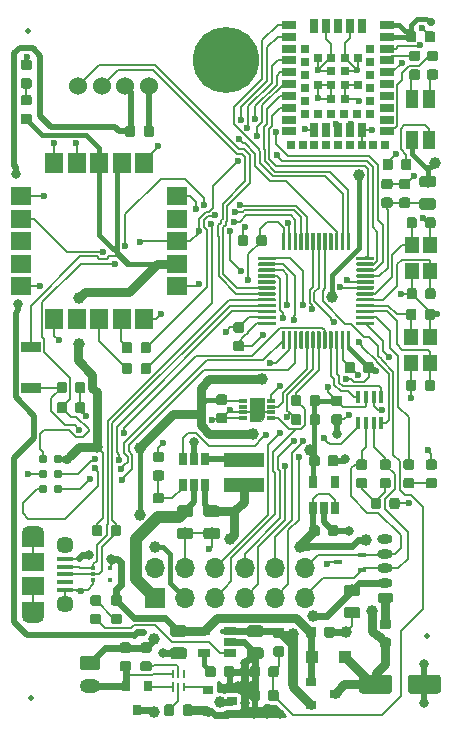
<source format=gtl>
G04 #@! TF.GenerationSoftware,KiCad,Pcbnew,(5.0.1-3-g963ef8bb5)*
G04 #@! TF.CreationDate,2019-10-31T19:13:48+01:00*
G04 #@! TF.ProjectId,oibus-mini-CCC,6F696275732D6D696E692D4343432E6B,rev?*
G04 #@! TF.SameCoordinates,Original*
G04 #@! TF.FileFunction,Copper,L1,Top,Signal*
G04 #@! TF.FilePolarity,Positive*
%FSLAX46Y46*%
G04 Gerber Fmt 4.6, Leading zero omitted, Abs format (unit mm)*
G04 Created by KiCad (PCBNEW (5.0.1-3-g963ef8bb5)) date 2019 October 31, Thursday 19:13:48*
%MOMM*%
%LPD*%
G01*
G04 APERTURE LIST*
G04 #@! TA.AperFunction,EtchedComponent*
%ADD10C,0.001000*%
G04 #@! TD*
G04 #@! TA.AperFunction,Conductor*
%ADD11C,0.149860*%
G04 #@! TD*
G04 #@! TA.AperFunction,SMDPad,CuDef*
%ADD12C,0.300000*%
G04 #@! TD*
G04 #@! TA.AperFunction,SMDPad,CuDef*
%ADD13C,0.875000*%
G04 #@! TD*
G04 #@! TA.AperFunction,SMDPad,CuDef*
%ADD14C,0.975000*%
G04 #@! TD*
G04 #@! TA.AperFunction,BGAPad,CuDef*
%ADD15C,0.500000*%
G04 #@! TD*
G04 #@! TA.AperFunction,ComponentPad*
%ADD16C,5.600000*%
G04 #@! TD*
G04 #@! TA.AperFunction,SMDPad,CuDef*
%ADD17R,0.700000X0.450000*%
G04 #@! TD*
G04 #@! TA.AperFunction,ConnectorPad*
%ADD18C,0.787400*%
G04 #@! TD*
G04 #@! TA.AperFunction,SMDPad,CuDef*
%ADD19C,1.600000*%
G04 #@! TD*
G04 #@! TA.AperFunction,SMDPad,CuDef*
%ADD20R,0.400000X1.060000*%
G04 #@! TD*
G04 #@! TA.AperFunction,SMDPad,CuDef*
%ADD21R,1.200000X1.400000*%
G04 #@! TD*
G04 #@! TA.AperFunction,ComponentPad*
%ADD22O,1.700000X1.700000*%
G04 #@! TD*
G04 #@! TA.AperFunction,ComponentPad*
%ADD23R,1.700000X1.700000*%
G04 #@! TD*
G04 #@! TA.AperFunction,SMDPad,CuDef*
%ADD24R,1.500000X1.800000*%
G04 #@! TD*
G04 #@! TA.AperFunction,SMDPad,CuDef*
%ADD25R,1.800000X1.500000*%
G04 #@! TD*
G04 #@! TA.AperFunction,SMDPad,CuDef*
%ADD26R,0.800000X0.300000*%
G04 #@! TD*
G04 #@! TA.AperFunction,SMDPad,CuDef*
%ADD27R,0.200000X1.000000*%
G04 #@! TD*
G04 #@! TA.AperFunction,SMDPad,CuDef*
%ADD28R,1.700000X0.900000*%
G04 #@! TD*
G04 #@! TA.AperFunction,SMDPad,CuDef*
%ADD29R,1.150000X0.700000*%
G04 #@! TD*
G04 #@! TA.AperFunction,SMDPad,CuDef*
%ADD30R,0.700000X1.150000*%
G04 #@! TD*
G04 #@! TA.AperFunction,SMDPad,CuDef*
%ADD31R,0.700000X0.700000*%
G04 #@! TD*
G04 #@! TA.AperFunction,ComponentPad*
%ADD32C,1.200000*%
G04 #@! TD*
G04 #@! TA.AperFunction,ComponentPad*
%ADD33O,1.750000X1.200000*%
G04 #@! TD*
G04 #@! TA.AperFunction,SMDPad,CuDef*
%ADD34R,3.400000X1.300000*%
G04 #@! TD*
G04 #@! TA.AperFunction,SMDPad,CuDef*
%ADD35R,0.900000X0.800000*%
G04 #@! TD*
G04 #@! TA.AperFunction,SMDPad,CuDef*
%ADD36R,0.650000X1.060000*%
G04 #@! TD*
G04 #@! TA.AperFunction,SMDPad,CuDef*
%ADD37R,1.060000X0.650000*%
G04 #@! TD*
G04 #@! TA.AperFunction,SMDPad,CuDef*
%ADD38R,1.900000X1.500000*%
G04 #@! TD*
G04 #@! TA.AperFunction,ComponentPad*
%ADD39C,1.450000*%
G04 #@! TD*
G04 #@! TA.AperFunction,SMDPad,CuDef*
%ADD40R,1.350000X0.400000*%
G04 #@! TD*
G04 #@! TA.AperFunction,ComponentPad*
%ADD41O,1.900000X1.200000*%
G04 #@! TD*
G04 #@! TA.AperFunction,SMDPad,CuDef*
%ADD42R,1.900000X1.200000*%
G04 #@! TD*
G04 #@! TA.AperFunction,ComponentPad*
%ADD43C,0.800000*%
G04 #@! TD*
G04 #@! TA.AperFunction,ComponentPad*
%ADD44O,1.300000X0.800000*%
G04 #@! TD*
G04 #@! TA.AperFunction,SMDPad,CuDef*
%ADD45R,1.000000X1.500000*%
G04 #@! TD*
G04 #@! TA.AperFunction,SMDPad,CuDef*
%ADD46R,0.800000X0.900000*%
G04 #@! TD*
G04 #@! TA.AperFunction,SMDPad,CuDef*
%ADD47R,0.280000X0.850000*%
G04 #@! TD*
G04 #@! TA.AperFunction,SMDPad,CuDef*
%ADD48R,0.280000X0.750000*%
G04 #@! TD*
G04 #@! TA.AperFunction,ComponentPad*
%ADD49C,1.524000*%
G04 #@! TD*
G04 #@! TA.AperFunction,SMDPad,CuDef*
%ADD50R,0.450000X0.300000*%
G04 #@! TD*
G04 #@! TA.AperFunction,SMDPad,CuDef*
%ADD51R,1.100000X1.100000*%
G04 #@! TD*
G04 #@! TA.AperFunction,ViaPad*
%ADD52C,0.800000*%
G04 #@! TD*
G04 #@! TA.AperFunction,ViaPad*
%ADD53C,0.600000*%
G04 #@! TD*
G04 #@! TA.AperFunction,ViaPad*
%ADD54C,1.000000*%
G04 #@! TD*
G04 #@! TA.AperFunction,ViaPad*
%ADD55C,0.700000*%
G04 #@! TD*
G04 #@! TA.AperFunction,Conductor*
%ADD56C,0.200000*%
G04 #@! TD*
G04 #@! TA.AperFunction,Conductor*
%ADD57C,0.800000*%
G04 #@! TD*
G04 #@! TA.AperFunction,Conductor*
%ADD58C,0.600000*%
G04 #@! TD*
G04 #@! TA.AperFunction,Conductor*
%ADD59C,0.500000*%
G04 #@! TD*
G04 #@! TA.AperFunction,Conductor*
%ADD60C,0.400000*%
G04 #@! TD*
G04 #@! TA.AperFunction,Conductor*
%ADD61C,1.000000*%
G04 #@! TD*
G04 #@! TA.AperFunction,Conductor*
%ADD62C,0.254000*%
G04 #@! TD*
G04 APERTURE END LIST*
D10*
G04 #@! TO.C,U6*
G36*
X21450000Y25500000D02*
X20550000Y25500000D01*
X20550000Y27400000D01*
X21750000Y27400000D01*
X21750000Y25800000D01*
X21450000Y25500000D01*
G37*
X21450000Y25500000D02*
X20550000Y25500000D01*
X20550000Y27400000D01*
X21750000Y27400000D01*
X21750000Y25800000D01*
X21450000Y25500000D01*
G04 #@! TD*
D11*
G04 #@! TO.N,+3V3*
G04 #@! TO.C,U8*
G36*
X28973975Y33074639D02*
X28981256Y33073559D01*
X28988395Y33071771D01*
X28995325Y33069291D01*
X29001979Y33066144D01*
X29008292Y33062360D01*
X29014203Y33057976D01*
X29019657Y33053033D01*
X29024600Y33047579D01*
X29028984Y33041668D01*
X29032768Y33035355D01*
X29035915Y33028701D01*
X29038395Y33021771D01*
X29040183Y33014632D01*
X29041263Y33007351D01*
X29041624Y33000000D01*
X29041624Y31675000D01*
X29041263Y31667649D01*
X29040183Y31660368D01*
X29038395Y31653229D01*
X29035915Y31646299D01*
X29032768Y31639645D01*
X29028984Y31633332D01*
X29024600Y31627421D01*
X29019657Y31621967D01*
X29014203Y31617024D01*
X29008292Y31612640D01*
X29001979Y31608856D01*
X28995325Y31605709D01*
X28988395Y31603229D01*
X28981256Y31601441D01*
X28973975Y31600361D01*
X28966624Y31600000D01*
X28816624Y31600000D01*
X28809273Y31600361D01*
X28801992Y31601441D01*
X28794853Y31603229D01*
X28787923Y31605709D01*
X28781269Y31608856D01*
X28774956Y31612640D01*
X28769045Y31617024D01*
X28763591Y31621967D01*
X28758648Y31627421D01*
X28754264Y31633332D01*
X28750480Y31639645D01*
X28747333Y31646299D01*
X28744853Y31653229D01*
X28743065Y31660368D01*
X28741985Y31667649D01*
X28741624Y31675000D01*
X28741624Y33000000D01*
X28741985Y33007351D01*
X28743065Y33014632D01*
X28744853Y33021771D01*
X28747333Y33028701D01*
X28750480Y33035355D01*
X28754264Y33041668D01*
X28758648Y33047579D01*
X28763591Y33053033D01*
X28769045Y33057976D01*
X28774956Y33062360D01*
X28781269Y33066144D01*
X28787923Y33069291D01*
X28794853Y33071771D01*
X28801992Y33073559D01*
X28809273Y33074639D01*
X28816624Y33075000D01*
X28966624Y33075000D01*
X28973975Y33074639D01*
X28973975Y33074639D01*
G37*
D12*
G04 #@! TD*
G04 #@! TO.P,U8,48*
G04 #@! TO.N,+3V3*
X28891624Y32337500D03*
D11*
G04 #@! TO.N,GND*
G04 #@! TO.C,U8*
G36*
X28473975Y33074639D02*
X28481256Y33073559D01*
X28488395Y33071771D01*
X28495325Y33069291D01*
X28501979Y33066144D01*
X28508292Y33062360D01*
X28514203Y33057976D01*
X28519657Y33053033D01*
X28524600Y33047579D01*
X28528984Y33041668D01*
X28532768Y33035355D01*
X28535915Y33028701D01*
X28538395Y33021771D01*
X28540183Y33014632D01*
X28541263Y33007351D01*
X28541624Y33000000D01*
X28541624Y31675000D01*
X28541263Y31667649D01*
X28540183Y31660368D01*
X28538395Y31653229D01*
X28535915Y31646299D01*
X28532768Y31639645D01*
X28528984Y31633332D01*
X28524600Y31627421D01*
X28519657Y31621967D01*
X28514203Y31617024D01*
X28508292Y31612640D01*
X28501979Y31608856D01*
X28495325Y31605709D01*
X28488395Y31603229D01*
X28481256Y31601441D01*
X28473975Y31600361D01*
X28466624Y31600000D01*
X28316624Y31600000D01*
X28309273Y31600361D01*
X28301992Y31601441D01*
X28294853Y31603229D01*
X28287923Y31605709D01*
X28281269Y31608856D01*
X28274956Y31612640D01*
X28269045Y31617024D01*
X28263591Y31621967D01*
X28258648Y31627421D01*
X28254264Y31633332D01*
X28250480Y31639645D01*
X28247333Y31646299D01*
X28244853Y31653229D01*
X28243065Y31660368D01*
X28241985Y31667649D01*
X28241624Y31675000D01*
X28241624Y33000000D01*
X28241985Y33007351D01*
X28243065Y33014632D01*
X28244853Y33021771D01*
X28247333Y33028701D01*
X28250480Y33035355D01*
X28254264Y33041668D01*
X28258648Y33047579D01*
X28263591Y33053033D01*
X28269045Y33057976D01*
X28274956Y33062360D01*
X28281269Y33066144D01*
X28287923Y33069291D01*
X28294853Y33071771D01*
X28301992Y33073559D01*
X28309273Y33074639D01*
X28316624Y33075000D01*
X28466624Y33075000D01*
X28473975Y33074639D01*
X28473975Y33074639D01*
G37*
D12*
G04 #@! TD*
G04 #@! TO.P,U8,47*
G04 #@! TO.N,GND*
X28391624Y32337500D03*
D11*
G04 #@! TO.N,/CAN_TX*
G04 #@! TO.C,U8*
G36*
X27973975Y33074639D02*
X27981256Y33073559D01*
X27988395Y33071771D01*
X27995325Y33069291D01*
X28001979Y33066144D01*
X28008292Y33062360D01*
X28014203Y33057976D01*
X28019657Y33053033D01*
X28024600Y33047579D01*
X28028984Y33041668D01*
X28032768Y33035355D01*
X28035915Y33028701D01*
X28038395Y33021771D01*
X28040183Y33014632D01*
X28041263Y33007351D01*
X28041624Y33000000D01*
X28041624Y31675000D01*
X28041263Y31667649D01*
X28040183Y31660368D01*
X28038395Y31653229D01*
X28035915Y31646299D01*
X28032768Y31639645D01*
X28028984Y31633332D01*
X28024600Y31627421D01*
X28019657Y31621967D01*
X28014203Y31617024D01*
X28008292Y31612640D01*
X28001979Y31608856D01*
X27995325Y31605709D01*
X27988395Y31603229D01*
X27981256Y31601441D01*
X27973975Y31600361D01*
X27966624Y31600000D01*
X27816624Y31600000D01*
X27809273Y31600361D01*
X27801992Y31601441D01*
X27794853Y31603229D01*
X27787923Y31605709D01*
X27781269Y31608856D01*
X27774956Y31612640D01*
X27769045Y31617024D01*
X27763591Y31621967D01*
X27758648Y31627421D01*
X27754264Y31633332D01*
X27750480Y31639645D01*
X27747333Y31646299D01*
X27744853Y31653229D01*
X27743065Y31660368D01*
X27741985Y31667649D01*
X27741624Y31675000D01*
X27741624Y33000000D01*
X27741985Y33007351D01*
X27743065Y33014632D01*
X27744853Y33021771D01*
X27747333Y33028701D01*
X27750480Y33035355D01*
X27754264Y33041668D01*
X27758648Y33047579D01*
X27763591Y33053033D01*
X27769045Y33057976D01*
X27774956Y33062360D01*
X27781269Y33066144D01*
X27787923Y33069291D01*
X27794853Y33071771D01*
X27801992Y33073559D01*
X27809273Y33074639D01*
X27816624Y33075000D01*
X27966624Y33075000D01*
X27973975Y33074639D01*
X27973975Y33074639D01*
G37*
D12*
G04 #@! TD*
G04 #@! TO.P,U8,46*
G04 #@! TO.N,/CAN_TX*
X27891624Y32337500D03*
D11*
G04 #@! TO.N,/CAN_RX*
G04 #@! TO.C,U8*
G36*
X27473975Y33074639D02*
X27481256Y33073559D01*
X27488395Y33071771D01*
X27495325Y33069291D01*
X27501979Y33066144D01*
X27508292Y33062360D01*
X27514203Y33057976D01*
X27519657Y33053033D01*
X27524600Y33047579D01*
X27528984Y33041668D01*
X27532768Y33035355D01*
X27535915Y33028701D01*
X27538395Y33021771D01*
X27540183Y33014632D01*
X27541263Y33007351D01*
X27541624Y33000000D01*
X27541624Y31675000D01*
X27541263Y31667649D01*
X27540183Y31660368D01*
X27538395Y31653229D01*
X27535915Y31646299D01*
X27532768Y31639645D01*
X27528984Y31633332D01*
X27524600Y31627421D01*
X27519657Y31621967D01*
X27514203Y31617024D01*
X27508292Y31612640D01*
X27501979Y31608856D01*
X27495325Y31605709D01*
X27488395Y31603229D01*
X27481256Y31601441D01*
X27473975Y31600361D01*
X27466624Y31600000D01*
X27316624Y31600000D01*
X27309273Y31600361D01*
X27301992Y31601441D01*
X27294853Y31603229D01*
X27287923Y31605709D01*
X27281269Y31608856D01*
X27274956Y31612640D01*
X27269045Y31617024D01*
X27263591Y31621967D01*
X27258648Y31627421D01*
X27254264Y31633332D01*
X27250480Y31639645D01*
X27247333Y31646299D01*
X27244853Y31653229D01*
X27243065Y31660368D01*
X27241985Y31667649D01*
X27241624Y31675000D01*
X27241624Y33000000D01*
X27241985Y33007351D01*
X27243065Y33014632D01*
X27244853Y33021771D01*
X27247333Y33028701D01*
X27250480Y33035355D01*
X27254264Y33041668D01*
X27258648Y33047579D01*
X27263591Y33053033D01*
X27269045Y33057976D01*
X27274956Y33062360D01*
X27281269Y33066144D01*
X27287923Y33069291D01*
X27294853Y33071771D01*
X27301992Y33073559D01*
X27309273Y33074639D01*
X27316624Y33075000D01*
X27466624Y33075000D01*
X27473975Y33074639D01*
X27473975Y33074639D01*
G37*
D12*
G04 #@! TD*
G04 #@! TO.P,U8,45*
G04 #@! TO.N,/CAN_RX*
X27391624Y32337500D03*
D11*
G04 #@! TO.N,/BOOT*
G04 #@! TO.C,U8*
G36*
X26973975Y33074639D02*
X26981256Y33073559D01*
X26988395Y33071771D01*
X26995325Y33069291D01*
X27001979Y33066144D01*
X27008292Y33062360D01*
X27014203Y33057976D01*
X27019657Y33053033D01*
X27024600Y33047579D01*
X27028984Y33041668D01*
X27032768Y33035355D01*
X27035915Y33028701D01*
X27038395Y33021771D01*
X27040183Y33014632D01*
X27041263Y33007351D01*
X27041624Y33000000D01*
X27041624Y31675000D01*
X27041263Y31667649D01*
X27040183Y31660368D01*
X27038395Y31653229D01*
X27035915Y31646299D01*
X27032768Y31639645D01*
X27028984Y31633332D01*
X27024600Y31627421D01*
X27019657Y31621967D01*
X27014203Y31617024D01*
X27008292Y31612640D01*
X27001979Y31608856D01*
X26995325Y31605709D01*
X26988395Y31603229D01*
X26981256Y31601441D01*
X26973975Y31600361D01*
X26966624Y31600000D01*
X26816624Y31600000D01*
X26809273Y31600361D01*
X26801992Y31601441D01*
X26794853Y31603229D01*
X26787923Y31605709D01*
X26781269Y31608856D01*
X26774956Y31612640D01*
X26769045Y31617024D01*
X26763591Y31621967D01*
X26758648Y31627421D01*
X26754264Y31633332D01*
X26750480Y31639645D01*
X26747333Y31646299D01*
X26744853Y31653229D01*
X26743065Y31660368D01*
X26741985Y31667649D01*
X26741624Y31675000D01*
X26741624Y33000000D01*
X26741985Y33007351D01*
X26743065Y33014632D01*
X26744853Y33021771D01*
X26747333Y33028701D01*
X26750480Y33035355D01*
X26754264Y33041668D01*
X26758648Y33047579D01*
X26763591Y33053033D01*
X26769045Y33057976D01*
X26774956Y33062360D01*
X26781269Y33066144D01*
X26787923Y33069291D01*
X26794853Y33071771D01*
X26801992Y33073559D01*
X26809273Y33074639D01*
X26816624Y33075000D01*
X26966624Y33075000D01*
X26973975Y33074639D01*
X26973975Y33074639D01*
G37*
D12*
G04 #@! TD*
G04 #@! TO.P,U8,44*
G04 #@! TO.N,/BOOT*
X26891624Y32337500D03*
D11*
G04 #@! TO.N,/SDA*
G04 #@! TO.C,U8*
G36*
X26473975Y33074639D02*
X26481256Y33073559D01*
X26488395Y33071771D01*
X26495325Y33069291D01*
X26501979Y33066144D01*
X26508292Y33062360D01*
X26514203Y33057976D01*
X26519657Y33053033D01*
X26524600Y33047579D01*
X26528984Y33041668D01*
X26532768Y33035355D01*
X26535915Y33028701D01*
X26538395Y33021771D01*
X26540183Y33014632D01*
X26541263Y33007351D01*
X26541624Y33000000D01*
X26541624Y31675000D01*
X26541263Y31667649D01*
X26540183Y31660368D01*
X26538395Y31653229D01*
X26535915Y31646299D01*
X26532768Y31639645D01*
X26528984Y31633332D01*
X26524600Y31627421D01*
X26519657Y31621967D01*
X26514203Y31617024D01*
X26508292Y31612640D01*
X26501979Y31608856D01*
X26495325Y31605709D01*
X26488395Y31603229D01*
X26481256Y31601441D01*
X26473975Y31600361D01*
X26466624Y31600000D01*
X26316624Y31600000D01*
X26309273Y31600361D01*
X26301992Y31601441D01*
X26294853Y31603229D01*
X26287923Y31605709D01*
X26281269Y31608856D01*
X26274956Y31612640D01*
X26269045Y31617024D01*
X26263591Y31621967D01*
X26258648Y31627421D01*
X26254264Y31633332D01*
X26250480Y31639645D01*
X26247333Y31646299D01*
X26244853Y31653229D01*
X26243065Y31660368D01*
X26241985Y31667649D01*
X26241624Y31675000D01*
X26241624Y33000000D01*
X26241985Y33007351D01*
X26243065Y33014632D01*
X26244853Y33021771D01*
X26247333Y33028701D01*
X26250480Y33035355D01*
X26254264Y33041668D01*
X26258648Y33047579D01*
X26263591Y33053033D01*
X26269045Y33057976D01*
X26274956Y33062360D01*
X26281269Y33066144D01*
X26287923Y33069291D01*
X26294853Y33071771D01*
X26301992Y33073559D01*
X26309273Y33074639D01*
X26316624Y33075000D01*
X26466624Y33075000D01*
X26473975Y33074639D01*
X26473975Y33074639D01*
G37*
D12*
G04 #@! TD*
G04 #@! TO.P,U8,43*
G04 #@! TO.N,/SDA*
X26391624Y32337500D03*
D11*
G04 #@! TO.N,/SCL*
G04 #@! TO.C,U8*
G36*
X25973975Y33074639D02*
X25981256Y33073559D01*
X25988395Y33071771D01*
X25995325Y33069291D01*
X26001979Y33066144D01*
X26008292Y33062360D01*
X26014203Y33057976D01*
X26019657Y33053033D01*
X26024600Y33047579D01*
X26028984Y33041668D01*
X26032768Y33035355D01*
X26035915Y33028701D01*
X26038395Y33021771D01*
X26040183Y33014632D01*
X26041263Y33007351D01*
X26041624Y33000000D01*
X26041624Y31675000D01*
X26041263Y31667649D01*
X26040183Y31660368D01*
X26038395Y31653229D01*
X26035915Y31646299D01*
X26032768Y31639645D01*
X26028984Y31633332D01*
X26024600Y31627421D01*
X26019657Y31621967D01*
X26014203Y31617024D01*
X26008292Y31612640D01*
X26001979Y31608856D01*
X25995325Y31605709D01*
X25988395Y31603229D01*
X25981256Y31601441D01*
X25973975Y31600361D01*
X25966624Y31600000D01*
X25816624Y31600000D01*
X25809273Y31600361D01*
X25801992Y31601441D01*
X25794853Y31603229D01*
X25787923Y31605709D01*
X25781269Y31608856D01*
X25774956Y31612640D01*
X25769045Y31617024D01*
X25763591Y31621967D01*
X25758648Y31627421D01*
X25754264Y31633332D01*
X25750480Y31639645D01*
X25747333Y31646299D01*
X25744853Y31653229D01*
X25743065Y31660368D01*
X25741985Y31667649D01*
X25741624Y31675000D01*
X25741624Y33000000D01*
X25741985Y33007351D01*
X25743065Y33014632D01*
X25744853Y33021771D01*
X25747333Y33028701D01*
X25750480Y33035355D01*
X25754264Y33041668D01*
X25758648Y33047579D01*
X25763591Y33053033D01*
X25769045Y33057976D01*
X25774956Y33062360D01*
X25781269Y33066144D01*
X25787923Y33069291D01*
X25794853Y33071771D01*
X25801992Y33073559D01*
X25809273Y33074639D01*
X25816624Y33075000D01*
X25966624Y33075000D01*
X25973975Y33074639D01*
X25973975Y33074639D01*
G37*
D12*
G04 #@! TD*
G04 #@! TO.P,U8,42*
G04 #@! TO.N,/SCL*
X25891624Y32337500D03*
D11*
G04 #@! TO.N,/SHT_ALERT*
G04 #@! TO.C,U8*
G36*
X25473975Y33074639D02*
X25481256Y33073559D01*
X25488395Y33071771D01*
X25495325Y33069291D01*
X25501979Y33066144D01*
X25508292Y33062360D01*
X25514203Y33057976D01*
X25519657Y33053033D01*
X25524600Y33047579D01*
X25528984Y33041668D01*
X25532768Y33035355D01*
X25535915Y33028701D01*
X25538395Y33021771D01*
X25540183Y33014632D01*
X25541263Y33007351D01*
X25541624Y33000000D01*
X25541624Y31675000D01*
X25541263Y31667649D01*
X25540183Y31660368D01*
X25538395Y31653229D01*
X25535915Y31646299D01*
X25532768Y31639645D01*
X25528984Y31633332D01*
X25524600Y31627421D01*
X25519657Y31621967D01*
X25514203Y31617024D01*
X25508292Y31612640D01*
X25501979Y31608856D01*
X25495325Y31605709D01*
X25488395Y31603229D01*
X25481256Y31601441D01*
X25473975Y31600361D01*
X25466624Y31600000D01*
X25316624Y31600000D01*
X25309273Y31600361D01*
X25301992Y31601441D01*
X25294853Y31603229D01*
X25287923Y31605709D01*
X25281269Y31608856D01*
X25274956Y31612640D01*
X25269045Y31617024D01*
X25263591Y31621967D01*
X25258648Y31627421D01*
X25254264Y31633332D01*
X25250480Y31639645D01*
X25247333Y31646299D01*
X25244853Y31653229D01*
X25243065Y31660368D01*
X25241985Y31667649D01*
X25241624Y31675000D01*
X25241624Y33000000D01*
X25241985Y33007351D01*
X25243065Y33014632D01*
X25244853Y33021771D01*
X25247333Y33028701D01*
X25250480Y33035355D01*
X25254264Y33041668D01*
X25258648Y33047579D01*
X25263591Y33053033D01*
X25269045Y33057976D01*
X25274956Y33062360D01*
X25281269Y33066144D01*
X25287923Y33069291D01*
X25294853Y33071771D01*
X25301992Y33073559D01*
X25309273Y33074639D01*
X25316624Y33075000D01*
X25466624Y33075000D01*
X25473975Y33074639D01*
X25473975Y33074639D01*
G37*
D12*
G04 #@! TD*
G04 #@! TO.P,U8,41*
G04 #@! TO.N,/SHT_ALERT*
X25391624Y32337500D03*
D11*
G04 #@! TO.N,N/C*
G04 #@! TO.C,U8*
G36*
X24973975Y33074639D02*
X24981256Y33073559D01*
X24988395Y33071771D01*
X24995325Y33069291D01*
X25001979Y33066144D01*
X25008292Y33062360D01*
X25014203Y33057976D01*
X25019657Y33053033D01*
X25024600Y33047579D01*
X25028984Y33041668D01*
X25032768Y33035355D01*
X25035915Y33028701D01*
X25038395Y33021771D01*
X25040183Y33014632D01*
X25041263Y33007351D01*
X25041624Y33000000D01*
X25041624Y31675000D01*
X25041263Y31667649D01*
X25040183Y31660368D01*
X25038395Y31653229D01*
X25035915Y31646299D01*
X25032768Y31639645D01*
X25028984Y31633332D01*
X25024600Y31627421D01*
X25019657Y31621967D01*
X25014203Y31617024D01*
X25008292Y31612640D01*
X25001979Y31608856D01*
X24995325Y31605709D01*
X24988395Y31603229D01*
X24981256Y31601441D01*
X24973975Y31600361D01*
X24966624Y31600000D01*
X24816624Y31600000D01*
X24809273Y31600361D01*
X24801992Y31601441D01*
X24794853Y31603229D01*
X24787923Y31605709D01*
X24781269Y31608856D01*
X24774956Y31612640D01*
X24769045Y31617024D01*
X24763591Y31621967D01*
X24758648Y31627421D01*
X24754264Y31633332D01*
X24750480Y31639645D01*
X24747333Y31646299D01*
X24744853Y31653229D01*
X24743065Y31660368D01*
X24741985Y31667649D01*
X24741624Y31675000D01*
X24741624Y33000000D01*
X24741985Y33007351D01*
X24743065Y33014632D01*
X24744853Y33021771D01*
X24747333Y33028701D01*
X24750480Y33035355D01*
X24754264Y33041668D01*
X24758648Y33047579D01*
X24763591Y33053033D01*
X24769045Y33057976D01*
X24774956Y33062360D01*
X24781269Y33066144D01*
X24787923Y33069291D01*
X24794853Y33071771D01*
X24801992Y33073559D01*
X24809273Y33074639D01*
X24816624Y33075000D01*
X24966624Y33075000D01*
X24973975Y33074639D01*
X24973975Y33074639D01*
G37*
D12*
G04 #@! TD*
G04 #@! TO.P,U8,40*
G04 #@! TO.N,N/C*
X24891624Y32337500D03*
D11*
G04 #@! TO.N,/SWDSWO*
G04 #@! TO.C,U8*
G36*
X24473975Y33074639D02*
X24481256Y33073559D01*
X24488395Y33071771D01*
X24495325Y33069291D01*
X24501979Y33066144D01*
X24508292Y33062360D01*
X24514203Y33057976D01*
X24519657Y33053033D01*
X24524600Y33047579D01*
X24528984Y33041668D01*
X24532768Y33035355D01*
X24535915Y33028701D01*
X24538395Y33021771D01*
X24540183Y33014632D01*
X24541263Y33007351D01*
X24541624Y33000000D01*
X24541624Y31675000D01*
X24541263Y31667649D01*
X24540183Y31660368D01*
X24538395Y31653229D01*
X24535915Y31646299D01*
X24532768Y31639645D01*
X24528984Y31633332D01*
X24524600Y31627421D01*
X24519657Y31621967D01*
X24514203Y31617024D01*
X24508292Y31612640D01*
X24501979Y31608856D01*
X24495325Y31605709D01*
X24488395Y31603229D01*
X24481256Y31601441D01*
X24473975Y31600361D01*
X24466624Y31600000D01*
X24316624Y31600000D01*
X24309273Y31600361D01*
X24301992Y31601441D01*
X24294853Y31603229D01*
X24287923Y31605709D01*
X24281269Y31608856D01*
X24274956Y31612640D01*
X24269045Y31617024D01*
X24263591Y31621967D01*
X24258648Y31627421D01*
X24254264Y31633332D01*
X24250480Y31639645D01*
X24247333Y31646299D01*
X24244853Y31653229D01*
X24243065Y31660368D01*
X24241985Y31667649D01*
X24241624Y31675000D01*
X24241624Y33000000D01*
X24241985Y33007351D01*
X24243065Y33014632D01*
X24244853Y33021771D01*
X24247333Y33028701D01*
X24250480Y33035355D01*
X24254264Y33041668D01*
X24258648Y33047579D01*
X24263591Y33053033D01*
X24269045Y33057976D01*
X24274956Y33062360D01*
X24281269Y33066144D01*
X24287923Y33069291D01*
X24294853Y33071771D01*
X24301992Y33073559D01*
X24309273Y33074639D01*
X24316624Y33075000D01*
X24466624Y33075000D01*
X24473975Y33074639D01*
X24473975Y33074639D01*
G37*
D12*
G04 #@! TD*
G04 #@! TO.P,U8,39*
G04 #@! TO.N,/SWDSWO*
X24391624Y32337500D03*
D11*
G04 #@! TO.N,/5V_EN*
G04 #@! TO.C,U8*
G36*
X23973975Y33074639D02*
X23981256Y33073559D01*
X23988395Y33071771D01*
X23995325Y33069291D01*
X24001979Y33066144D01*
X24008292Y33062360D01*
X24014203Y33057976D01*
X24019657Y33053033D01*
X24024600Y33047579D01*
X24028984Y33041668D01*
X24032768Y33035355D01*
X24035915Y33028701D01*
X24038395Y33021771D01*
X24040183Y33014632D01*
X24041263Y33007351D01*
X24041624Y33000000D01*
X24041624Y31675000D01*
X24041263Y31667649D01*
X24040183Y31660368D01*
X24038395Y31653229D01*
X24035915Y31646299D01*
X24032768Y31639645D01*
X24028984Y31633332D01*
X24024600Y31627421D01*
X24019657Y31621967D01*
X24014203Y31617024D01*
X24008292Y31612640D01*
X24001979Y31608856D01*
X23995325Y31605709D01*
X23988395Y31603229D01*
X23981256Y31601441D01*
X23973975Y31600361D01*
X23966624Y31600000D01*
X23816624Y31600000D01*
X23809273Y31600361D01*
X23801992Y31601441D01*
X23794853Y31603229D01*
X23787923Y31605709D01*
X23781269Y31608856D01*
X23774956Y31612640D01*
X23769045Y31617024D01*
X23763591Y31621967D01*
X23758648Y31627421D01*
X23754264Y31633332D01*
X23750480Y31639645D01*
X23747333Y31646299D01*
X23744853Y31653229D01*
X23743065Y31660368D01*
X23741985Y31667649D01*
X23741624Y31675000D01*
X23741624Y33000000D01*
X23741985Y33007351D01*
X23743065Y33014632D01*
X23744853Y33021771D01*
X23747333Y33028701D01*
X23750480Y33035355D01*
X23754264Y33041668D01*
X23758648Y33047579D01*
X23763591Y33053033D01*
X23769045Y33057976D01*
X23774956Y33062360D01*
X23781269Y33066144D01*
X23787923Y33069291D01*
X23794853Y33071771D01*
X23801992Y33073559D01*
X23809273Y33074639D01*
X23816624Y33075000D01*
X23966624Y33075000D01*
X23973975Y33074639D01*
X23973975Y33074639D01*
G37*
D12*
G04 #@! TD*
G04 #@! TO.P,U8,38*
G04 #@! TO.N,/5V_EN*
X23891624Y32337500D03*
D11*
G04 #@! TO.N,/SWDCLK*
G04 #@! TO.C,U8*
G36*
X23473975Y33074639D02*
X23481256Y33073559D01*
X23488395Y33071771D01*
X23495325Y33069291D01*
X23501979Y33066144D01*
X23508292Y33062360D01*
X23514203Y33057976D01*
X23519657Y33053033D01*
X23524600Y33047579D01*
X23528984Y33041668D01*
X23532768Y33035355D01*
X23535915Y33028701D01*
X23538395Y33021771D01*
X23540183Y33014632D01*
X23541263Y33007351D01*
X23541624Y33000000D01*
X23541624Y31675000D01*
X23541263Y31667649D01*
X23540183Y31660368D01*
X23538395Y31653229D01*
X23535915Y31646299D01*
X23532768Y31639645D01*
X23528984Y31633332D01*
X23524600Y31627421D01*
X23519657Y31621967D01*
X23514203Y31617024D01*
X23508292Y31612640D01*
X23501979Y31608856D01*
X23495325Y31605709D01*
X23488395Y31603229D01*
X23481256Y31601441D01*
X23473975Y31600361D01*
X23466624Y31600000D01*
X23316624Y31600000D01*
X23309273Y31600361D01*
X23301992Y31601441D01*
X23294853Y31603229D01*
X23287923Y31605709D01*
X23281269Y31608856D01*
X23274956Y31612640D01*
X23269045Y31617024D01*
X23263591Y31621967D01*
X23258648Y31627421D01*
X23254264Y31633332D01*
X23250480Y31639645D01*
X23247333Y31646299D01*
X23244853Y31653229D01*
X23243065Y31660368D01*
X23241985Y31667649D01*
X23241624Y31675000D01*
X23241624Y33000000D01*
X23241985Y33007351D01*
X23243065Y33014632D01*
X23244853Y33021771D01*
X23247333Y33028701D01*
X23250480Y33035355D01*
X23254264Y33041668D01*
X23258648Y33047579D01*
X23263591Y33053033D01*
X23269045Y33057976D01*
X23274956Y33062360D01*
X23281269Y33066144D01*
X23287923Y33069291D01*
X23294853Y33071771D01*
X23301992Y33073559D01*
X23309273Y33074639D01*
X23316624Y33075000D01*
X23466624Y33075000D01*
X23473975Y33074639D01*
X23473975Y33074639D01*
G37*
D12*
G04 #@! TD*
G04 #@! TO.P,U8,37*
G04 #@! TO.N,/SWDCLK*
X23391624Y32337500D03*
D11*
G04 #@! TO.N,+3V3*
G04 #@! TO.C,U8*
G36*
X22648975Y33899639D02*
X22656256Y33898559D01*
X22663395Y33896771D01*
X22670325Y33894291D01*
X22676979Y33891144D01*
X22683292Y33887360D01*
X22689203Y33882976D01*
X22694657Y33878033D01*
X22699600Y33872579D01*
X22703984Y33866668D01*
X22707768Y33860355D01*
X22710915Y33853701D01*
X22713395Y33846771D01*
X22715183Y33839632D01*
X22716263Y33832351D01*
X22716624Y33825000D01*
X22716624Y33675000D01*
X22716263Y33667649D01*
X22715183Y33660368D01*
X22713395Y33653229D01*
X22710915Y33646299D01*
X22707768Y33639645D01*
X22703984Y33633332D01*
X22699600Y33627421D01*
X22694657Y33621967D01*
X22689203Y33617024D01*
X22683292Y33612640D01*
X22676979Y33608856D01*
X22670325Y33605709D01*
X22663395Y33603229D01*
X22656256Y33601441D01*
X22648975Y33600361D01*
X22641624Y33600000D01*
X21316624Y33600000D01*
X21309273Y33600361D01*
X21301992Y33601441D01*
X21294853Y33603229D01*
X21287923Y33605709D01*
X21281269Y33608856D01*
X21274956Y33612640D01*
X21269045Y33617024D01*
X21263591Y33621967D01*
X21258648Y33627421D01*
X21254264Y33633332D01*
X21250480Y33639645D01*
X21247333Y33646299D01*
X21244853Y33653229D01*
X21243065Y33660368D01*
X21241985Y33667649D01*
X21241624Y33675000D01*
X21241624Y33825000D01*
X21241985Y33832351D01*
X21243065Y33839632D01*
X21244853Y33846771D01*
X21247333Y33853701D01*
X21250480Y33860355D01*
X21254264Y33866668D01*
X21258648Y33872579D01*
X21263591Y33878033D01*
X21269045Y33882976D01*
X21274956Y33887360D01*
X21281269Y33891144D01*
X21287923Y33894291D01*
X21294853Y33896771D01*
X21301992Y33898559D01*
X21309273Y33899639D01*
X21316624Y33900000D01*
X22641624Y33900000D01*
X22648975Y33899639D01*
X22648975Y33899639D01*
G37*
D12*
G04 #@! TD*
G04 #@! TO.P,U8,36*
G04 #@! TO.N,+3V3*
X21979124Y33750000D03*
D11*
G04 #@! TO.N,GND*
G04 #@! TO.C,U8*
G36*
X22648975Y34399639D02*
X22656256Y34398559D01*
X22663395Y34396771D01*
X22670325Y34394291D01*
X22676979Y34391144D01*
X22683292Y34387360D01*
X22689203Y34382976D01*
X22694657Y34378033D01*
X22699600Y34372579D01*
X22703984Y34366668D01*
X22707768Y34360355D01*
X22710915Y34353701D01*
X22713395Y34346771D01*
X22715183Y34339632D01*
X22716263Y34332351D01*
X22716624Y34325000D01*
X22716624Y34175000D01*
X22716263Y34167649D01*
X22715183Y34160368D01*
X22713395Y34153229D01*
X22710915Y34146299D01*
X22707768Y34139645D01*
X22703984Y34133332D01*
X22699600Y34127421D01*
X22694657Y34121967D01*
X22689203Y34117024D01*
X22683292Y34112640D01*
X22676979Y34108856D01*
X22670325Y34105709D01*
X22663395Y34103229D01*
X22656256Y34101441D01*
X22648975Y34100361D01*
X22641624Y34100000D01*
X21316624Y34100000D01*
X21309273Y34100361D01*
X21301992Y34101441D01*
X21294853Y34103229D01*
X21287923Y34105709D01*
X21281269Y34108856D01*
X21274956Y34112640D01*
X21269045Y34117024D01*
X21263591Y34121967D01*
X21258648Y34127421D01*
X21254264Y34133332D01*
X21250480Y34139645D01*
X21247333Y34146299D01*
X21244853Y34153229D01*
X21243065Y34160368D01*
X21241985Y34167649D01*
X21241624Y34175000D01*
X21241624Y34325000D01*
X21241985Y34332351D01*
X21243065Y34339632D01*
X21244853Y34346771D01*
X21247333Y34353701D01*
X21250480Y34360355D01*
X21254264Y34366668D01*
X21258648Y34372579D01*
X21263591Y34378033D01*
X21269045Y34382976D01*
X21274956Y34387360D01*
X21281269Y34391144D01*
X21287923Y34394291D01*
X21294853Y34396771D01*
X21301992Y34398559D01*
X21309273Y34399639D01*
X21316624Y34400000D01*
X22641624Y34400000D01*
X22648975Y34399639D01*
X22648975Y34399639D01*
G37*
D12*
G04 #@! TD*
G04 #@! TO.P,U8,35*
G04 #@! TO.N,GND*
X21979124Y34250000D03*
D11*
G04 #@! TO.N,/SWDIO*
G04 #@! TO.C,U8*
G36*
X22648975Y34899639D02*
X22656256Y34898559D01*
X22663395Y34896771D01*
X22670325Y34894291D01*
X22676979Y34891144D01*
X22683292Y34887360D01*
X22689203Y34882976D01*
X22694657Y34878033D01*
X22699600Y34872579D01*
X22703984Y34866668D01*
X22707768Y34860355D01*
X22710915Y34853701D01*
X22713395Y34846771D01*
X22715183Y34839632D01*
X22716263Y34832351D01*
X22716624Y34825000D01*
X22716624Y34675000D01*
X22716263Y34667649D01*
X22715183Y34660368D01*
X22713395Y34653229D01*
X22710915Y34646299D01*
X22707768Y34639645D01*
X22703984Y34633332D01*
X22699600Y34627421D01*
X22694657Y34621967D01*
X22689203Y34617024D01*
X22683292Y34612640D01*
X22676979Y34608856D01*
X22670325Y34605709D01*
X22663395Y34603229D01*
X22656256Y34601441D01*
X22648975Y34600361D01*
X22641624Y34600000D01*
X21316624Y34600000D01*
X21309273Y34600361D01*
X21301992Y34601441D01*
X21294853Y34603229D01*
X21287923Y34605709D01*
X21281269Y34608856D01*
X21274956Y34612640D01*
X21269045Y34617024D01*
X21263591Y34621967D01*
X21258648Y34627421D01*
X21254264Y34633332D01*
X21250480Y34639645D01*
X21247333Y34646299D01*
X21244853Y34653229D01*
X21243065Y34660368D01*
X21241985Y34667649D01*
X21241624Y34675000D01*
X21241624Y34825000D01*
X21241985Y34832351D01*
X21243065Y34839632D01*
X21244853Y34846771D01*
X21247333Y34853701D01*
X21250480Y34860355D01*
X21254264Y34866668D01*
X21258648Y34872579D01*
X21263591Y34878033D01*
X21269045Y34882976D01*
X21274956Y34887360D01*
X21281269Y34891144D01*
X21287923Y34894291D01*
X21294853Y34896771D01*
X21301992Y34898559D01*
X21309273Y34899639D01*
X21316624Y34900000D01*
X22641624Y34900000D01*
X22648975Y34899639D01*
X22648975Y34899639D01*
G37*
D12*
G04 #@! TD*
G04 #@! TO.P,U8,34*
G04 #@! TO.N,/SWDIO*
X21979124Y34750000D03*
D11*
G04 #@! TO.N,/USB_DP*
G04 #@! TO.C,U8*
G36*
X22648975Y35399639D02*
X22656256Y35398559D01*
X22663395Y35396771D01*
X22670325Y35394291D01*
X22676979Y35391144D01*
X22683292Y35387360D01*
X22689203Y35382976D01*
X22694657Y35378033D01*
X22699600Y35372579D01*
X22703984Y35366668D01*
X22707768Y35360355D01*
X22710915Y35353701D01*
X22713395Y35346771D01*
X22715183Y35339632D01*
X22716263Y35332351D01*
X22716624Y35325000D01*
X22716624Y35175000D01*
X22716263Y35167649D01*
X22715183Y35160368D01*
X22713395Y35153229D01*
X22710915Y35146299D01*
X22707768Y35139645D01*
X22703984Y35133332D01*
X22699600Y35127421D01*
X22694657Y35121967D01*
X22689203Y35117024D01*
X22683292Y35112640D01*
X22676979Y35108856D01*
X22670325Y35105709D01*
X22663395Y35103229D01*
X22656256Y35101441D01*
X22648975Y35100361D01*
X22641624Y35100000D01*
X21316624Y35100000D01*
X21309273Y35100361D01*
X21301992Y35101441D01*
X21294853Y35103229D01*
X21287923Y35105709D01*
X21281269Y35108856D01*
X21274956Y35112640D01*
X21269045Y35117024D01*
X21263591Y35121967D01*
X21258648Y35127421D01*
X21254264Y35133332D01*
X21250480Y35139645D01*
X21247333Y35146299D01*
X21244853Y35153229D01*
X21243065Y35160368D01*
X21241985Y35167649D01*
X21241624Y35175000D01*
X21241624Y35325000D01*
X21241985Y35332351D01*
X21243065Y35339632D01*
X21244853Y35346771D01*
X21247333Y35353701D01*
X21250480Y35360355D01*
X21254264Y35366668D01*
X21258648Y35372579D01*
X21263591Y35378033D01*
X21269045Y35382976D01*
X21274956Y35387360D01*
X21281269Y35391144D01*
X21287923Y35394291D01*
X21294853Y35396771D01*
X21301992Y35398559D01*
X21309273Y35399639D01*
X21316624Y35400000D01*
X22641624Y35400000D01*
X22648975Y35399639D01*
X22648975Y35399639D01*
G37*
D12*
G04 #@! TD*
G04 #@! TO.P,U8,33*
G04 #@! TO.N,/USB_DP*
X21979124Y35250000D03*
D11*
G04 #@! TO.N,/USB_DM*
G04 #@! TO.C,U8*
G36*
X22648975Y35899639D02*
X22656256Y35898559D01*
X22663395Y35896771D01*
X22670325Y35894291D01*
X22676979Y35891144D01*
X22683292Y35887360D01*
X22689203Y35882976D01*
X22694657Y35878033D01*
X22699600Y35872579D01*
X22703984Y35866668D01*
X22707768Y35860355D01*
X22710915Y35853701D01*
X22713395Y35846771D01*
X22715183Y35839632D01*
X22716263Y35832351D01*
X22716624Y35825000D01*
X22716624Y35675000D01*
X22716263Y35667649D01*
X22715183Y35660368D01*
X22713395Y35653229D01*
X22710915Y35646299D01*
X22707768Y35639645D01*
X22703984Y35633332D01*
X22699600Y35627421D01*
X22694657Y35621967D01*
X22689203Y35617024D01*
X22683292Y35612640D01*
X22676979Y35608856D01*
X22670325Y35605709D01*
X22663395Y35603229D01*
X22656256Y35601441D01*
X22648975Y35600361D01*
X22641624Y35600000D01*
X21316624Y35600000D01*
X21309273Y35600361D01*
X21301992Y35601441D01*
X21294853Y35603229D01*
X21287923Y35605709D01*
X21281269Y35608856D01*
X21274956Y35612640D01*
X21269045Y35617024D01*
X21263591Y35621967D01*
X21258648Y35627421D01*
X21254264Y35633332D01*
X21250480Y35639645D01*
X21247333Y35646299D01*
X21244853Y35653229D01*
X21243065Y35660368D01*
X21241985Y35667649D01*
X21241624Y35675000D01*
X21241624Y35825000D01*
X21241985Y35832351D01*
X21243065Y35839632D01*
X21244853Y35846771D01*
X21247333Y35853701D01*
X21250480Y35860355D01*
X21254264Y35866668D01*
X21258648Y35872579D01*
X21263591Y35878033D01*
X21269045Y35882976D01*
X21274956Y35887360D01*
X21281269Y35891144D01*
X21287923Y35894291D01*
X21294853Y35896771D01*
X21301992Y35898559D01*
X21309273Y35899639D01*
X21316624Y35900000D01*
X22641624Y35900000D01*
X22648975Y35899639D01*
X22648975Y35899639D01*
G37*
D12*
G04 #@! TD*
G04 #@! TO.P,U8,32*
G04 #@! TO.N,/USB_DM*
X21979124Y35750000D03*
D11*
G04 #@! TO.N,SPS_TX*
G04 #@! TO.C,U8*
G36*
X22648975Y36399639D02*
X22656256Y36398559D01*
X22663395Y36396771D01*
X22670325Y36394291D01*
X22676979Y36391144D01*
X22683292Y36387360D01*
X22689203Y36382976D01*
X22694657Y36378033D01*
X22699600Y36372579D01*
X22703984Y36366668D01*
X22707768Y36360355D01*
X22710915Y36353701D01*
X22713395Y36346771D01*
X22715183Y36339632D01*
X22716263Y36332351D01*
X22716624Y36325000D01*
X22716624Y36175000D01*
X22716263Y36167649D01*
X22715183Y36160368D01*
X22713395Y36153229D01*
X22710915Y36146299D01*
X22707768Y36139645D01*
X22703984Y36133332D01*
X22699600Y36127421D01*
X22694657Y36121967D01*
X22689203Y36117024D01*
X22683292Y36112640D01*
X22676979Y36108856D01*
X22670325Y36105709D01*
X22663395Y36103229D01*
X22656256Y36101441D01*
X22648975Y36100361D01*
X22641624Y36100000D01*
X21316624Y36100000D01*
X21309273Y36100361D01*
X21301992Y36101441D01*
X21294853Y36103229D01*
X21287923Y36105709D01*
X21281269Y36108856D01*
X21274956Y36112640D01*
X21269045Y36117024D01*
X21263591Y36121967D01*
X21258648Y36127421D01*
X21254264Y36133332D01*
X21250480Y36139645D01*
X21247333Y36146299D01*
X21244853Y36153229D01*
X21243065Y36160368D01*
X21241985Y36167649D01*
X21241624Y36175000D01*
X21241624Y36325000D01*
X21241985Y36332351D01*
X21243065Y36339632D01*
X21244853Y36346771D01*
X21247333Y36353701D01*
X21250480Y36360355D01*
X21254264Y36366668D01*
X21258648Y36372579D01*
X21263591Y36378033D01*
X21269045Y36382976D01*
X21274956Y36387360D01*
X21281269Y36391144D01*
X21287923Y36394291D01*
X21294853Y36396771D01*
X21301992Y36398559D01*
X21309273Y36399639D01*
X21316624Y36400000D01*
X22641624Y36400000D01*
X22648975Y36399639D01*
X22648975Y36399639D01*
G37*
D12*
G04 #@! TD*
G04 #@! TO.P,U8,31*
G04 #@! TO.N,SPS_TX*
X21979124Y36250000D03*
D11*
G04 #@! TO.N,SPS_RX*
G04 #@! TO.C,U8*
G36*
X22648975Y36899639D02*
X22656256Y36898559D01*
X22663395Y36896771D01*
X22670325Y36894291D01*
X22676979Y36891144D01*
X22683292Y36887360D01*
X22689203Y36882976D01*
X22694657Y36878033D01*
X22699600Y36872579D01*
X22703984Y36866668D01*
X22707768Y36860355D01*
X22710915Y36853701D01*
X22713395Y36846771D01*
X22715183Y36839632D01*
X22716263Y36832351D01*
X22716624Y36825000D01*
X22716624Y36675000D01*
X22716263Y36667649D01*
X22715183Y36660368D01*
X22713395Y36653229D01*
X22710915Y36646299D01*
X22707768Y36639645D01*
X22703984Y36633332D01*
X22699600Y36627421D01*
X22694657Y36621967D01*
X22689203Y36617024D01*
X22683292Y36612640D01*
X22676979Y36608856D01*
X22670325Y36605709D01*
X22663395Y36603229D01*
X22656256Y36601441D01*
X22648975Y36600361D01*
X22641624Y36600000D01*
X21316624Y36600000D01*
X21309273Y36600361D01*
X21301992Y36601441D01*
X21294853Y36603229D01*
X21287923Y36605709D01*
X21281269Y36608856D01*
X21274956Y36612640D01*
X21269045Y36617024D01*
X21263591Y36621967D01*
X21258648Y36627421D01*
X21254264Y36633332D01*
X21250480Y36639645D01*
X21247333Y36646299D01*
X21244853Y36653229D01*
X21243065Y36660368D01*
X21241985Y36667649D01*
X21241624Y36675000D01*
X21241624Y36825000D01*
X21241985Y36832351D01*
X21243065Y36839632D01*
X21244853Y36846771D01*
X21247333Y36853701D01*
X21250480Y36860355D01*
X21254264Y36866668D01*
X21258648Y36872579D01*
X21263591Y36878033D01*
X21269045Y36882976D01*
X21274956Y36887360D01*
X21281269Y36891144D01*
X21287923Y36894291D01*
X21294853Y36896771D01*
X21301992Y36898559D01*
X21309273Y36899639D01*
X21316624Y36900000D01*
X22641624Y36900000D01*
X22648975Y36899639D01*
X22648975Y36899639D01*
G37*
D12*
G04 #@! TD*
G04 #@! TO.P,U8,30*
G04 #@! TO.N,SPS_RX*
X21979124Y36750000D03*
D11*
G04 #@! TO.N,N/C*
G04 #@! TO.C,U8*
G36*
X22648975Y37399639D02*
X22656256Y37398559D01*
X22663395Y37396771D01*
X22670325Y37394291D01*
X22676979Y37391144D01*
X22683292Y37387360D01*
X22689203Y37382976D01*
X22694657Y37378033D01*
X22699600Y37372579D01*
X22703984Y37366668D01*
X22707768Y37360355D01*
X22710915Y37353701D01*
X22713395Y37346771D01*
X22715183Y37339632D01*
X22716263Y37332351D01*
X22716624Y37325000D01*
X22716624Y37175000D01*
X22716263Y37167649D01*
X22715183Y37160368D01*
X22713395Y37153229D01*
X22710915Y37146299D01*
X22707768Y37139645D01*
X22703984Y37133332D01*
X22699600Y37127421D01*
X22694657Y37121967D01*
X22689203Y37117024D01*
X22683292Y37112640D01*
X22676979Y37108856D01*
X22670325Y37105709D01*
X22663395Y37103229D01*
X22656256Y37101441D01*
X22648975Y37100361D01*
X22641624Y37100000D01*
X21316624Y37100000D01*
X21309273Y37100361D01*
X21301992Y37101441D01*
X21294853Y37103229D01*
X21287923Y37105709D01*
X21281269Y37108856D01*
X21274956Y37112640D01*
X21269045Y37117024D01*
X21263591Y37121967D01*
X21258648Y37127421D01*
X21254264Y37133332D01*
X21250480Y37139645D01*
X21247333Y37146299D01*
X21244853Y37153229D01*
X21243065Y37160368D01*
X21241985Y37167649D01*
X21241624Y37175000D01*
X21241624Y37325000D01*
X21241985Y37332351D01*
X21243065Y37339632D01*
X21244853Y37346771D01*
X21247333Y37353701D01*
X21250480Y37360355D01*
X21254264Y37366668D01*
X21258648Y37372579D01*
X21263591Y37378033D01*
X21269045Y37382976D01*
X21274956Y37387360D01*
X21281269Y37391144D01*
X21287923Y37394291D01*
X21294853Y37396771D01*
X21301992Y37398559D01*
X21309273Y37399639D01*
X21316624Y37400000D01*
X22641624Y37400000D01*
X22648975Y37399639D01*
X22648975Y37399639D01*
G37*
D12*
G04 #@! TD*
G04 #@! TO.P,U8,29*
G04 #@! TO.N,N/C*
X21979124Y37250000D03*
D11*
G04 #@! TO.N,/SPI_MOSI*
G04 #@! TO.C,U8*
G36*
X22648975Y37899639D02*
X22656256Y37898559D01*
X22663395Y37896771D01*
X22670325Y37894291D01*
X22676979Y37891144D01*
X22683292Y37887360D01*
X22689203Y37882976D01*
X22694657Y37878033D01*
X22699600Y37872579D01*
X22703984Y37866668D01*
X22707768Y37860355D01*
X22710915Y37853701D01*
X22713395Y37846771D01*
X22715183Y37839632D01*
X22716263Y37832351D01*
X22716624Y37825000D01*
X22716624Y37675000D01*
X22716263Y37667649D01*
X22715183Y37660368D01*
X22713395Y37653229D01*
X22710915Y37646299D01*
X22707768Y37639645D01*
X22703984Y37633332D01*
X22699600Y37627421D01*
X22694657Y37621967D01*
X22689203Y37617024D01*
X22683292Y37612640D01*
X22676979Y37608856D01*
X22670325Y37605709D01*
X22663395Y37603229D01*
X22656256Y37601441D01*
X22648975Y37600361D01*
X22641624Y37600000D01*
X21316624Y37600000D01*
X21309273Y37600361D01*
X21301992Y37601441D01*
X21294853Y37603229D01*
X21287923Y37605709D01*
X21281269Y37608856D01*
X21274956Y37612640D01*
X21269045Y37617024D01*
X21263591Y37621967D01*
X21258648Y37627421D01*
X21254264Y37633332D01*
X21250480Y37639645D01*
X21247333Y37646299D01*
X21244853Y37653229D01*
X21243065Y37660368D01*
X21241985Y37667649D01*
X21241624Y37675000D01*
X21241624Y37825000D01*
X21241985Y37832351D01*
X21243065Y37839632D01*
X21244853Y37846771D01*
X21247333Y37853701D01*
X21250480Y37860355D01*
X21254264Y37866668D01*
X21258648Y37872579D01*
X21263591Y37878033D01*
X21269045Y37882976D01*
X21274956Y37887360D01*
X21281269Y37891144D01*
X21287923Y37894291D01*
X21294853Y37896771D01*
X21301992Y37898559D01*
X21309273Y37899639D01*
X21316624Y37900000D01*
X22641624Y37900000D01*
X22648975Y37899639D01*
X22648975Y37899639D01*
G37*
D12*
G04 #@! TD*
G04 #@! TO.P,U8,28*
G04 #@! TO.N,/SPI_MOSI*
X21979124Y37750000D03*
D11*
G04 #@! TO.N,/SPI_MISO*
G04 #@! TO.C,U8*
G36*
X22648975Y38399639D02*
X22656256Y38398559D01*
X22663395Y38396771D01*
X22670325Y38394291D01*
X22676979Y38391144D01*
X22683292Y38387360D01*
X22689203Y38382976D01*
X22694657Y38378033D01*
X22699600Y38372579D01*
X22703984Y38366668D01*
X22707768Y38360355D01*
X22710915Y38353701D01*
X22713395Y38346771D01*
X22715183Y38339632D01*
X22716263Y38332351D01*
X22716624Y38325000D01*
X22716624Y38175000D01*
X22716263Y38167649D01*
X22715183Y38160368D01*
X22713395Y38153229D01*
X22710915Y38146299D01*
X22707768Y38139645D01*
X22703984Y38133332D01*
X22699600Y38127421D01*
X22694657Y38121967D01*
X22689203Y38117024D01*
X22683292Y38112640D01*
X22676979Y38108856D01*
X22670325Y38105709D01*
X22663395Y38103229D01*
X22656256Y38101441D01*
X22648975Y38100361D01*
X22641624Y38100000D01*
X21316624Y38100000D01*
X21309273Y38100361D01*
X21301992Y38101441D01*
X21294853Y38103229D01*
X21287923Y38105709D01*
X21281269Y38108856D01*
X21274956Y38112640D01*
X21269045Y38117024D01*
X21263591Y38121967D01*
X21258648Y38127421D01*
X21254264Y38133332D01*
X21250480Y38139645D01*
X21247333Y38146299D01*
X21244853Y38153229D01*
X21243065Y38160368D01*
X21241985Y38167649D01*
X21241624Y38175000D01*
X21241624Y38325000D01*
X21241985Y38332351D01*
X21243065Y38339632D01*
X21244853Y38346771D01*
X21247333Y38353701D01*
X21250480Y38360355D01*
X21254264Y38366668D01*
X21258648Y38372579D01*
X21263591Y38378033D01*
X21269045Y38382976D01*
X21274956Y38387360D01*
X21281269Y38391144D01*
X21287923Y38394291D01*
X21294853Y38396771D01*
X21301992Y38398559D01*
X21309273Y38399639D01*
X21316624Y38400000D01*
X22641624Y38400000D01*
X22648975Y38399639D01*
X22648975Y38399639D01*
G37*
D12*
G04 #@! TD*
G04 #@! TO.P,U8,27*
G04 #@! TO.N,/SPI_MISO*
X21979124Y38250000D03*
D11*
G04 #@! TO.N,/SPI_SCK*
G04 #@! TO.C,U8*
G36*
X22648975Y38899639D02*
X22656256Y38898559D01*
X22663395Y38896771D01*
X22670325Y38894291D01*
X22676979Y38891144D01*
X22683292Y38887360D01*
X22689203Y38882976D01*
X22694657Y38878033D01*
X22699600Y38872579D01*
X22703984Y38866668D01*
X22707768Y38860355D01*
X22710915Y38853701D01*
X22713395Y38846771D01*
X22715183Y38839632D01*
X22716263Y38832351D01*
X22716624Y38825000D01*
X22716624Y38675000D01*
X22716263Y38667649D01*
X22715183Y38660368D01*
X22713395Y38653229D01*
X22710915Y38646299D01*
X22707768Y38639645D01*
X22703984Y38633332D01*
X22699600Y38627421D01*
X22694657Y38621967D01*
X22689203Y38617024D01*
X22683292Y38612640D01*
X22676979Y38608856D01*
X22670325Y38605709D01*
X22663395Y38603229D01*
X22656256Y38601441D01*
X22648975Y38600361D01*
X22641624Y38600000D01*
X21316624Y38600000D01*
X21309273Y38600361D01*
X21301992Y38601441D01*
X21294853Y38603229D01*
X21287923Y38605709D01*
X21281269Y38608856D01*
X21274956Y38612640D01*
X21269045Y38617024D01*
X21263591Y38621967D01*
X21258648Y38627421D01*
X21254264Y38633332D01*
X21250480Y38639645D01*
X21247333Y38646299D01*
X21244853Y38653229D01*
X21243065Y38660368D01*
X21241985Y38667649D01*
X21241624Y38675000D01*
X21241624Y38825000D01*
X21241985Y38832351D01*
X21243065Y38839632D01*
X21244853Y38846771D01*
X21247333Y38853701D01*
X21250480Y38860355D01*
X21254264Y38866668D01*
X21258648Y38872579D01*
X21263591Y38878033D01*
X21269045Y38882976D01*
X21274956Y38887360D01*
X21281269Y38891144D01*
X21287923Y38894291D01*
X21294853Y38896771D01*
X21301992Y38898559D01*
X21309273Y38899639D01*
X21316624Y38900000D01*
X22641624Y38900000D01*
X22648975Y38899639D01*
X22648975Y38899639D01*
G37*
D12*
G04 #@! TD*
G04 #@! TO.P,U8,26*
G04 #@! TO.N,/SPI_SCK*
X21979124Y38750000D03*
D11*
G04 #@! TO.N,/~SPI_ADS_CS*
G04 #@! TO.C,U8*
G36*
X22648975Y39399639D02*
X22656256Y39398559D01*
X22663395Y39396771D01*
X22670325Y39394291D01*
X22676979Y39391144D01*
X22683292Y39387360D01*
X22689203Y39382976D01*
X22694657Y39378033D01*
X22699600Y39372579D01*
X22703984Y39366668D01*
X22707768Y39360355D01*
X22710915Y39353701D01*
X22713395Y39346771D01*
X22715183Y39339632D01*
X22716263Y39332351D01*
X22716624Y39325000D01*
X22716624Y39175000D01*
X22716263Y39167649D01*
X22715183Y39160368D01*
X22713395Y39153229D01*
X22710915Y39146299D01*
X22707768Y39139645D01*
X22703984Y39133332D01*
X22699600Y39127421D01*
X22694657Y39121967D01*
X22689203Y39117024D01*
X22683292Y39112640D01*
X22676979Y39108856D01*
X22670325Y39105709D01*
X22663395Y39103229D01*
X22656256Y39101441D01*
X22648975Y39100361D01*
X22641624Y39100000D01*
X21316624Y39100000D01*
X21309273Y39100361D01*
X21301992Y39101441D01*
X21294853Y39103229D01*
X21287923Y39105709D01*
X21281269Y39108856D01*
X21274956Y39112640D01*
X21269045Y39117024D01*
X21263591Y39121967D01*
X21258648Y39127421D01*
X21254264Y39133332D01*
X21250480Y39139645D01*
X21247333Y39146299D01*
X21244853Y39153229D01*
X21243065Y39160368D01*
X21241985Y39167649D01*
X21241624Y39175000D01*
X21241624Y39325000D01*
X21241985Y39332351D01*
X21243065Y39339632D01*
X21244853Y39346771D01*
X21247333Y39353701D01*
X21250480Y39360355D01*
X21254264Y39366668D01*
X21258648Y39372579D01*
X21263591Y39378033D01*
X21269045Y39382976D01*
X21274956Y39387360D01*
X21281269Y39391144D01*
X21287923Y39394291D01*
X21294853Y39396771D01*
X21301992Y39398559D01*
X21309273Y39399639D01*
X21316624Y39400000D01*
X22641624Y39400000D01*
X22648975Y39399639D01*
X22648975Y39399639D01*
G37*
D12*
G04 #@! TD*
G04 #@! TO.P,U8,25*
G04 #@! TO.N,/~SPI_ADS_CS*
X21979124Y39250000D03*
D11*
G04 #@! TO.N,+3V3*
G04 #@! TO.C,U8*
G36*
X23473975Y41399639D02*
X23481256Y41398559D01*
X23488395Y41396771D01*
X23495325Y41394291D01*
X23501979Y41391144D01*
X23508292Y41387360D01*
X23514203Y41382976D01*
X23519657Y41378033D01*
X23524600Y41372579D01*
X23528984Y41366668D01*
X23532768Y41360355D01*
X23535915Y41353701D01*
X23538395Y41346771D01*
X23540183Y41339632D01*
X23541263Y41332351D01*
X23541624Y41325000D01*
X23541624Y40000000D01*
X23541263Y39992649D01*
X23540183Y39985368D01*
X23538395Y39978229D01*
X23535915Y39971299D01*
X23532768Y39964645D01*
X23528984Y39958332D01*
X23524600Y39952421D01*
X23519657Y39946967D01*
X23514203Y39942024D01*
X23508292Y39937640D01*
X23501979Y39933856D01*
X23495325Y39930709D01*
X23488395Y39928229D01*
X23481256Y39926441D01*
X23473975Y39925361D01*
X23466624Y39925000D01*
X23316624Y39925000D01*
X23309273Y39925361D01*
X23301992Y39926441D01*
X23294853Y39928229D01*
X23287923Y39930709D01*
X23281269Y39933856D01*
X23274956Y39937640D01*
X23269045Y39942024D01*
X23263591Y39946967D01*
X23258648Y39952421D01*
X23254264Y39958332D01*
X23250480Y39964645D01*
X23247333Y39971299D01*
X23244853Y39978229D01*
X23243065Y39985368D01*
X23241985Y39992649D01*
X23241624Y40000000D01*
X23241624Y41325000D01*
X23241985Y41332351D01*
X23243065Y41339632D01*
X23244853Y41346771D01*
X23247333Y41353701D01*
X23250480Y41360355D01*
X23254264Y41366668D01*
X23258648Y41372579D01*
X23263591Y41378033D01*
X23269045Y41382976D01*
X23274956Y41387360D01*
X23281269Y41391144D01*
X23287923Y41394291D01*
X23294853Y41396771D01*
X23301992Y41398559D01*
X23309273Y41399639D01*
X23316624Y41400000D01*
X23466624Y41400000D01*
X23473975Y41399639D01*
X23473975Y41399639D01*
G37*
D12*
G04 #@! TD*
G04 #@! TO.P,U8,24*
G04 #@! TO.N,+3V3*
X23391624Y40662500D03*
D11*
G04 #@! TO.N,GND*
G04 #@! TO.C,U8*
G36*
X23973975Y41399639D02*
X23981256Y41398559D01*
X23988395Y41396771D01*
X23995325Y41394291D01*
X24001979Y41391144D01*
X24008292Y41387360D01*
X24014203Y41382976D01*
X24019657Y41378033D01*
X24024600Y41372579D01*
X24028984Y41366668D01*
X24032768Y41360355D01*
X24035915Y41353701D01*
X24038395Y41346771D01*
X24040183Y41339632D01*
X24041263Y41332351D01*
X24041624Y41325000D01*
X24041624Y40000000D01*
X24041263Y39992649D01*
X24040183Y39985368D01*
X24038395Y39978229D01*
X24035915Y39971299D01*
X24032768Y39964645D01*
X24028984Y39958332D01*
X24024600Y39952421D01*
X24019657Y39946967D01*
X24014203Y39942024D01*
X24008292Y39937640D01*
X24001979Y39933856D01*
X23995325Y39930709D01*
X23988395Y39928229D01*
X23981256Y39926441D01*
X23973975Y39925361D01*
X23966624Y39925000D01*
X23816624Y39925000D01*
X23809273Y39925361D01*
X23801992Y39926441D01*
X23794853Y39928229D01*
X23787923Y39930709D01*
X23781269Y39933856D01*
X23774956Y39937640D01*
X23769045Y39942024D01*
X23763591Y39946967D01*
X23758648Y39952421D01*
X23754264Y39958332D01*
X23750480Y39964645D01*
X23747333Y39971299D01*
X23744853Y39978229D01*
X23743065Y39985368D01*
X23741985Y39992649D01*
X23741624Y40000000D01*
X23741624Y41325000D01*
X23741985Y41332351D01*
X23743065Y41339632D01*
X23744853Y41346771D01*
X23747333Y41353701D01*
X23750480Y41360355D01*
X23754264Y41366668D01*
X23758648Y41372579D01*
X23763591Y41378033D01*
X23769045Y41382976D01*
X23774956Y41387360D01*
X23781269Y41391144D01*
X23787923Y41394291D01*
X23794853Y41396771D01*
X23801992Y41398559D01*
X23809273Y41399639D01*
X23816624Y41400000D01*
X23966624Y41400000D01*
X23973975Y41399639D01*
X23973975Y41399639D01*
G37*
D12*
G04 #@! TD*
G04 #@! TO.P,U8,23*
G04 #@! TO.N,GND*
X23891624Y40662500D03*
D11*
G04 #@! TO.N,GPS_TX*
G04 #@! TO.C,U8*
G36*
X24473975Y41399639D02*
X24481256Y41398559D01*
X24488395Y41396771D01*
X24495325Y41394291D01*
X24501979Y41391144D01*
X24508292Y41387360D01*
X24514203Y41382976D01*
X24519657Y41378033D01*
X24524600Y41372579D01*
X24528984Y41366668D01*
X24532768Y41360355D01*
X24535915Y41353701D01*
X24538395Y41346771D01*
X24540183Y41339632D01*
X24541263Y41332351D01*
X24541624Y41325000D01*
X24541624Y40000000D01*
X24541263Y39992649D01*
X24540183Y39985368D01*
X24538395Y39978229D01*
X24535915Y39971299D01*
X24532768Y39964645D01*
X24528984Y39958332D01*
X24524600Y39952421D01*
X24519657Y39946967D01*
X24514203Y39942024D01*
X24508292Y39937640D01*
X24501979Y39933856D01*
X24495325Y39930709D01*
X24488395Y39928229D01*
X24481256Y39926441D01*
X24473975Y39925361D01*
X24466624Y39925000D01*
X24316624Y39925000D01*
X24309273Y39925361D01*
X24301992Y39926441D01*
X24294853Y39928229D01*
X24287923Y39930709D01*
X24281269Y39933856D01*
X24274956Y39937640D01*
X24269045Y39942024D01*
X24263591Y39946967D01*
X24258648Y39952421D01*
X24254264Y39958332D01*
X24250480Y39964645D01*
X24247333Y39971299D01*
X24244853Y39978229D01*
X24243065Y39985368D01*
X24241985Y39992649D01*
X24241624Y40000000D01*
X24241624Y41325000D01*
X24241985Y41332351D01*
X24243065Y41339632D01*
X24244853Y41346771D01*
X24247333Y41353701D01*
X24250480Y41360355D01*
X24254264Y41366668D01*
X24258648Y41372579D01*
X24263591Y41378033D01*
X24269045Y41382976D01*
X24274956Y41387360D01*
X24281269Y41391144D01*
X24287923Y41394291D01*
X24294853Y41396771D01*
X24301992Y41398559D01*
X24309273Y41399639D01*
X24316624Y41400000D01*
X24466624Y41400000D01*
X24473975Y41399639D01*
X24473975Y41399639D01*
G37*
D12*
G04 #@! TD*
G04 #@! TO.P,U8,22*
G04 #@! TO.N,GPS_TX*
X24391624Y40662500D03*
D11*
G04 #@! TO.N,GPS_RX*
G04 #@! TO.C,U8*
G36*
X24973975Y41399639D02*
X24981256Y41398559D01*
X24988395Y41396771D01*
X24995325Y41394291D01*
X25001979Y41391144D01*
X25008292Y41387360D01*
X25014203Y41382976D01*
X25019657Y41378033D01*
X25024600Y41372579D01*
X25028984Y41366668D01*
X25032768Y41360355D01*
X25035915Y41353701D01*
X25038395Y41346771D01*
X25040183Y41339632D01*
X25041263Y41332351D01*
X25041624Y41325000D01*
X25041624Y40000000D01*
X25041263Y39992649D01*
X25040183Y39985368D01*
X25038395Y39978229D01*
X25035915Y39971299D01*
X25032768Y39964645D01*
X25028984Y39958332D01*
X25024600Y39952421D01*
X25019657Y39946967D01*
X25014203Y39942024D01*
X25008292Y39937640D01*
X25001979Y39933856D01*
X24995325Y39930709D01*
X24988395Y39928229D01*
X24981256Y39926441D01*
X24973975Y39925361D01*
X24966624Y39925000D01*
X24816624Y39925000D01*
X24809273Y39925361D01*
X24801992Y39926441D01*
X24794853Y39928229D01*
X24787923Y39930709D01*
X24781269Y39933856D01*
X24774956Y39937640D01*
X24769045Y39942024D01*
X24763591Y39946967D01*
X24758648Y39952421D01*
X24754264Y39958332D01*
X24750480Y39964645D01*
X24747333Y39971299D01*
X24744853Y39978229D01*
X24743065Y39985368D01*
X24741985Y39992649D01*
X24741624Y40000000D01*
X24741624Y41325000D01*
X24741985Y41332351D01*
X24743065Y41339632D01*
X24744853Y41346771D01*
X24747333Y41353701D01*
X24750480Y41360355D01*
X24754264Y41366668D01*
X24758648Y41372579D01*
X24763591Y41378033D01*
X24769045Y41382976D01*
X24774956Y41387360D01*
X24781269Y41391144D01*
X24787923Y41394291D01*
X24794853Y41396771D01*
X24801992Y41398559D01*
X24809273Y41399639D01*
X24816624Y41400000D01*
X24966624Y41400000D01*
X24973975Y41399639D01*
X24973975Y41399639D01*
G37*
D12*
G04 #@! TD*
G04 #@! TO.P,U8,21*
G04 #@! TO.N,GPS_RX*
X24891624Y40662500D03*
D11*
G04 #@! TO.N,/GPS_TIME*
G04 #@! TO.C,U8*
G36*
X25473975Y41399639D02*
X25481256Y41398559D01*
X25488395Y41396771D01*
X25495325Y41394291D01*
X25501979Y41391144D01*
X25508292Y41387360D01*
X25514203Y41382976D01*
X25519657Y41378033D01*
X25524600Y41372579D01*
X25528984Y41366668D01*
X25532768Y41360355D01*
X25535915Y41353701D01*
X25538395Y41346771D01*
X25540183Y41339632D01*
X25541263Y41332351D01*
X25541624Y41325000D01*
X25541624Y40000000D01*
X25541263Y39992649D01*
X25540183Y39985368D01*
X25538395Y39978229D01*
X25535915Y39971299D01*
X25532768Y39964645D01*
X25528984Y39958332D01*
X25524600Y39952421D01*
X25519657Y39946967D01*
X25514203Y39942024D01*
X25508292Y39937640D01*
X25501979Y39933856D01*
X25495325Y39930709D01*
X25488395Y39928229D01*
X25481256Y39926441D01*
X25473975Y39925361D01*
X25466624Y39925000D01*
X25316624Y39925000D01*
X25309273Y39925361D01*
X25301992Y39926441D01*
X25294853Y39928229D01*
X25287923Y39930709D01*
X25281269Y39933856D01*
X25274956Y39937640D01*
X25269045Y39942024D01*
X25263591Y39946967D01*
X25258648Y39952421D01*
X25254264Y39958332D01*
X25250480Y39964645D01*
X25247333Y39971299D01*
X25244853Y39978229D01*
X25243065Y39985368D01*
X25241985Y39992649D01*
X25241624Y40000000D01*
X25241624Y41325000D01*
X25241985Y41332351D01*
X25243065Y41339632D01*
X25244853Y41346771D01*
X25247333Y41353701D01*
X25250480Y41360355D01*
X25254264Y41366668D01*
X25258648Y41372579D01*
X25263591Y41378033D01*
X25269045Y41382976D01*
X25274956Y41387360D01*
X25281269Y41391144D01*
X25287923Y41394291D01*
X25294853Y41396771D01*
X25301992Y41398559D01*
X25309273Y41399639D01*
X25316624Y41400000D01*
X25466624Y41400000D01*
X25473975Y41399639D01*
X25473975Y41399639D01*
G37*
D12*
G04 #@! TD*
G04 #@! TO.P,U8,20*
G04 #@! TO.N,/GPS_TIME*
X25391624Y40662500D03*
D11*
G04 #@! TO.N,/CAN_SHDN*
G04 #@! TO.C,U8*
G36*
X25973975Y41399639D02*
X25981256Y41398559D01*
X25988395Y41396771D01*
X25995325Y41394291D01*
X26001979Y41391144D01*
X26008292Y41387360D01*
X26014203Y41382976D01*
X26019657Y41378033D01*
X26024600Y41372579D01*
X26028984Y41366668D01*
X26032768Y41360355D01*
X26035915Y41353701D01*
X26038395Y41346771D01*
X26040183Y41339632D01*
X26041263Y41332351D01*
X26041624Y41325000D01*
X26041624Y40000000D01*
X26041263Y39992649D01*
X26040183Y39985368D01*
X26038395Y39978229D01*
X26035915Y39971299D01*
X26032768Y39964645D01*
X26028984Y39958332D01*
X26024600Y39952421D01*
X26019657Y39946967D01*
X26014203Y39942024D01*
X26008292Y39937640D01*
X26001979Y39933856D01*
X25995325Y39930709D01*
X25988395Y39928229D01*
X25981256Y39926441D01*
X25973975Y39925361D01*
X25966624Y39925000D01*
X25816624Y39925000D01*
X25809273Y39925361D01*
X25801992Y39926441D01*
X25794853Y39928229D01*
X25787923Y39930709D01*
X25781269Y39933856D01*
X25774956Y39937640D01*
X25769045Y39942024D01*
X25763591Y39946967D01*
X25758648Y39952421D01*
X25754264Y39958332D01*
X25750480Y39964645D01*
X25747333Y39971299D01*
X25744853Y39978229D01*
X25743065Y39985368D01*
X25741985Y39992649D01*
X25741624Y40000000D01*
X25741624Y41325000D01*
X25741985Y41332351D01*
X25743065Y41339632D01*
X25744853Y41346771D01*
X25747333Y41353701D01*
X25750480Y41360355D01*
X25754264Y41366668D01*
X25758648Y41372579D01*
X25763591Y41378033D01*
X25769045Y41382976D01*
X25774956Y41387360D01*
X25781269Y41391144D01*
X25787923Y41394291D01*
X25794853Y41396771D01*
X25801992Y41398559D01*
X25809273Y41399639D01*
X25816624Y41400000D01*
X25966624Y41400000D01*
X25973975Y41399639D01*
X25973975Y41399639D01*
G37*
D12*
G04 #@! TD*
G04 #@! TO.P,U8,19*
G04 #@! TO.N,/CAN_SHDN*
X25891624Y40662500D03*
D11*
G04 #@! TO.N,/CAN_SILENT*
G04 #@! TO.C,U8*
G36*
X26473975Y41399639D02*
X26481256Y41398559D01*
X26488395Y41396771D01*
X26495325Y41394291D01*
X26501979Y41391144D01*
X26508292Y41387360D01*
X26514203Y41382976D01*
X26519657Y41378033D01*
X26524600Y41372579D01*
X26528984Y41366668D01*
X26532768Y41360355D01*
X26535915Y41353701D01*
X26538395Y41346771D01*
X26540183Y41339632D01*
X26541263Y41332351D01*
X26541624Y41325000D01*
X26541624Y40000000D01*
X26541263Y39992649D01*
X26540183Y39985368D01*
X26538395Y39978229D01*
X26535915Y39971299D01*
X26532768Y39964645D01*
X26528984Y39958332D01*
X26524600Y39952421D01*
X26519657Y39946967D01*
X26514203Y39942024D01*
X26508292Y39937640D01*
X26501979Y39933856D01*
X26495325Y39930709D01*
X26488395Y39928229D01*
X26481256Y39926441D01*
X26473975Y39925361D01*
X26466624Y39925000D01*
X26316624Y39925000D01*
X26309273Y39925361D01*
X26301992Y39926441D01*
X26294853Y39928229D01*
X26287923Y39930709D01*
X26281269Y39933856D01*
X26274956Y39937640D01*
X26269045Y39942024D01*
X26263591Y39946967D01*
X26258648Y39952421D01*
X26254264Y39958332D01*
X26250480Y39964645D01*
X26247333Y39971299D01*
X26244853Y39978229D01*
X26243065Y39985368D01*
X26241985Y39992649D01*
X26241624Y40000000D01*
X26241624Y41325000D01*
X26241985Y41332351D01*
X26243065Y41339632D01*
X26244853Y41346771D01*
X26247333Y41353701D01*
X26250480Y41360355D01*
X26254264Y41366668D01*
X26258648Y41372579D01*
X26263591Y41378033D01*
X26269045Y41382976D01*
X26274956Y41387360D01*
X26281269Y41391144D01*
X26287923Y41394291D01*
X26294853Y41396771D01*
X26301992Y41398559D01*
X26309273Y41399639D01*
X26316624Y41400000D01*
X26466624Y41400000D01*
X26473975Y41399639D01*
X26473975Y41399639D01*
G37*
D12*
G04 #@! TD*
G04 #@! TO.P,U8,18*
G04 #@! TO.N,/CAN_SILENT*
X26391624Y40662500D03*
D11*
G04 #@! TO.N,/BAT_MEAS*
G04 #@! TO.C,U8*
G36*
X26973975Y41399639D02*
X26981256Y41398559D01*
X26988395Y41396771D01*
X26995325Y41394291D01*
X27001979Y41391144D01*
X27008292Y41387360D01*
X27014203Y41382976D01*
X27019657Y41378033D01*
X27024600Y41372579D01*
X27028984Y41366668D01*
X27032768Y41360355D01*
X27035915Y41353701D01*
X27038395Y41346771D01*
X27040183Y41339632D01*
X27041263Y41332351D01*
X27041624Y41325000D01*
X27041624Y40000000D01*
X27041263Y39992649D01*
X27040183Y39985368D01*
X27038395Y39978229D01*
X27035915Y39971299D01*
X27032768Y39964645D01*
X27028984Y39958332D01*
X27024600Y39952421D01*
X27019657Y39946967D01*
X27014203Y39942024D01*
X27008292Y39937640D01*
X27001979Y39933856D01*
X26995325Y39930709D01*
X26988395Y39928229D01*
X26981256Y39926441D01*
X26973975Y39925361D01*
X26966624Y39925000D01*
X26816624Y39925000D01*
X26809273Y39925361D01*
X26801992Y39926441D01*
X26794853Y39928229D01*
X26787923Y39930709D01*
X26781269Y39933856D01*
X26774956Y39937640D01*
X26769045Y39942024D01*
X26763591Y39946967D01*
X26758648Y39952421D01*
X26754264Y39958332D01*
X26750480Y39964645D01*
X26747333Y39971299D01*
X26744853Y39978229D01*
X26743065Y39985368D01*
X26741985Y39992649D01*
X26741624Y40000000D01*
X26741624Y41325000D01*
X26741985Y41332351D01*
X26743065Y41339632D01*
X26744853Y41346771D01*
X26747333Y41353701D01*
X26750480Y41360355D01*
X26754264Y41366668D01*
X26758648Y41372579D01*
X26763591Y41378033D01*
X26769045Y41382976D01*
X26774956Y41387360D01*
X26781269Y41391144D01*
X26787923Y41394291D01*
X26794853Y41396771D01*
X26801992Y41398559D01*
X26809273Y41399639D01*
X26816624Y41400000D01*
X26966624Y41400000D01*
X26973975Y41399639D01*
X26973975Y41399639D01*
G37*
D12*
G04 #@! TD*
G04 #@! TO.P,U8,17*
G04 #@! TO.N,/BAT_MEAS*
X26891624Y40662500D03*
D11*
G04 #@! TO.N,N/C*
G04 #@! TO.C,U8*
G36*
X27473975Y41399639D02*
X27481256Y41398559D01*
X27488395Y41396771D01*
X27495325Y41394291D01*
X27501979Y41391144D01*
X27508292Y41387360D01*
X27514203Y41382976D01*
X27519657Y41378033D01*
X27524600Y41372579D01*
X27528984Y41366668D01*
X27532768Y41360355D01*
X27535915Y41353701D01*
X27538395Y41346771D01*
X27540183Y41339632D01*
X27541263Y41332351D01*
X27541624Y41325000D01*
X27541624Y40000000D01*
X27541263Y39992649D01*
X27540183Y39985368D01*
X27538395Y39978229D01*
X27535915Y39971299D01*
X27532768Y39964645D01*
X27528984Y39958332D01*
X27524600Y39952421D01*
X27519657Y39946967D01*
X27514203Y39942024D01*
X27508292Y39937640D01*
X27501979Y39933856D01*
X27495325Y39930709D01*
X27488395Y39928229D01*
X27481256Y39926441D01*
X27473975Y39925361D01*
X27466624Y39925000D01*
X27316624Y39925000D01*
X27309273Y39925361D01*
X27301992Y39926441D01*
X27294853Y39928229D01*
X27287923Y39930709D01*
X27281269Y39933856D01*
X27274956Y39937640D01*
X27269045Y39942024D01*
X27263591Y39946967D01*
X27258648Y39952421D01*
X27254264Y39958332D01*
X27250480Y39964645D01*
X27247333Y39971299D01*
X27244853Y39978229D01*
X27243065Y39985368D01*
X27241985Y39992649D01*
X27241624Y40000000D01*
X27241624Y41325000D01*
X27241985Y41332351D01*
X27243065Y41339632D01*
X27244853Y41346771D01*
X27247333Y41353701D01*
X27250480Y41360355D01*
X27254264Y41366668D01*
X27258648Y41372579D01*
X27263591Y41378033D01*
X27269045Y41382976D01*
X27274956Y41387360D01*
X27281269Y41391144D01*
X27287923Y41394291D01*
X27294853Y41396771D01*
X27301992Y41398559D01*
X27309273Y41399639D01*
X27316624Y41400000D01*
X27466624Y41400000D01*
X27473975Y41399639D01*
X27473975Y41399639D01*
G37*
D12*
G04 #@! TD*
G04 #@! TO.P,U8,16*
G04 #@! TO.N,N/C*
X27391624Y40662500D03*
D11*
G04 #@! TO.N,NINA_DSR*
G04 #@! TO.C,U8*
G36*
X27973975Y41399639D02*
X27981256Y41398559D01*
X27988395Y41396771D01*
X27995325Y41394291D01*
X28001979Y41391144D01*
X28008292Y41387360D01*
X28014203Y41382976D01*
X28019657Y41378033D01*
X28024600Y41372579D01*
X28028984Y41366668D01*
X28032768Y41360355D01*
X28035915Y41353701D01*
X28038395Y41346771D01*
X28040183Y41339632D01*
X28041263Y41332351D01*
X28041624Y41325000D01*
X28041624Y40000000D01*
X28041263Y39992649D01*
X28040183Y39985368D01*
X28038395Y39978229D01*
X28035915Y39971299D01*
X28032768Y39964645D01*
X28028984Y39958332D01*
X28024600Y39952421D01*
X28019657Y39946967D01*
X28014203Y39942024D01*
X28008292Y39937640D01*
X28001979Y39933856D01*
X27995325Y39930709D01*
X27988395Y39928229D01*
X27981256Y39926441D01*
X27973975Y39925361D01*
X27966624Y39925000D01*
X27816624Y39925000D01*
X27809273Y39925361D01*
X27801992Y39926441D01*
X27794853Y39928229D01*
X27787923Y39930709D01*
X27781269Y39933856D01*
X27774956Y39937640D01*
X27769045Y39942024D01*
X27763591Y39946967D01*
X27758648Y39952421D01*
X27754264Y39958332D01*
X27750480Y39964645D01*
X27747333Y39971299D01*
X27744853Y39978229D01*
X27743065Y39985368D01*
X27741985Y39992649D01*
X27741624Y40000000D01*
X27741624Y41325000D01*
X27741985Y41332351D01*
X27743065Y41339632D01*
X27744853Y41346771D01*
X27747333Y41353701D01*
X27750480Y41360355D01*
X27754264Y41366668D01*
X27758648Y41372579D01*
X27763591Y41378033D01*
X27769045Y41382976D01*
X27774956Y41387360D01*
X27781269Y41391144D01*
X27787923Y41394291D01*
X27794853Y41396771D01*
X27801992Y41398559D01*
X27809273Y41399639D01*
X27816624Y41400000D01*
X27966624Y41400000D01*
X27973975Y41399639D01*
X27973975Y41399639D01*
G37*
D12*
G04 #@! TD*
G04 #@! TO.P,U8,15*
G04 #@! TO.N,NINA_DSR*
X27891624Y40662500D03*
D11*
G04 #@! TO.N,NINA_DTR*
G04 #@! TO.C,U8*
G36*
X28473975Y41399639D02*
X28481256Y41398559D01*
X28488395Y41396771D01*
X28495325Y41394291D01*
X28501979Y41391144D01*
X28508292Y41387360D01*
X28514203Y41382976D01*
X28519657Y41378033D01*
X28524600Y41372579D01*
X28528984Y41366668D01*
X28532768Y41360355D01*
X28535915Y41353701D01*
X28538395Y41346771D01*
X28540183Y41339632D01*
X28541263Y41332351D01*
X28541624Y41325000D01*
X28541624Y40000000D01*
X28541263Y39992649D01*
X28540183Y39985368D01*
X28538395Y39978229D01*
X28535915Y39971299D01*
X28532768Y39964645D01*
X28528984Y39958332D01*
X28524600Y39952421D01*
X28519657Y39946967D01*
X28514203Y39942024D01*
X28508292Y39937640D01*
X28501979Y39933856D01*
X28495325Y39930709D01*
X28488395Y39928229D01*
X28481256Y39926441D01*
X28473975Y39925361D01*
X28466624Y39925000D01*
X28316624Y39925000D01*
X28309273Y39925361D01*
X28301992Y39926441D01*
X28294853Y39928229D01*
X28287923Y39930709D01*
X28281269Y39933856D01*
X28274956Y39937640D01*
X28269045Y39942024D01*
X28263591Y39946967D01*
X28258648Y39952421D01*
X28254264Y39958332D01*
X28250480Y39964645D01*
X28247333Y39971299D01*
X28244853Y39978229D01*
X28243065Y39985368D01*
X28241985Y39992649D01*
X28241624Y40000000D01*
X28241624Y41325000D01*
X28241985Y41332351D01*
X28243065Y41339632D01*
X28244853Y41346771D01*
X28247333Y41353701D01*
X28250480Y41360355D01*
X28254264Y41366668D01*
X28258648Y41372579D01*
X28263591Y41378033D01*
X28269045Y41382976D01*
X28274956Y41387360D01*
X28281269Y41391144D01*
X28287923Y41394291D01*
X28294853Y41396771D01*
X28301992Y41398559D01*
X28309273Y41399639D01*
X28316624Y41400000D01*
X28466624Y41400000D01*
X28473975Y41399639D01*
X28473975Y41399639D01*
G37*
D12*
G04 #@! TD*
G04 #@! TO.P,U8,14*
G04 #@! TO.N,NINA_DTR*
X28391624Y40662500D03*
D11*
G04 #@! TO.N,NINA_TX*
G04 #@! TO.C,U8*
G36*
X28973975Y41399639D02*
X28981256Y41398559D01*
X28988395Y41396771D01*
X28995325Y41394291D01*
X29001979Y41391144D01*
X29008292Y41387360D01*
X29014203Y41382976D01*
X29019657Y41378033D01*
X29024600Y41372579D01*
X29028984Y41366668D01*
X29032768Y41360355D01*
X29035915Y41353701D01*
X29038395Y41346771D01*
X29040183Y41339632D01*
X29041263Y41332351D01*
X29041624Y41325000D01*
X29041624Y40000000D01*
X29041263Y39992649D01*
X29040183Y39985368D01*
X29038395Y39978229D01*
X29035915Y39971299D01*
X29032768Y39964645D01*
X29028984Y39958332D01*
X29024600Y39952421D01*
X29019657Y39946967D01*
X29014203Y39942024D01*
X29008292Y39937640D01*
X29001979Y39933856D01*
X28995325Y39930709D01*
X28988395Y39928229D01*
X28981256Y39926441D01*
X28973975Y39925361D01*
X28966624Y39925000D01*
X28816624Y39925000D01*
X28809273Y39925361D01*
X28801992Y39926441D01*
X28794853Y39928229D01*
X28787923Y39930709D01*
X28781269Y39933856D01*
X28774956Y39937640D01*
X28769045Y39942024D01*
X28763591Y39946967D01*
X28758648Y39952421D01*
X28754264Y39958332D01*
X28750480Y39964645D01*
X28747333Y39971299D01*
X28744853Y39978229D01*
X28743065Y39985368D01*
X28741985Y39992649D01*
X28741624Y40000000D01*
X28741624Y41325000D01*
X28741985Y41332351D01*
X28743065Y41339632D01*
X28744853Y41346771D01*
X28747333Y41353701D01*
X28750480Y41360355D01*
X28754264Y41366668D01*
X28758648Y41372579D01*
X28763591Y41378033D01*
X28769045Y41382976D01*
X28774956Y41387360D01*
X28781269Y41391144D01*
X28787923Y41394291D01*
X28794853Y41396771D01*
X28801992Y41398559D01*
X28809273Y41399639D01*
X28816624Y41400000D01*
X28966624Y41400000D01*
X28973975Y41399639D01*
X28973975Y41399639D01*
G37*
D12*
G04 #@! TD*
G04 #@! TO.P,U8,13*
G04 #@! TO.N,NINA_TX*
X28891624Y40662500D03*
D11*
G04 #@! TO.N,NINA_RX*
G04 #@! TO.C,U8*
G36*
X30973975Y39399639D02*
X30981256Y39398559D01*
X30988395Y39396771D01*
X30995325Y39394291D01*
X31001979Y39391144D01*
X31008292Y39387360D01*
X31014203Y39382976D01*
X31019657Y39378033D01*
X31024600Y39372579D01*
X31028984Y39366668D01*
X31032768Y39360355D01*
X31035915Y39353701D01*
X31038395Y39346771D01*
X31040183Y39339632D01*
X31041263Y39332351D01*
X31041624Y39325000D01*
X31041624Y39175000D01*
X31041263Y39167649D01*
X31040183Y39160368D01*
X31038395Y39153229D01*
X31035915Y39146299D01*
X31032768Y39139645D01*
X31028984Y39133332D01*
X31024600Y39127421D01*
X31019657Y39121967D01*
X31014203Y39117024D01*
X31008292Y39112640D01*
X31001979Y39108856D01*
X30995325Y39105709D01*
X30988395Y39103229D01*
X30981256Y39101441D01*
X30973975Y39100361D01*
X30966624Y39100000D01*
X29641624Y39100000D01*
X29634273Y39100361D01*
X29626992Y39101441D01*
X29619853Y39103229D01*
X29612923Y39105709D01*
X29606269Y39108856D01*
X29599956Y39112640D01*
X29594045Y39117024D01*
X29588591Y39121967D01*
X29583648Y39127421D01*
X29579264Y39133332D01*
X29575480Y39139645D01*
X29572333Y39146299D01*
X29569853Y39153229D01*
X29568065Y39160368D01*
X29566985Y39167649D01*
X29566624Y39175000D01*
X29566624Y39325000D01*
X29566985Y39332351D01*
X29568065Y39339632D01*
X29569853Y39346771D01*
X29572333Y39353701D01*
X29575480Y39360355D01*
X29579264Y39366668D01*
X29583648Y39372579D01*
X29588591Y39378033D01*
X29594045Y39382976D01*
X29599956Y39387360D01*
X29606269Y39391144D01*
X29612923Y39394291D01*
X29619853Y39396771D01*
X29626992Y39398559D01*
X29634273Y39399639D01*
X29641624Y39400000D01*
X30966624Y39400000D01*
X30973975Y39399639D01*
X30973975Y39399639D01*
G37*
D12*
G04 #@! TD*
G04 #@! TO.P,U8,12*
G04 #@! TO.N,NINA_RX*
X30304124Y39250000D03*
D11*
G04 #@! TO.N,NINA_CTS*
G04 #@! TO.C,U8*
G36*
X30973975Y38899639D02*
X30981256Y38898559D01*
X30988395Y38896771D01*
X30995325Y38894291D01*
X31001979Y38891144D01*
X31008292Y38887360D01*
X31014203Y38882976D01*
X31019657Y38878033D01*
X31024600Y38872579D01*
X31028984Y38866668D01*
X31032768Y38860355D01*
X31035915Y38853701D01*
X31038395Y38846771D01*
X31040183Y38839632D01*
X31041263Y38832351D01*
X31041624Y38825000D01*
X31041624Y38675000D01*
X31041263Y38667649D01*
X31040183Y38660368D01*
X31038395Y38653229D01*
X31035915Y38646299D01*
X31032768Y38639645D01*
X31028984Y38633332D01*
X31024600Y38627421D01*
X31019657Y38621967D01*
X31014203Y38617024D01*
X31008292Y38612640D01*
X31001979Y38608856D01*
X30995325Y38605709D01*
X30988395Y38603229D01*
X30981256Y38601441D01*
X30973975Y38600361D01*
X30966624Y38600000D01*
X29641624Y38600000D01*
X29634273Y38600361D01*
X29626992Y38601441D01*
X29619853Y38603229D01*
X29612923Y38605709D01*
X29606269Y38608856D01*
X29599956Y38612640D01*
X29594045Y38617024D01*
X29588591Y38621967D01*
X29583648Y38627421D01*
X29579264Y38633332D01*
X29575480Y38639645D01*
X29572333Y38646299D01*
X29569853Y38653229D01*
X29568065Y38660368D01*
X29566985Y38667649D01*
X29566624Y38675000D01*
X29566624Y38825000D01*
X29566985Y38832351D01*
X29568065Y38839632D01*
X29569853Y38846771D01*
X29572333Y38853701D01*
X29575480Y38860355D01*
X29579264Y38866668D01*
X29583648Y38872579D01*
X29588591Y38878033D01*
X29594045Y38882976D01*
X29599956Y38887360D01*
X29606269Y38891144D01*
X29612923Y38894291D01*
X29619853Y38896771D01*
X29626992Y38898559D01*
X29634273Y38899639D01*
X29641624Y38900000D01*
X30966624Y38900000D01*
X30973975Y38899639D01*
X30973975Y38899639D01*
G37*
D12*
G04 #@! TD*
G04 #@! TO.P,U8,11*
G04 #@! TO.N,NINA_CTS*
X30304124Y38750000D03*
D11*
G04 #@! TO.N,NINA_RTS*
G04 #@! TO.C,U8*
G36*
X30973975Y38399639D02*
X30981256Y38398559D01*
X30988395Y38396771D01*
X30995325Y38394291D01*
X31001979Y38391144D01*
X31008292Y38387360D01*
X31014203Y38382976D01*
X31019657Y38378033D01*
X31024600Y38372579D01*
X31028984Y38366668D01*
X31032768Y38360355D01*
X31035915Y38353701D01*
X31038395Y38346771D01*
X31040183Y38339632D01*
X31041263Y38332351D01*
X31041624Y38325000D01*
X31041624Y38175000D01*
X31041263Y38167649D01*
X31040183Y38160368D01*
X31038395Y38153229D01*
X31035915Y38146299D01*
X31032768Y38139645D01*
X31028984Y38133332D01*
X31024600Y38127421D01*
X31019657Y38121967D01*
X31014203Y38117024D01*
X31008292Y38112640D01*
X31001979Y38108856D01*
X30995325Y38105709D01*
X30988395Y38103229D01*
X30981256Y38101441D01*
X30973975Y38100361D01*
X30966624Y38100000D01*
X29641624Y38100000D01*
X29634273Y38100361D01*
X29626992Y38101441D01*
X29619853Y38103229D01*
X29612923Y38105709D01*
X29606269Y38108856D01*
X29599956Y38112640D01*
X29594045Y38117024D01*
X29588591Y38121967D01*
X29583648Y38127421D01*
X29579264Y38133332D01*
X29575480Y38139645D01*
X29572333Y38146299D01*
X29569853Y38153229D01*
X29568065Y38160368D01*
X29566985Y38167649D01*
X29566624Y38175000D01*
X29566624Y38325000D01*
X29566985Y38332351D01*
X29568065Y38339632D01*
X29569853Y38346771D01*
X29572333Y38353701D01*
X29575480Y38360355D01*
X29579264Y38366668D01*
X29583648Y38372579D01*
X29588591Y38378033D01*
X29594045Y38382976D01*
X29599956Y38387360D01*
X29606269Y38391144D01*
X29612923Y38394291D01*
X29619853Y38396771D01*
X29626992Y38398559D01*
X29634273Y38399639D01*
X29641624Y38400000D01*
X30966624Y38400000D01*
X30973975Y38399639D01*
X30973975Y38399639D01*
G37*
D12*
G04 #@! TD*
G04 #@! TO.P,U8,10*
G04 #@! TO.N,NINA_RTS*
X30304124Y38250000D03*
D11*
G04 #@! TO.N,Net-(C22-Pad2)*
G04 #@! TO.C,U8*
G36*
X30973975Y37899639D02*
X30981256Y37898559D01*
X30988395Y37896771D01*
X30995325Y37894291D01*
X31001979Y37891144D01*
X31008292Y37887360D01*
X31014203Y37882976D01*
X31019657Y37878033D01*
X31024600Y37872579D01*
X31028984Y37866668D01*
X31032768Y37860355D01*
X31035915Y37853701D01*
X31038395Y37846771D01*
X31040183Y37839632D01*
X31041263Y37832351D01*
X31041624Y37825000D01*
X31041624Y37675000D01*
X31041263Y37667649D01*
X31040183Y37660368D01*
X31038395Y37653229D01*
X31035915Y37646299D01*
X31032768Y37639645D01*
X31028984Y37633332D01*
X31024600Y37627421D01*
X31019657Y37621967D01*
X31014203Y37617024D01*
X31008292Y37612640D01*
X31001979Y37608856D01*
X30995325Y37605709D01*
X30988395Y37603229D01*
X30981256Y37601441D01*
X30973975Y37600361D01*
X30966624Y37600000D01*
X29641624Y37600000D01*
X29634273Y37600361D01*
X29626992Y37601441D01*
X29619853Y37603229D01*
X29612923Y37605709D01*
X29606269Y37608856D01*
X29599956Y37612640D01*
X29594045Y37617024D01*
X29588591Y37621967D01*
X29583648Y37627421D01*
X29579264Y37633332D01*
X29575480Y37639645D01*
X29572333Y37646299D01*
X29569853Y37653229D01*
X29568065Y37660368D01*
X29566985Y37667649D01*
X29566624Y37675000D01*
X29566624Y37825000D01*
X29566985Y37832351D01*
X29568065Y37839632D01*
X29569853Y37846771D01*
X29572333Y37853701D01*
X29575480Y37860355D01*
X29579264Y37866668D01*
X29583648Y37872579D01*
X29588591Y37878033D01*
X29594045Y37882976D01*
X29599956Y37887360D01*
X29606269Y37891144D01*
X29612923Y37894291D01*
X29619853Y37896771D01*
X29626992Y37898559D01*
X29634273Y37899639D01*
X29641624Y37900000D01*
X30966624Y37900000D01*
X30973975Y37899639D01*
X30973975Y37899639D01*
G37*
D12*
G04 #@! TD*
G04 #@! TO.P,U8,9*
G04 #@! TO.N,Net-(C22-Pad2)*
X30304124Y37750000D03*
D11*
G04 #@! TO.N,GND*
G04 #@! TO.C,U8*
G36*
X30973975Y37399639D02*
X30981256Y37398559D01*
X30988395Y37396771D01*
X30995325Y37394291D01*
X31001979Y37391144D01*
X31008292Y37387360D01*
X31014203Y37382976D01*
X31019657Y37378033D01*
X31024600Y37372579D01*
X31028984Y37366668D01*
X31032768Y37360355D01*
X31035915Y37353701D01*
X31038395Y37346771D01*
X31040183Y37339632D01*
X31041263Y37332351D01*
X31041624Y37325000D01*
X31041624Y37175000D01*
X31041263Y37167649D01*
X31040183Y37160368D01*
X31038395Y37153229D01*
X31035915Y37146299D01*
X31032768Y37139645D01*
X31028984Y37133332D01*
X31024600Y37127421D01*
X31019657Y37121967D01*
X31014203Y37117024D01*
X31008292Y37112640D01*
X31001979Y37108856D01*
X30995325Y37105709D01*
X30988395Y37103229D01*
X30981256Y37101441D01*
X30973975Y37100361D01*
X30966624Y37100000D01*
X29641624Y37100000D01*
X29634273Y37100361D01*
X29626992Y37101441D01*
X29619853Y37103229D01*
X29612923Y37105709D01*
X29606269Y37108856D01*
X29599956Y37112640D01*
X29594045Y37117024D01*
X29588591Y37121967D01*
X29583648Y37127421D01*
X29579264Y37133332D01*
X29575480Y37139645D01*
X29572333Y37146299D01*
X29569853Y37153229D01*
X29568065Y37160368D01*
X29566985Y37167649D01*
X29566624Y37175000D01*
X29566624Y37325000D01*
X29566985Y37332351D01*
X29568065Y37339632D01*
X29569853Y37346771D01*
X29572333Y37353701D01*
X29575480Y37360355D01*
X29579264Y37366668D01*
X29583648Y37372579D01*
X29588591Y37378033D01*
X29594045Y37382976D01*
X29599956Y37387360D01*
X29606269Y37391144D01*
X29612923Y37394291D01*
X29619853Y37396771D01*
X29626992Y37398559D01*
X29634273Y37399639D01*
X29641624Y37400000D01*
X30966624Y37400000D01*
X30973975Y37399639D01*
X30973975Y37399639D01*
G37*
D12*
G04 #@! TD*
G04 #@! TO.P,U8,8*
G04 #@! TO.N,GND*
X30304124Y37250000D03*
D11*
G04 #@! TO.N,/~RESET*
G04 #@! TO.C,U8*
G36*
X30973975Y36899639D02*
X30981256Y36898559D01*
X30988395Y36896771D01*
X30995325Y36894291D01*
X31001979Y36891144D01*
X31008292Y36887360D01*
X31014203Y36882976D01*
X31019657Y36878033D01*
X31024600Y36872579D01*
X31028984Y36866668D01*
X31032768Y36860355D01*
X31035915Y36853701D01*
X31038395Y36846771D01*
X31040183Y36839632D01*
X31041263Y36832351D01*
X31041624Y36825000D01*
X31041624Y36675000D01*
X31041263Y36667649D01*
X31040183Y36660368D01*
X31038395Y36653229D01*
X31035915Y36646299D01*
X31032768Y36639645D01*
X31028984Y36633332D01*
X31024600Y36627421D01*
X31019657Y36621967D01*
X31014203Y36617024D01*
X31008292Y36612640D01*
X31001979Y36608856D01*
X30995325Y36605709D01*
X30988395Y36603229D01*
X30981256Y36601441D01*
X30973975Y36600361D01*
X30966624Y36600000D01*
X29641624Y36600000D01*
X29634273Y36600361D01*
X29626992Y36601441D01*
X29619853Y36603229D01*
X29612923Y36605709D01*
X29606269Y36608856D01*
X29599956Y36612640D01*
X29594045Y36617024D01*
X29588591Y36621967D01*
X29583648Y36627421D01*
X29579264Y36633332D01*
X29575480Y36639645D01*
X29572333Y36646299D01*
X29569853Y36653229D01*
X29568065Y36660368D01*
X29566985Y36667649D01*
X29566624Y36675000D01*
X29566624Y36825000D01*
X29566985Y36832351D01*
X29568065Y36839632D01*
X29569853Y36846771D01*
X29572333Y36853701D01*
X29575480Y36860355D01*
X29579264Y36866668D01*
X29583648Y36872579D01*
X29588591Y36878033D01*
X29594045Y36882976D01*
X29599956Y36887360D01*
X29606269Y36891144D01*
X29612923Y36894291D01*
X29619853Y36896771D01*
X29626992Y36898559D01*
X29634273Y36899639D01*
X29641624Y36900000D01*
X30966624Y36900000D01*
X30973975Y36899639D01*
X30973975Y36899639D01*
G37*
D12*
G04 #@! TD*
G04 #@! TO.P,U8,7*
G04 #@! TO.N,/~RESET*
X30304124Y36750000D03*
D11*
G04 #@! TO.N,Net-(C17-Pad2)*
G04 #@! TO.C,U8*
G36*
X30973975Y36399639D02*
X30981256Y36398559D01*
X30988395Y36396771D01*
X30995325Y36394291D01*
X31001979Y36391144D01*
X31008292Y36387360D01*
X31014203Y36382976D01*
X31019657Y36378033D01*
X31024600Y36372579D01*
X31028984Y36366668D01*
X31032768Y36360355D01*
X31035915Y36353701D01*
X31038395Y36346771D01*
X31040183Y36339632D01*
X31041263Y36332351D01*
X31041624Y36325000D01*
X31041624Y36175000D01*
X31041263Y36167649D01*
X31040183Y36160368D01*
X31038395Y36153229D01*
X31035915Y36146299D01*
X31032768Y36139645D01*
X31028984Y36133332D01*
X31024600Y36127421D01*
X31019657Y36121967D01*
X31014203Y36117024D01*
X31008292Y36112640D01*
X31001979Y36108856D01*
X30995325Y36105709D01*
X30988395Y36103229D01*
X30981256Y36101441D01*
X30973975Y36100361D01*
X30966624Y36100000D01*
X29641624Y36100000D01*
X29634273Y36100361D01*
X29626992Y36101441D01*
X29619853Y36103229D01*
X29612923Y36105709D01*
X29606269Y36108856D01*
X29599956Y36112640D01*
X29594045Y36117024D01*
X29588591Y36121967D01*
X29583648Y36127421D01*
X29579264Y36133332D01*
X29575480Y36139645D01*
X29572333Y36146299D01*
X29569853Y36153229D01*
X29568065Y36160368D01*
X29566985Y36167649D01*
X29566624Y36175000D01*
X29566624Y36325000D01*
X29566985Y36332351D01*
X29568065Y36339632D01*
X29569853Y36346771D01*
X29572333Y36353701D01*
X29575480Y36360355D01*
X29579264Y36366668D01*
X29583648Y36372579D01*
X29588591Y36378033D01*
X29594045Y36382976D01*
X29599956Y36387360D01*
X29606269Y36391144D01*
X29612923Y36394291D01*
X29619853Y36396771D01*
X29626992Y36398559D01*
X29634273Y36399639D01*
X29641624Y36400000D01*
X30966624Y36400000D01*
X30973975Y36399639D01*
X30973975Y36399639D01*
G37*
D12*
G04 #@! TD*
G04 #@! TO.P,U8,6*
G04 #@! TO.N,Net-(C17-Pad2)*
X30304124Y36250000D03*
D11*
G04 #@! TO.N,Net-(C16-Pad1)*
G04 #@! TO.C,U8*
G36*
X30973975Y35899639D02*
X30981256Y35898559D01*
X30988395Y35896771D01*
X30995325Y35894291D01*
X31001979Y35891144D01*
X31008292Y35887360D01*
X31014203Y35882976D01*
X31019657Y35878033D01*
X31024600Y35872579D01*
X31028984Y35866668D01*
X31032768Y35860355D01*
X31035915Y35853701D01*
X31038395Y35846771D01*
X31040183Y35839632D01*
X31041263Y35832351D01*
X31041624Y35825000D01*
X31041624Y35675000D01*
X31041263Y35667649D01*
X31040183Y35660368D01*
X31038395Y35653229D01*
X31035915Y35646299D01*
X31032768Y35639645D01*
X31028984Y35633332D01*
X31024600Y35627421D01*
X31019657Y35621967D01*
X31014203Y35617024D01*
X31008292Y35612640D01*
X31001979Y35608856D01*
X30995325Y35605709D01*
X30988395Y35603229D01*
X30981256Y35601441D01*
X30973975Y35600361D01*
X30966624Y35600000D01*
X29641624Y35600000D01*
X29634273Y35600361D01*
X29626992Y35601441D01*
X29619853Y35603229D01*
X29612923Y35605709D01*
X29606269Y35608856D01*
X29599956Y35612640D01*
X29594045Y35617024D01*
X29588591Y35621967D01*
X29583648Y35627421D01*
X29579264Y35633332D01*
X29575480Y35639645D01*
X29572333Y35646299D01*
X29569853Y35653229D01*
X29568065Y35660368D01*
X29566985Y35667649D01*
X29566624Y35675000D01*
X29566624Y35825000D01*
X29566985Y35832351D01*
X29568065Y35839632D01*
X29569853Y35846771D01*
X29572333Y35853701D01*
X29575480Y35860355D01*
X29579264Y35866668D01*
X29583648Y35872579D01*
X29588591Y35878033D01*
X29594045Y35882976D01*
X29599956Y35887360D01*
X29606269Y35891144D01*
X29612923Y35894291D01*
X29619853Y35896771D01*
X29626992Y35898559D01*
X29634273Y35899639D01*
X29641624Y35900000D01*
X30966624Y35900000D01*
X30973975Y35899639D01*
X30973975Y35899639D01*
G37*
D12*
G04 #@! TD*
G04 #@! TO.P,U8,5*
G04 #@! TO.N,Net-(C16-Pad1)*
X30304124Y35750000D03*
D11*
G04 #@! TO.N,Net-(C26-Pad2)*
G04 #@! TO.C,U8*
G36*
X30973975Y35399639D02*
X30981256Y35398559D01*
X30988395Y35396771D01*
X30995325Y35394291D01*
X31001979Y35391144D01*
X31008292Y35387360D01*
X31014203Y35382976D01*
X31019657Y35378033D01*
X31024600Y35372579D01*
X31028984Y35366668D01*
X31032768Y35360355D01*
X31035915Y35353701D01*
X31038395Y35346771D01*
X31040183Y35339632D01*
X31041263Y35332351D01*
X31041624Y35325000D01*
X31041624Y35175000D01*
X31041263Y35167649D01*
X31040183Y35160368D01*
X31038395Y35153229D01*
X31035915Y35146299D01*
X31032768Y35139645D01*
X31028984Y35133332D01*
X31024600Y35127421D01*
X31019657Y35121967D01*
X31014203Y35117024D01*
X31008292Y35112640D01*
X31001979Y35108856D01*
X30995325Y35105709D01*
X30988395Y35103229D01*
X30981256Y35101441D01*
X30973975Y35100361D01*
X30966624Y35100000D01*
X29641624Y35100000D01*
X29634273Y35100361D01*
X29626992Y35101441D01*
X29619853Y35103229D01*
X29612923Y35105709D01*
X29606269Y35108856D01*
X29599956Y35112640D01*
X29594045Y35117024D01*
X29588591Y35121967D01*
X29583648Y35127421D01*
X29579264Y35133332D01*
X29575480Y35139645D01*
X29572333Y35146299D01*
X29569853Y35153229D01*
X29568065Y35160368D01*
X29566985Y35167649D01*
X29566624Y35175000D01*
X29566624Y35325000D01*
X29566985Y35332351D01*
X29568065Y35339632D01*
X29569853Y35346771D01*
X29572333Y35353701D01*
X29575480Y35360355D01*
X29579264Y35366668D01*
X29583648Y35372579D01*
X29588591Y35378033D01*
X29594045Y35382976D01*
X29599956Y35387360D01*
X29606269Y35391144D01*
X29612923Y35394291D01*
X29619853Y35396771D01*
X29626992Y35398559D01*
X29634273Y35399639D01*
X29641624Y35400000D01*
X30966624Y35400000D01*
X30973975Y35399639D01*
X30973975Y35399639D01*
G37*
D12*
G04 #@! TD*
G04 #@! TO.P,U8,4*
G04 #@! TO.N,Net-(C26-Pad2)*
X30304124Y35250000D03*
D11*
G04 #@! TO.N,Net-(C25-Pad1)*
G04 #@! TO.C,U8*
G36*
X30973975Y34899639D02*
X30981256Y34898559D01*
X30988395Y34896771D01*
X30995325Y34894291D01*
X31001979Y34891144D01*
X31008292Y34887360D01*
X31014203Y34882976D01*
X31019657Y34878033D01*
X31024600Y34872579D01*
X31028984Y34866668D01*
X31032768Y34860355D01*
X31035915Y34853701D01*
X31038395Y34846771D01*
X31040183Y34839632D01*
X31041263Y34832351D01*
X31041624Y34825000D01*
X31041624Y34675000D01*
X31041263Y34667649D01*
X31040183Y34660368D01*
X31038395Y34653229D01*
X31035915Y34646299D01*
X31032768Y34639645D01*
X31028984Y34633332D01*
X31024600Y34627421D01*
X31019657Y34621967D01*
X31014203Y34617024D01*
X31008292Y34612640D01*
X31001979Y34608856D01*
X30995325Y34605709D01*
X30988395Y34603229D01*
X30981256Y34601441D01*
X30973975Y34600361D01*
X30966624Y34600000D01*
X29641624Y34600000D01*
X29634273Y34600361D01*
X29626992Y34601441D01*
X29619853Y34603229D01*
X29612923Y34605709D01*
X29606269Y34608856D01*
X29599956Y34612640D01*
X29594045Y34617024D01*
X29588591Y34621967D01*
X29583648Y34627421D01*
X29579264Y34633332D01*
X29575480Y34639645D01*
X29572333Y34646299D01*
X29569853Y34653229D01*
X29568065Y34660368D01*
X29566985Y34667649D01*
X29566624Y34675000D01*
X29566624Y34825000D01*
X29566985Y34832351D01*
X29568065Y34839632D01*
X29569853Y34846771D01*
X29572333Y34853701D01*
X29575480Y34860355D01*
X29579264Y34866668D01*
X29583648Y34872579D01*
X29588591Y34878033D01*
X29594045Y34882976D01*
X29599956Y34887360D01*
X29606269Y34891144D01*
X29612923Y34894291D01*
X29619853Y34896771D01*
X29626992Y34898559D01*
X29634273Y34899639D01*
X29641624Y34900000D01*
X30966624Y34900000D01*
X30973975Y34899639D01*
X30973975Y34899639D01*
G37*
D12*
G04 #@! TD*
G04 #@! TO.P,U8,3*
G04 #@! TO.N,Net-(C25-Pad1)*
X30304124Y34750000D03*
D11*
G04 #@! TO.N,/CAN_LED*
G04 #@! TO.C,U8*
G36*
X30973975Y34399639D02*
X30981256Y34398559D01*
X30988395Y34396771D01*
X30995325Y34394291D01*
X31001979Y34391144D01*
X31008292Y34387360D01*
X31014203Y34382976D01*
X31019657Y34378033D01*
X31024600Y34372579D01*
X31028984Y34366668D01*
X31032768Y34360355D01*
X31035915Y34353701D01*
X31038395Y34346771D01*
X31040183Y34339632D01*
X31041263Y34332351D01*
X31041624Y34325000D01*
X31041624Y34175000D01*
X31041263Y34167649D01*
X31040183Y34160368D01*
X31038395Y34153229D01*
X31035915Y34146299D01*
X31032768Y34139645D01*
X31028984Y34133332D01*
X31024600Y34127421D01*
X31019657Y34121967D01*
X31014203Y34117024D01*
X31008292Y34112640D01*
X31001979Y34108856D01*
X30995325Y34105709D01*
X30988395Y34103229D01*
X30981256Y34101441D01*
X30973975Y34100361D01*
X30966624Y34100000D01*
X29641624Y34100000D01*
X29634273Y34100361D01*
X29626992Y34101441D01*
X29619853Y34103229D01*
X29612923Y34105709D01*
X29606269Y34108856D01*
X29599956Y34112640D01*
X29594045Y34117024D01*
X29588591Y34121967D01*
X29583648Y34127421D01*
X29579264Y34133332D01*
X29575480Y34139645D01*
X29572333Y34146299D01*
X29569853Y34153229D01*
X29568065Y34160368D01*
X29566985Y34167649D01*
X29566624Y34175000D01*
X29566624Y34325000D01*
X29566985Y34332351D01*
X29568065Y34339632D01*
X29569853Y34346771D01*
X29572333Y34353701D01*
X29575480Y34360355D01*
X29579264Y34366668D01*
X29583648Y34372579D01*
X29588591Y34378033D01*
X29594045Y34382976D01*
X29599956Y34387360D01*
X29606269Y34391144D01*
X29612923Y34394291D01*
X29619853Y34396771D01*
X29626992Y34398559D01*
X29634273Y34399639D01*
X29641624Y34400000D01*
X30966624Y34400000D01*
X30973975Y34399639D01*
X30973975Y34399639D01*
G37*
D12*
G04 #@! TD*
G04 #@! TO.P,U8,2*
G04 #@! TO.N,/CAN_LED*
X30304124Y34250000D03*
D11*
G04 #@! TO.N,+3V3*
G04 #@! TO.C,U8*
G36*
X30973975Y33899639D02*
X30981256Y33898559D01*
X30988395Y33896771D01*
X30995325Y33894291D01*
X31001979Y33891144D01*
X31008292Y33887360D01*
X31014203Y33882976D01*
X31019657Y33878033D01*
X31024600Y33872579D01*
X31028984Y33866668D01*
X31032768Y33860355D01*
X31035915Y33853701D01*
X31038395Y33846771D01*
X31040183Y33839632D01*
X31041263Y33832351D01*
X31041624Y33825000D01*
X31041624Y33675000D01*
X31041263Y33667649D01*
X31040183Y33660368D01*
X31038395Y33653229D01*
X31035915Y33646299D01*
X31032768Y33639645D01*
X31028984Y33633332D01*
X31024600Y33627421D01*
X31019657Y33621967D01*
X31014203Y33617024D01*
X31008292Y33612640D01*
X31001979Y33608856D01*
X30995325Y33605709D01*
X30988395Y33603229D01*
X30981256Y33601441D01*
X30973975Y33600361D01*
X30966624Y33600000D01*
X29641624Y33600000D01*
X29634273Y33600361D01*
X29626992Y33601441D01*
X29619853Y33603229D01*
X29612923Y33605709D01*
X29606269Y33608856D01*
X29599956Y33612640D01*
X29594045Y33617024D01*
X29588591Y33621967D01*
X29583648Y33627421D01*
X29579264Y33633332D01*
X29575480Y33639645D01*
X29572333Y33646299D01*
X29569853Y33653229D01*
X29568065Y33660368D01*
X29566985Y33667649D01*
X29566624Y33675000D01*
X29566624Y33825000D01*
X29566985Y33832351D01*
X29568065Y33839632D01*
X29569853Y33846771D01*
X29572333Y33853701D01*
X29575480Y33860355D01*
X29579264Y33866668D01*
X29583648Y33872579D01*
X29588591Y33878033D01*
X29594045Y33882976D01*
X29599956Y33887360D01*
X29606269Y33891144D01*
X29612923Y33894291D01*
X29619853Y33896771D01*
X29626992Y33898559D01*
X29634273Y33899639D01*
X29641624Y33900000D01*
X30966624Y33900000D01*
X30973975Y33899639D01*
X30973975Y33899639D01*
G37*
D12*
G04 #@! TD*
G04 #@! TO.P,U8,1*
G04 #@! TO.N,+3V3*
X30304124Y33750000D03*
D11*
G04 #@! TO.N,Net-(D3-Pad2)*
G04 #@! TO.C,R3*
G36*
X9527691Y9148947D02*
X9548926Y9145797D01*
X9569750Y9140581D01*
X9589962Y9133349D01*
X9609368Y9124170D01*
X9627781Y9113134D01*
X9645024Y9100346D01*
X9660930Y9085930D01*
X9675346Y9070024D01*
X9688134Y9052781D01*
X9699170Y9034368D01*
X9708349Y9014962D01*
X9715581Y8994750D01*
X9720797Y8973926D01*
X9723947Y8952691D01*
X9725000Y8931250D01*
X9725000Y8493750D01*
X9723947Y8472309D01*
X9720797Y8451074D01*
X9715581Y8430250D01*
X9708349Y8410038D01*
X9699170Y8390632D01*
X9688134Y8372219D01*
X9675346Y8354976D01*
X9660930Y8339070D01*
X9645024Y8324654D01*
X9627781Y8311866D01*
X9609368Y8300830D01*
X9589962Y8291651D01*
X9569750Y8284419D01*
X9548926Y8279203D01*
X9527691Y8276053D01*
X9506250Y8275000D01*
X8993750Y8275000D01*
X8972309Y8276053D01*
X8951074Y8279203D01*
X8930250Y8284419D01*
X8910038Y8291651D01*
X8890632Y8300830D01*
X8872219Y8311866D01*
X8854976Y8324654D01*
X8839070Y8339070D01*
X8824654Y8354976D01*
X8811866Y8372219D01*
X8800830Y8390632D01*
X8791651Y8410038D01*
X8784419Y8430250D01*
X8779203Y8451074D01*
X8776053Y8472309D01*
X8775000Y8493750D01*
X8775000Y8931250D01*
X8776053Y8952691D01*
X8779203Y8973926D01*
X8784419Y8994750D01*
X8791651Y9014962D01*
X8800830Y9034368D01*
X8811866Y9052781D01*
X8824654Y9070024D01*
X8839070Y9085930D01*
X8854976Y9100346D01*
X8872219Y9113134D01*
X8890632Y9124170D01*
X8910038Y9133349D01*
X8930250Y9140581D01*
X8951074Y9145797D01*
X8972309Y9148947D01*
X8993750Y9150000D01*
X9506250Y9150000D01*
X9527691Y9148947D01*
X9527691Y9148947D01*
G37*
D13*
G04 #@! TD*
G04 #@! TO.P,R3,2*
G04 #@! TO.N,Net-(D3-Pad2)*
X9250000Y8712500D03*
D11*
G04 #@! TO.N,VBUS*
G04 #@! TO.C,R3*
G36*
X9527691Y10723947D02*
X9548926Y10720797D01*
X9569750Y10715581D01*
X9589962Y10708349D01*
X9609368Y10699170D01*
X9627781Y10688134D01*
X9645024Y10675346D01*
X9660930Y10660930D01*
X9675346Y10645024D01*
X9688134Y10627781D01*
X9699170Y10609368D01*
X9708349Y10589962D01*
X9715581Y10569750D01*
X9720797Y10548926D01*
X9723947Y10527691D01*
X9725000Y10506250D01*
X9725000Y10068750D01*
X9723947Y10047309D01*
X9720797Y10026074D01*
X9715581Y10005250D01*
X9708349Y9985038D01*
X9699170Y9965632D01*
X9688134Y9947219D01*
X9675346Y9929976D01*
X9660930Y9914070D01*
X9645024Y9899654D01*
X9627781Y9886866D01*
X9609368Y9875830D01*
X9589962Y9866651D01*
X9569750Y9859419D01*
X9548926Y9854203D01*
X9527691Y9851053D01*
X9506250Y9850000D01*
X8993750Y9850000D01*
X8972309Y9851053D01*
X8951074Y9854203D01*
X8930250Y9859419D01*
X8910038Y9866651D01*
X8890632Y9875830D01*
X8872219Y9886866D01*
X8854976Y9899654D01*
X8839070Y9914070D01*
X8824654Y9929976D01*
X8811866Y9947219D01*
X8800830Y9965632D01*
X8791651Y9985038D01*
X8784419Y10005250D01*
X8779203Y10026074D01*
X8776053Y10047309D01*
X8775000Y10068750D01*
X8775000Y10506250D01*
X8776053Y10527691D01*
X8779203Y10548926D01*
X8784419Y10569750D01*
X8791651Y10589962D01*
X8800830Y10609368D01*
X8811866Y10627781D01*
X8824654Y10645024D01*
X8839070Y10660930D01*
X8854976Y10675346D01*
X8872219Y10688134D01*
X8890632Y10699170D01*
X8910038Y10708349D01*
X8930250Y10715581D01*
X8951074Y10720797D01*
X8972309Y10723947D01*
X8993750Y10725000D01*
X9506250Y10725000D01*
X9527691Y10723947D01*
X9527691Y10723947D01*
G37*
D13*
G04 #@! TD*
G04 #@! TO.P,R3,1*
G04 #@! TO.N,VBUS*
X9250000Y10287500D03*
D11*
G04 #@! TO.N,+3V3*
G04 #@! TO.C,C15*
G36*
X28177691Y27623947D02*
X28198926Y27620797D01*
X28219750Y27615581D01*
X28239962Y27608349D01*
X28259368Y27599170D01*
X28277781Y27588134D01*
X28295024Y27575346D01*
X28310930Y27560930D01*
X28325346Y27545024D01*
X28338134Y27527781D01*
X28349170Y27509368D01*
X28358349Y27489962D01*
X28365581Y27469750D01*
X28370797Y27448926D01*
X28373947Y27427691D01*
X28375000Y27406250D01*
X28375000Y26968750D01*
X28373947Y26947309D01*
X28370797Y26926074D01*
X28365581Y26905250D01*
X28358349Y26885038D01*
X28349170Y26865632D01*
X28338134Y26847219D01*
X28325346Y26829976D01*
X28310930Y26814070D01*
X28295024Y26799654D01*
X28277781Y26786866D01*
X28259368Y26775830D01*
X28239962Y26766651D01*
X28219750Y26759419D01*
X28198926Y26754203D01*
X28177691Y26751053D01*
X28156250Y26750000D01*
X27643750Y26750000D01*
X27622309Y26751053D01*
X27601074Y26754203D01*
X27580250Y26759419D01*
X27560038Y26766651D01*
X27540632Y26775830D01*
X27522219Y26786866D01*
X27504976Y26799654D01*
X27489070Y26814070D01*
X27474654Y26829976D01*
X27461866Y26847219D01*
X27450830Y26865632D01*
X27441651Y26885038D01*
X27434419Y26905250D01*
X27429203Y26926074D01*
X27426053Y26947309D01*
X27425000Y26968750D01*
X27425000Y27406250D01*
X27426053Y27427691D01*
X27429203Y27448926D01*
X27434419Y27469750D01*
X27441651Y27489962D01*
X27450830Y27509368D01*
X27461866Y27527781D01*
X27474654Y27545024D01*
X27489070Y27560930D01*
X27504976Y27575346D01*
X27522219Y27588134D01*
X27540632Y27599170D01*
X27560038Y27608349D01*
X27580250Y27615581D01*
X27601074Y27620797D01*
X27622309Y27623947D01*
X27643750Y27625000D01*
X28156250Y27625000D01*
X28177691Y27623947D01*
X28177691Y27623947D01*
G37*
D13*
G04 #@! TD*
G04 #@! TO.P,C15,2*
G04 #@! TO.N,+3V3*
X27900000Y27187500D03*
D11*
G04 #@! TO.N,GND*
G04 #@! TO.C,C15*
G36*
X28177691Y26048947D02*
X28198926Y26045797D01*
X28219750Y26040581D01*
X28239962Y26033349D01*
X28259368Y26024170D01*
X28277781Y26013134D01*
X28295024Y26000346D01*
X28310930Y25985930D01*
X28325346Y25970024D01*
X28338134Y25952781D01*
X28349170Y25934368D01*
X28358349Y25914962D01*
X28365581Y25894750D01*
X28370797Y25873926D01*
X28373947Y25852691D01*
X28375000Y25831250D01*
X28375000Y25393750D01*
X28373947Y25372309D01*
X28370797Y25351074D01*
X28365581Y25330250D01*
X28358349Y25310038D01*
X28349170Y25290632D01*
X28338134Y25272219D01*
X28325346Y25254976D01*
X28310930Y25239070D01*
X28295024Y25224654D01*
X28277781Y25211866D01*
X28259368Y25200830D01*
X28239962Y25191651D01*
X28219750Y25184419D01*
X28198926Y25179203D01*
X28177691Y25176053D01*
X28156250Y25175000D01*
X27643750Y25175000D01*
X27622309Y25176053D01*
X27601074Y25179203D01*
X27580250Y25184419D01*
X27560038Y25191651D01*
X27540632Y25200830D01*
X27522219Y25211866D01*
X27504976Y25224654D01*
X27489070Y25239070D01*
X27474654Y25254976D01*
X27461866Y25272219D01*
X27450830Y25290632D01*
X27441651Y25310038D01*
X27434419Y25330250D01*
X27429203Y25351074D01*
X27426053Y25372309D01*
X27425000Y25393750D01*
X27425000Y25831250D01*
X27426053Y25852691D01*
X27429203Y25873926D01*
X27434419Y25894750D01*
X27441651Y25914962D01*
X27450830Y25934368D01*
X27461866Y25952781D01*
X27474654Y25970024D01*
X27489070Y25985930D01*
X27504976Y26000346D01*
X27522219Y26013134D01*
X27540632Y26024170D01*
X27560038Y26033349D01*
X27580250Y26040581D01*
X27601074Y26045797D01*
X27622309Y26048947D01*
X27643750Y26050000D01*
X28156250Y26050000D01*
X28177691Y26048947D01*
X28177691Y26048947D01*
G37*
D13*
G04 #@! TD*
G04 #@! TO.P,C15,1*
G04 #@! TO.N,GND*
X27900000Y25612500D03*
D11*
G04 #@! TO.N,GND*
G04 #@! TO.C,C16*
G36*
X34487901Y36723947D02*
X34509136Y36720797D01*
X34529960Y36715581D01*
X34550172Y36708349D01*
X34569578Y36699170D01*
X34587991Y36688134D01*
X34605234Y36675346D01*
X34621140Y36660930D01*
X34635556Y36645024D01*
X34648344Y36627781D01*
X34659380Y36609368D01*
X34668559Y36589962D01*
X34675791Y36569750D01*
X34681007Y36548926D01*
X34684157Y36527691D01*
X34685210Y36506250D01*
X34685210Y35993750D01*
X34684157Y35972309D01*
X34681007Y35951074D01*
X34675791Y35930250D01*
X34668559Y35910038D01*
X34659380Y35890632D01*
X34648344Y35872219D01*
X34635556Y35854976D01*
X34621140Y35839070D01*
X34605234Y35824654D01*
X34587991Y35811866D01*
X34569578Y35800830D01*
X34550172Y35791651D01*
X34529960Y35784419D01*
X34509136Y35779203D01*
X34487901Y35776053D01*
X34466460Y35775000D01*
X34028960Y35775000D01*
X34007519Y35776053D01*
X33986284Y35779203D01*
X33965460Y35784419D01*
X33945248Y35791651D01*
X33925842Y35800830D01*
X33907429Y35811866D01*
X33890186Y35824654D01*
X33874280Y35839070D01*
X33859864Y35854976D01*
X33847076Y35872219D01*
X33836040Y35890632D01*
X33826861Y35910038D01*
X33819629Y35930250D01*
X33814413Y35951074D01*
X33811263Y35972309D01*
X33810210Y35993750D01*
X33810210Y36506250D01*
X33811263Y36527691D01*
X33814413Y36548926D01*
X33819629Y36569750D01*
X33826861Y36589962D01*
X33836040Y36609368D01*
X33847076Y36627781D01*
X33859864Y36645024D01*
X33874280Y36660930D01*
X33890186Y36675346D01*
X33907429Y36688134D01*
X33925842Y36699170D01*
X33945248Y36708349D01*
X33965460Y36715581D01*
X33986284Y36720797D01*
X34007519Y36723947D01*
X34028960Y36725000D01*
X34466460Y36725000D01*
X34487901Y36723947D01*
X34487901Y36723947D01*
G37*
D13*
G04 #@! TD*
G04 #@! TO.P,C16,2*
G04 #@! TO.N,GND*
X34247710Y36250000D03*
D11*
G04 #@! TO.N,Net-(C16-Pad1)*
G04 #@! TO.C,C16*
G36*
X36062901Y36723947D02*
X36084136Y36720797D01*
X36104960Y36715581D01*
X36125172Y36708349D01*
X36144578Y36699170D01*
X36162991Y36688134D01*
X36180234Y36675346D01*
X36196140Y36660930D01*
X36210556Y36645024D01*
X36223344Y36627781D01*
X36234380Y36609368D01*
X36243559Y36589962D01*
X36250791Y36569750D01*
X36256007Y36548926D01*
X36259157Y36527691D01*
X36260210Y36506250D01*
X36260210Y35993750D01*
X36259157Y35972309D01*
X36256007Y35951074D01*
X36250791Y35930250D01*
X36243559Y35910038D01*
X36234380Y35890632D01*
X36223344Y35872219D01*
X36210556Y35854976D01*
X36196140Y35839070D01*
X36180234Y35824654D01*
X36162991Y35811866D01*
X36144578Y35800830D01*
X36125172Y35791651D01*
X36104960Y35784419D01*
X36084136Y35779203D01*
X36062901Y35776053D01*
X36041460Y35775000D01*
X35603960Y35775000D01*
X35582519Y35776053D01*
X35561284Y35779203D01*
X35540460Y35784419D01*
X35520248Y35791651D01*
X35500842Y35800830D01*
X35482429Y35811866D01*
X35465186Y35824654D01*
X35449280Y35839070D01*
X35434864Y35854976D01*
X35422076Y35872219D01*
X35411040Y35890632D01*
X35401861Y35910038D01*
X35394629Y35930250D01*
X35389413Y35951074D01*
X35386263Y35972309D01*
X35385210Y35993750D01*
X35385210Y36506250D01*
X35386263Y36527691D01*
X35389413Y36548926D01*
X35394629Y36569750D01*
X35401861Y36589962D01*
X35411040Y36609368D01*
X35422076Y36627781D01*
X35434864Y36645024D01*
X35449280Y36660930D01*
X35465186Y36675346D01*
X35482429Y36688134D01*
X35500842Y36699170D01*
X35520248Y36708349D01*
X35540460Y36715581D01*
X35561284Y36720797D01*
X35582519Y36723947D01*
X35603960Y36725000D01*
X36041460Y36725000D01*
X36062901Y36723947D01*
X36062901Y36723947D01*
G37*
D13*
G04 #@! TD*
G04 #@! TO.P,C16,1*
G04 #@! TO.N,Net-(C16-Pad1)*
X35822710Y36250000D03*
D11*
G04 #@! TO.N,Net-(C17-Pad2)*
G04 #@! TO.C,C17*
G36*
X34487901Y42723947D02*
X34509136Y42720797D01*
X34529960Y42715581D01*
X34550172Y42708349D01*
X34569578Y42699170D01*
X34587991Y42688134D01*
X34605234Y42675346D01*
X34621140Y42660930D01*
X34635556Y42645024D01*
X34648344Y42627781D01*
X34659380Y42609368D01*
X34668559Y42589962D01*
X34675791Y42569750D01*
X34681007Y42548926D01*
X34684157Y42527691D01*
X34685210Y42506250D01*
X34685210Y41993750D01*
X34684157Y41972309D01*
X34681007Y41951074D01*
X34675791Y41930250D01*
X34668559Y41910038D01*
X34659380Y41890632D01*
X34648344Y41872219D01*
X34635556Y41854976D01*
X34621140Y41839070D01*
X34605234Y41824654D01*
X34587991Y41811866D01*
X34569578Y41800830D01*
X34550172Y41791651D01*
X34529960Y41784419D01*
X34509136Y41779203D01*
X34487901Y41776053D01*
X34466460Y41775000D01*
X34028960Y41775000D01*
X34007519Y41776053D01*
X33986284Y41779203D01*
X33965460Y41784419D01*
X33945248Y41791651D01*
X33925842Y41800830D01*
X33907429Y41811866D01*
X33890186Y41824654D01*
X33874280Y41839070D01*
X33859864Y41854976D01*
X33847076Y41872219D01*
X33836040Y41890632D01*
X33826861Y41910038D01*
X33819629Y41930250D01*
X33814413Y41951074D01*
X33811263Y41972309D01*
X33810210Y41993750D01*
X33810210Y42506250D01*
X33811263Y42527691D01*
X33814413Y42548926D01*
X33819629Y42569750D01*
X33826861Y42589962D01*
X33836040Y42609368D01*
X33847076Y42627781D01*
X33859864Y42645024D01*
X33874280Y42660930D01*
X33890186Y42675346D01*
X33907429Y42688134D01*
X33925842Y42699170D01*
X33945248Y42708349D01*
X33965460Y42715581D01*
X33986284Y42720797D01*
X34007519Y42723947D01*
X34028960Y42725000D01*
X34466460Y42725000D01*
X34487901Y42723947D01*
X34487901Y42723947D01*
G37*
D13*
G04 #@! TD*
G04 #@! TO.P,C17,2*
G04 #@! TO.N,Net-(C17-Pad2)*
X34247710Y42250000D03*
D11*
G04 #@! TO.N,GND*
G04 #@! TO.C,C17*
G36*
X36062901Y42723947D02*
X36084136Y42720797D01*
X36104960Y42715581D01*
X36125172Y42708349D01*
X36144578Y42699170D01*
X36162991Y42688134D01*
X36180234Y42675346D01*
X36196140Y42660930D01*
X36210556Y42645024D01*
X36223344Y42627781D01*
X36234380Y42609368D01*
X36243559Y42589962D01*
X36250791Y42569750D01*
X36256007Y42548926D01*
X36259157Y42527691D01*
X36260210Y42506250D01*
X36260210Y41993750D01*
X36259157Y41972309D01*
X36256007Y41951074D01*
X36250791Y41930250D01*
X36243559Y41910038D01*
X36234380Y41890632D01*
X36223344Y41872219D01*
X36210556Y41854976D01*
X36196140Y41839070D01*
X36180234Y41824654D01*
X36162991Y41811866D01*
X36144578Y41800830D01*
X36125172Y41791651D01*
X36104960Y41784419D01*
X36084136Y41779203D01*
X36062901Y41776053D01*
X36041460Y41775000D01*
X35603960Y41775000D01*
X35582519Y41776053D01*
X35561284Y41779203D01*
X35540460Y41784419D01*
X35520248Y41791651D01*
X35500842Y41800830D01*
X35482429Y41811866D01*
X35465186Y41824654D01*
X35449280Y41839070D01*
X35434864Y41854976D01*
X35422076Y41872219D01*
X35411040Y41890632D01*
X35401861Y41910038D01*
X35394629Y41930250D01*
X35389413Y41951074D01*
X35386263Y41972309D01*
X35385210Y41993750D01*
X35385210Y42506250D01*
X35386263Y42527691D01*
X35389413Y42548926D01*
X35394629Y42569750D01*
X35401861Y42589962D01*
X35411040Y42609368D01*
X35422076Y42627781D01*
X35434864Y42645024D01*
X35449280Y42660930D01*
X35465186Y42675346D01*
X35482429Y42688134D01*
X35500842Y42699170D01*
X35520248Y42708349D01*
X35540460Y42715581D01*
X35561284Y42720797D01*
X35582519Y42723947D01*
X35603960Y42725000D01*
X36041460Y42725000D01*
X36062901Y42723947D01*
X36062901Y42723947D01*
G37*
D13*
G04 #@! TD*
G04 #@! TO.P,C17,1*
G04 #@! TO.N,GND*
X35822710Y42250000D03*
D11*
G04 #@! TO.N,GND*
G04 #@! TO.C,C18*
G36*
X6427691Y27073947D02*
X6448926Y27070797D01*
X6469750Y27065581D01*
X6489962Y27058349D01*
X6509368Y27049170D01*
X6527781Y27038134D01*
X6545024Y27025346D01*
X6560930Y27010930D01*
X6575346Y26995024D01*
X6588134Y26977781D01*
X6599170Y26959368D01*
X6608349Y26939962D01*
X6615581Y26919750D01*
X6620797Y26898926D01*
X6623947Y26877691D01*
X6625000Y26856250D01*
X6625000Y26343750D01*
X6623947Y26322309D01*
X6620797Y26301074D01*
X6615581Y26280250D01*
X6608349Y26260038D01*
X6599170Y26240632D01*
X6588134Y26222219D01*
X6575346Y26204976D01*
X6560930Y26189070D01*
X6545024Y26174654D01*
X6527781Y26161866D01*
X6509368Y26150830D01*
X6489962Y26141651D01*
X6469750Y26134419D01*
X6448926Y26129203D01*
X6427691Y26126053D01*
X6406250Y26125000D01*
X5968750Y26125000D01*
X5947309Y26126053D01*
X5926074Y26129203D01*
X5905250Y26134419D01*
X5885038Y26141651D01*
X5865632Y26150830D01*
X5847219Y26161866D01*
X5829976Y26174654D01*
X5814070Y26189070D01*
X5799654Y26204976D01*
X5786866Y26222219D01*
X5775830Y26240632D01*
X5766651Y26260038D01*
X5759419Y26280250D01*
X5754203Y26301074D01*
X5751053Y26322309D01*
X5750000Y26343750D01*
X5750000Y26856250D01*
X5751053Y26877691D01*
X5754203Y26898926D01*
X5759419Y26919750D01*
X5766651Y26939962D01*
X5775830Y26959368D01*
X5786866Y26977781D01*
X5799654Y26995024D01*
X5814070Y27010930D01*
X5829976Y27025346D01*
X5847219Y27038134D01*
X5865632Y27049170D01*
X5885038Y27058349D01*
X5905250Y27065581D01*
X5926074Y27070797D01*
X5947309Y27073947D01*
X5968750Y27075000D01*
X6406250Y27075000D01*
X6427691Y27073947D01*
X6427691Y27073947D01*
G37*
D13*
G04 #@! TD*
G04 #@! TO.P,C18,2*
G04 #@! TO.N,GND*
X6187500Y26600000D03*
D11*
G04 #@! TO.N,/~RESET*
G04 #@! TO.C,C18*
G36*
X4852691Y27073947D02*
X4873926Y27070797D01*
X4894750Y27065581D01*
X4914962Y27058349D01*
X4934368Y27049170D01*
X4952781Y27038134D01*
X4970024Y27025346D01*
X4985930Y27010930D01*
X5000346Y26995024D01*
X5013134Y26977781D01*
X5024170Y26959368D01*
X5033349Y26939962D01*
X5040581Y26919750D01*
X5045797Y26898926D01*
X5048947Y26877691D01*
X5050000Y26856250D01*
X5050000Y26343750D01*
X5048947Y26322309D01*
X5045797Y26301074D01*
X5040581Y26280250D01*
X5033349Y26260038D01*
X5024170Y26240632D01*
X5013134Y26222219D01*
X5000346Y26204976D01*
X4985930Y26189070D01*
X4970024Y26174654D01*
X4952781Y26161866D01*
X4934368Y26150830D01*
X4914962Y26141651D01*
X4894750Y26134419D01*
X4873926Y26129203D01*
X4852691Y26126053D01*
X4831250Y26125000D01*
X4393750Y26125000D01*
X4372309Y26126053D01*
X4351074Y26129203D01*
X4330250Y26134419D01*
X4310038Y26141651D01*
X4290632Y26150830D01*
X4272219Y26161866D01*
X4254976Y26174654D01*
X4239070Y26189070D01*
X4224654Y26204976D01*
X4211866Y26222219D01*
X4200830Y26240632D01*
X4191651Y26260038D01*
X4184419Y26280250D01*
X4179203Y26301074D01*
X4176053Y26322309D01*
X4175000Y26343750D01*
X4175000Y26856250D01*
X4176053Y26877691D01*
X4179203Y26898926D01*
X4184419Y26919750D01*
X4191651Y26939962D01*
X4200830Y26959368D01*
X4211866Y26977781D01*
X4224654Y26995024D01*
X4239070Y27010930D01*
X4254976Y27025346D01*
X4272219Y27038134D01*
X4290632Y27049170D01*
X4310038Y27058349D01*
X4330250Y27065581D01*
X4351074Y27070797D01*
X4372309Y27073947D01*
X4393750Y27075000D01*
X4831250Y27075000D01*
X4852691Y27073947D01*
X4852691Y27073947D01*
G37*
D13*
G04 #@! TD*
G04 #@! TO.P,C18,1*
G04 #@! TO.N,/~RESET*
X4612500Y26600000D03*
D11*
G04 #@! TO.N,+3V3*
G04 #@! TO.C,C19*
G36*
X19877691Y32261447D02*
X19898926Y32258297D01*
X19919750Y32253081D01*
X19939962Y32245849D01*
X19959368Y32236670D01*
X19977781Y32225634D01*
X19995024Y32212846D01*
X20010930Y32198430D01*
X20025346Y32182524D01*
X20038134Y32165281D01*
X20049170Y32146868D01*
X20058349Y32127462D01*
X20065581Y32107250D01*
X20070797Y32086426D01*
X20073947Y32065191D01*
X20075000Y32043750D01*
X20075000Y31606250D01*
X20073947Y31584809D01*
X20070797Y31563574D01*
X20065581Y31542750D01*
X20058349Y31522538D01*
X20049170Y31503132D01*
X20038134Y31484719D01*
X20025346Y31467476D01*
X20010930Y31451570D01*
X19995024Y31437154D01*
X19977781Y31424366D01*
X19959368Y31413330D01*
X19939962Y31404151D01*
X19919750Y31396919D01*
X19898926Y31391703D01*
X19877691Y31388553D01*
X19856250Y31387500D01*
X19343750Y31387500D01*
X19322309Y31388553D01*
X19301074Y31391703D01*
X19280250Y31396919D01*
X19260038Y31404151D01*
X19240632Y31413330D01*
X19222219Y31424366D01*
X19204976Y31437154D01*
X19189070Y31451570D01*
X19174654Y31467476D01*
X19161866Y31484719D01*
X19150830Y31503132D01*
X19141651Y31522538D01*
X19134419Y31542750D01*
X19129203Y31563574D01*
X19126053Y31584809D01*
X19125000Y31606250D01*
X19125000Y32043750D01*
X19126053Y32065191D01*
X19129203Y32086426D01*
X19134419Y32107250D01*
X19141651Y32127462D01*
X19150830Y32146868D01*
X19161866Y32165281D01*
X19174654Y32182524D01*
X19189070Y32198430D01*
X19204976Y32212846D01*
X19222219Y32225634D01*
X19240632Y32236670D01*
X19260038Y32245849D01*
X19280250Y32253081D01*
X19301074Y32258297D01*
X19322309Y32261447D01*
X19343750Y32262500D01*
X19856250Y32262500D01*
X19877691Y32261447D01*
X19877691Y32261447D01*
G37*
D13*
G04 #@! TD*
G04 #@! TO.P,C19,2*
G04 #@! TO.N,+3V3*
X19600000Y31825000D03*
D11*
G04 #@! TO.N,GND*
G04 #@! TO.C,C19*
G36*
X19877691Y33836447D02*
X19898926Y33833297D01*
X19919750Y33828081D01*
X19939962Y33820849D01*
X19959368Y33811670D01*
X19977781Y33800634D01*
X19995024Y33787846D01*
X20010930Y33773430D01*
X20025346Y33757524D01*
X20038134Y33740281D01*
X20049170Y33721868D01*
X20058349Y33702462D01*
X20065581Y33682250D01*
X20070797Y33661426D01*
X20073947Y33640191D01*
X20075000Y33618750D01*
X20075000Y33181250D01*
X20073947Y33159809D01*
X20070797Y33138574D01*
X20065581Y33117750D01*
X20058349Y33097538D01*
X20049170Y33078132D01*
X20038134Y33059719D01*
X20025346Y33042476D01*
X20010930Y33026570D01*
X19995024Y33012154D01*
X19977781Y32999366D01*
X19959368Y32988330D01*
X19939962Y32979151D01*
X19919750Y32971919D01*
X19898926Y32966703D01*
X19877691Y32963553D01*
X19856250Y32962500D01*
X19343750Y32962500D01*
X19322309Y32963553D01*
X19301074Y32966703D01*
X19280250Y32971919D01*
X19260038Y32979151D01*
X19240632Y32988330D01*
X19222219Y32999366D01*
X19204976Y33012154D01*
X19189070Y33026570D01*
X19174654Y33042476D01*
X19161866Y33059719D01*
X19150830Y33078132D01*
X19141651Y33097538D01*
X19134419Y33117750D01*
X19129203Y33138574D01*
X19126053Y33159809D01*
X19125000Y33181250D01*
X19125000Y33618750D01*
X19126053Y33640191D01*
X19129203Y33661426D01*
X19134419Y33682250D01*
X19141651Y33702462D01*
X19150830Y33721868D01*
X19161866Y33740281D01*
X19174654Y33757524D01*
X19189070Y33773430D01*
X19204976Y33787846D01*
X19222219Y33800634D01*
X19240632Y33811670D01*
X19260038Y33820849D01*
X19280250Y33828081D01*
X19301074Y33833297D01*
X19322309Y33836447D01*
X19343750Y33837500D01*
X19856250Y33837500D01*
X19877691Y33836447D01*
X19877691Y33836447D01*
G37*
D13*
G04 #@! TD*
G04 #@! TO.P,C19,1*
G04 #@! TO.N,GND*
X19600000Y33400000D03*
D11*
G04 #@! TO.N,+3V3*
G04 #@! TO.C,C20*
G36*
X21777691Y41223947D02*
X21798926Y41220797D01*
X21819750Y41215581D01*
X21839962Y41208349D01*
X21859368Y41199170D01*
X21877781Y41188134D01*
X21895024Y41175346D01*
X21910930Y41160930D01*
X21925346Y41145024D01*
X21938134Y41127781D01*
X21949170Y41109368D01*
X21958349Y41089962D01*
X21965581Y41069750D01*
X21970797Y41048926D01*
X21973947Y41027691D01*
X21975000Y41006250D01*
X21975000Y40493750D01*
X21973947Y40472309D01*
X21970797Y40451074D01*
X21965581Y40430250D01*
X21958349Y40410038D01*
X21949170Y40390632D01*
X21938134Y40372219D01*
X21925346Y40354976D01*
X21910930Y40339070D01*
X21895024Y40324654D01*
X21877781Y40311866D01*
X21859368Y40300830D01*
X21839962Y40291651D01*
X21819750Y40284419D01*
X21798926Y40279203D01*
X21777691Y40276053D01*
X21756250Y40275000D01*
X21318750Y40275000D01*
X21297309Y40276053D01*
X21276074Y40279203D01*
X21255250Y40284419D01*
X21235038Y40291651D01*
X21215632Y40300830D01*
X21197219Y40311866D01*
X21179976Y40324654D01*
X21164070Y40339070D01*
X21149654Y40354976D01*
X21136866Y40372219D01*
X21125830Y40390632D01*
X21116651Y40410038D01*
X21109419Y40430250D01*
X21104203Y40451074D01*
X21101053Y40472309D01*
X21100000Y40493750D01*
X21100000Y41006250D01*
X21101053Y41027691D01*
X21104203Y41048926D01*
X21109419Y41069750D01*
X21116651Y41089962D01*
X21125830Y41109368D01*
X21136866Y41127781D01*
X21149654Y41145024D01*
X21164070Y41160930D01*
X21179976Y41175346D01*
X21197219Y41188134D01*
X21215632Y41199170D01*
X21235038Y41208349D01*
X21255250Y41215581D01*
X21276074Y41220797D01*
X21297309Y41223947D01*
X21318750Y41225000D01*
X21756250Y41225000D01*
X21777691Y41223947D01*
X21777691Y41223947D01*
G37*
D13*
G04 #@! TD*
G04 #@! TO.P,C20,2*
G04 #@! TO.N,+3V3*
X21537500Y40750000D03*
D11*
G04 #@! TO.N,GND*
G04 #@! TO.C,C20*
G36*
X20202691Y41223947D02*
X20223926Y41220797D01*
X20244750Y41215581D01*
X20264962Y41208349D01*
X20284368Y41199170D01*
X20302781Y41188134D01*
X20320024Y41175346D01*
X20335930Y41160930D01*
X20350346Y41145024D01*
X20363134Y41127781D01*
X20374170Y41109368D01*
X20383349Y41089962D01*
X20390581Y41069750D01*
X20395797Y41048926D01*
X20398947Y41027691D01*
X20400000Y41006250D01*
X20400000Y40493750D01*
X20398947Y40472309D01*
X20395797Y40451074D01*
X20390581Y40430250D01*
X20383349Y40410038D01*
X20374170Y40390632D01*
X20363134Y40372219D01*
X20350346Y40354976D01*
X20335930Y40339070D01*
X20320024Y40324654D01*
X20302781Y40311866D01*
X20284368Y40300830D01*
X20264962Y40291651D01*
X20244750Y40284419D01*
X20223926Y40279203D01*
X20202691Y40276053D01*
X20181250Y40275000D01*
X19743750Y40275000D01*
X19722309Y40276053D01*
X19701074Y40279203D01*
X19680250Y40284419D01*
X19660038Y40291651D01*
X19640632Y40300830D01*
X19622219Y40311866D01*
X19604976Y40324654D01*
X19589070Y40339070D01*
X19574654Y40354976D01*
X19561866Y40372219D01*
X19550830Y40390632D01*
X19541651Y40410038D01*
X19534419Y40430250D01*
X19529203Y40451074D01*
X19526053Y40472309D01*
X19525000Y40493750D01*
X19525000Y41006250D01*
X19526053Y41027691D01*
X19529203Y41048926D01*
X19534419Y41069750D01*
X19541651Y41089962D01*
X19550830Y41109368D01*
X19561866Y41127781D01*
X19574654Y41145024D01*
X19589070Y41160930D01*
X19604976Y41175346D01*
X19622219Y41188134D01*
X19640632Y41199170D01*
X19660038Y41208349D01*
X19680250Y41215581D01*
X19701074Y41220797D01*
X19722309Y41223947D01*
X19743750Y41225000D01*
X20181250Y41225000D01*
X20202691Y41223947D01*
X20202691Y41223947D01*
G37*
D13*
G04 #@! TD*
G04 #@! TO.P,C20,1*
G04 #@! TO.N,GND*
X19962500Y40750000D03*
D11*
G04 #@! TO.N,+3V3*
G04 #@! TO.C,C21*
G36*
X30827691Y30473947D02*
X30848926Y30470797D01*
X30869750Y30465581D01*
X30889962Y30458349D01*
X30909368Y30449170D01*
X30927781Y30438134D01*
X30945024Y30425346D01*
X30960930Y30410930D01*
X30975346Y30395024D01*
X30988134Y30377781D01*
X30999170Y30359368D01*
X31008349Y30339962D01*
X31015581Y30319750D01*
X31020797Y30298926D01*
X31023947Y30277691D01*
X31025000Y30256250D01*
X31025000Y29743750D01*
X31023947Y29722309D01*
X31020797Y29701074D01*
X31015581Y29680250D01*
X31008349Y29660038D01*
X30999170Y29640632D01*
X30988134Y29622219D01*
X30975346Y29604976D01*
X30960930Y29589070D01*
X30945024Y29574654D01*
X30927781Y29561866D01*
X30909368Y29550830D01*
X30889962Y29541651D01*
X30869750Y29534419D01*
X30848926Y29529203D01*
X30827691Y29526053D01*
X30806250Y29525000D01*
X30368750Y29525000D01*
X30347309Y29526053D01*
X30326074Y29529203D01*
X30305250Y29534419D01*
X30285038Y29541651D01*
X30265632Y29550830D01*
X30247219Y29561866D01*
X30229976Y29574654D01*
X30214070Y29589070D01*
X30199654Y29604976D01*
X30186866Y29622219D01*
X30175830Y29640632D01*
X30166651Y29660038D01*
X30159419Y29680250D01*
X30154203Y29701074D01*
X30151053Y29722309D01*
X30150000Y29743750D01*
X30150000Y30256250D01*
X30151053Y30277691D01*
X30154203Y30298926D01*
X30159419Y30319750D01*
X30166651Y30339962D01*
X30175830Y30359368D01*
X30186866Y30377781D01*
X30199654Y30395024D01*
X30214070Y30410930D01*
X30229976Y30425346D01*
X30247219Y30438134D01*
X30265632Y30449170D01*
X30285038Y30458349D01*
X30305250Y30465581D01*
X30326074Y30470797D01*
X30347309Y30473947D01*
X30368750Y30475000D01*
X30806250Y30475000D01*
X30827691Y30473947D01*
X30827691Y30473947D01*
G37*
D13*
G04 #@! TD*
G04 #@! TO.P,C21,2*
G04 #@! TO.N,+3V3*
X30587500Y30000000D03*
D11*
G04 #@! TO.N,GND*
G04 #@! TO.C,C21*
G36*
X29252691Y30473947D02*
X29273926Y30470797D01*
X29294750Y30465581D01*
X29314962Y30458349D01*
X29334368Y30449170D01*
X29352781Y30438134D01*
X29370024Y30425346D01*
X29385930Y30410930D01*
X29400346Y30395024D01*
X29413134Y30377781D01*
X29424170Y30359368D01*
X29433349Y30339962D01*
X29440581Y30319750D01*
X29445797Y30298926D01*
X29448947Y30277691D01*
X29450000Y30256250D01*
X29450000Y29743750D01*
X29448947Y29722309D01*
X29445797Y29701074D01*
X29440581Y29680250D01*
X29433349Y29660038D01*
X29424170Y29640632D01*
X29413134Y29622219D01*
X29400346Y29604976D01*
X29385930Y29589070D01*
X29370024Y29574654D01*
X29352781Y29561866D01*
X29334368Y29550830D01*
X29314962Y29541651D01*
X29294750Y29534419D01*
X29273926Y29529203D01*
X29252691Y29526053D01*
X29231250Y29525000D01*
X28793750Y29525000D01*
X28772309Y29526053D01*
X28751074Y29529203D01*
X28730250Y29534419D01*
X28710038Y29541651D01*
X28690632Y29550830D01*
X28672219Y29561866D01*
X28654976Y29574654D01*
X28639070Y29589070D01*
X28624654Y29604976D01*
X28611866Y29622219D01*
X28600830Y29640632D01*
X28591651Y29660038D01*
X28584419Y29680250D01*
X28579203Y29701074D01*
X28576053Y29722309D01*
X28575000Y29743750D01*
X28575000Y30256250D01*
X28576053Y30277691D01*
X28579203Y30298926D01*
X28584419Y30319750D01*
X28591651Y30339962D01*
X28600830Y30359368D01*
X28611866Y30377781D01*
X28624654Y30395024D01*
X28639070Y30410930D01*
X28654976Y30425346D01*
X28672219Y30438134D01*
X28690632Y30449170D01*
X28710038Y30458349D01*
X28730250Y30465581D01*
X28751074Y30470797D01*
X28772309Y30473947D01*
X28793750Y30475000D01*
X29231250Y30475000D01*
X29252691Y30473947D01*
X29252691Y30473947D01*
G37*
D13*
G04 #@! TD*
G04 #@! TO.P,C21,1*
G04 #@! TO.N,GND*
X29012500Y30000000D03*
D11*
G04 #@! TO.N,Net-(C22-Pad2)*
G04 #@! TO.C,C22*
G36*
X32427691Y44398947D02*
X32448926Y44395797D01*
X32469750Y44390581D01*
X32489962Y44383349D01*
X32509368Y44374170D01*
X32527781Y44363134D01*
X32545024Y44350346D01*
X32560930Y44335930D01*
X32575346Y44320024D01*
X32588134Y44302781D01*
X32599170Y44284368D01*
X32608349Y44264962D01*
X32615581Y44244750D01*
X32620797Y44223926D01*
X32623947Y44202691D01*
X32625000Y44181250D01*
X32625000Y43743750D01*
X32623947Y43722309D01*
X32620797Y43701074D01*
X32615581Y43680250D01*
X32608349Y43660038D01*
X32599170Y43640632D01*
X32588134Y43622219D01*
X32575346Y43604976D01*
X32560930Y43589070D01*
X32545024Y43574654D01*
X32527781Y43561866D01*
X32509368Y43550830D01*
X32489962Y43541651D01*
X32469750Y43534419D01*
X32448926Y43529203D01*
X32427691Y43526053D01*
X32406250Y43525000D01*
X31893750Y43525000D01*
X31872309Y43526053D01*
X31851074Y43529203D01*
X31830250Y43534419D01*
X31810038Y43541651D01*
X31790632Y43550830D01*
X31772219Y43561866D01*
X31754976Y43574654D01*
X31739070Y43589070D01*
X31724654Y43604976D01*
X31711866Y43622219D01*
X31700830Y43640632D01*
X31691651Y43660038D01*
X31684419Y43680250D01*
X31679203Y43701074D01*
X31676053Y43722309D01*
X31675000Y43743750D01*
X31675000Y44181250D01*
X31676053Y44202691D01*
X31679203Y44223926D01*
X31684419Y44244750D01*
X31691651Y44264962D01*
X31700830Y44284368D01*
X31711866Y44302781D01*
X31724654Y44320024D01*
X31739070Y44335930D01*
X31754976Y44350346D01*
X31772219Y44363134D01*
X31790632Y44374170D01*
X31810038Y44383349D01*
X31830250Y44390581D01*
X31851074Y44395797D01*
X31872309Y44398947D01*
X31893750Y44400000D01*
X32406250Y44400000D01*
X32427691Y44398947D01*
X32427691Y44398947D01*
G37*
D13*
G04 #@! TD*
G04 #@! TO.P,C22,2*
G04 #@! TO.N,Net-(C22-Pad2)*
X32150000Y43962500D03*
D11*
G04 #@! TO.N,GND*
G04 #@! TO.C,C22*
G36*
X32427691Y45973947D02*
X32448926Y45970797D01*
X32469750Y45965581D01*
X32489962Y45958349D01*
X32509368Y45949170D01*
X32527781Y45938134D01*
X32545024Y45925346D01*
X32560930Y45910930D01*
X32575346Y45895024D01*
X32588134Y45877781D01*
X32599170Y45859368D01*
X32608349Y45839962D01*
X32615581Y45819750D01*
X32620797Y45798926D01*
X32623947Y45777691D01*
X32625000Y45756250D01*
X32625000Y45318750D01*
X32623947Y45297309D01*
X32620797Y45276074D01*
X32615581Y45255250D01*
X32608349Y45235038D01*
X32599170Y45215632D01*
X32588134Y45197219D01*
X32575346Y45179976D01*
X32560930Y45164070D01*
X32545024Y45149654D01*
X32527781Y45136866D01*
X32509368Y45125830D01*
X32489962Y45116651D01*
X32469750Y45109419D01*
X32448926Y45104203D01*
X32427691Y45101053D01*
X32406250Y45100000D01*
X31893750Y45100000D01*
X31872309Y45101053D01*
X31851074Y45104203D01*
X31830250Y45109419D01*
X31810038Y45116651D01*
X31790632Y45125830D01*
X31772219Y45136866D01*
X31754976Y45149654D01*
X31739070Y45164070D01*
X31724654Y45179976D01*
X31711866Y45197219D01*
X31700830Y45215632D01*
X31691651Y45235038D01*
X31684419Y45255250D01*
X31679203Y45276074D01*
X31676053Y45297309D01*
X31675000Y45318750D01*
X31675000Y45756250D01*
X31676053Y45777691D01*
X31679203Y45798926D01*
X31684419Y45819750D01*
X31691651Y45839962D01*
X31700830Y45859368D01*
X31711866Y45877781D01*
X31724654Y45895024D01*
X31739070Y45910930D01*
X31754976Y45925346D01*
X31772219Y45938134D01*
X31790632Y45949170D01*
X31810038Y45958349D01*
X31830250Y45965581D01*
X31851074Y45970797D01*
X31872309Y45973947D01*
X31893750Y45975000D01*
X32406250Y45975000D01*
X32427691Y45973947D01*
X32427691Y45973947D01*
G37*
D13*
G04 #@! TD*
G04 #@! TO.P,C22,1*
G04 #@! TO.N,GND*
X32150000Y45537500D03*
D11*
G04 #@! TO.N,Net-(C22-Pad2)*
G04 #@! TO.C,C23*
G36*
X33927691Y44398947D02*
X33948926Y44395797D01*
X33969750Y44390581D01*
X33989962Y44383349D01*
X34009368Y44374170D01*
X34027781Y44363134D01*
X34045024Y44350346D01*
X34060930Y44335930D01*
X34075346Y44320024D01*
X34088134Y44302781D01*
X34099170Y44284368D01*
X34108349Y44264962D01*
X34115581Y44244750D01*
X34120797Y44223926D01*
X34123947Y44202691D01*
X34125000Y44181250D01*
X34125000Y43743750D01*
X34123947Y43722309D01*
X34120797Y43701074D01*
X34115581Y43680250D01*
X34108349Y43660038D01*
X34099170Y43640632D01*
X34088134Y43622219D01*
X34075346Y43604976D01*
X34060930Y43589070D01*
X34045024Y43574654D01*
X34027781Y43561866D01*
X34009368Y43550830D01*
X33989962Y43541651D01*
X33969750Y43534419D01*
X33948926Y43529203D01*
X33927691Y43526053D01*
X33906250Y43525000D01*
X33393750Y43525000D01*
X33372309Y43526053D01*
X33351074Y43529203D01*
X33330250Y43534419D01*
X33310038Y43541651D01*
X33290632Y43550830D01*
X33272219Y43561866D01*
X33254976Y43574654D01*
X33239070Y43589070D01*
X33224654Y43604976D01*
X33211866Y43622219D01*
X33200830Y43640632D01*
X33191651Y43660038D01*
X33184419Y43680250D01*
X33179203Y43701074D01*
X33176053Y43722309D01*
X33175000Y43743750D01*
X33175000Y44181250D01*
X33176053Y44202691D01*
X33179203Y44223926D01*
X33184419Y44244750D01*
X33191651Y44264962D01*
X33200830Y44284368D01*
X33211866Y44302781D01*
X33224654Y44320024D01*
X33239070Y44335930D01*
X33254976Y44350346D01*
X33272219Y44363134D01*
X33290632Y44374170D01*
X33310038Y44383349D01*
X33330250Y44390581D01*
X33351074Y44395797D01*
X33372309Y44398947D01*
X33393750Y44400000D01*
X33906250Y44400000D01*
X33927691Y44398947D01*
X33927691Y44398947D01*
G37*
D13*
G04 #@! TD*
G04 #@! TO.P,C23,2*
G04 #@! TO.N,Net-(C22-Pad2)*
X33650000Y43962500D03*
D11*
G04 #@! TO.N,GND*
G04 #@! TO.C,C23*
G36*
X33927691Y45973947D02*
X33948926Y45970797D01*
X33969750Y45965581D01*
X33989962Y45958349D01*
X34009368Y45949170D01*
X34027781Y45938134D01*
X34045024Y45925346D01*
X34060930Y45910930D01*
X34075346Y45895024D01*
X34088134Y45877781D01*
X34099170Y45859368D01*
X34108349Y45839962D01*
X34115581Y45819750D01*
X34120797Y45798926D01*
X34123947Y45777691D01*
X34125000Y45756250D01*
X34125000Y45318750D01*
X34123947Y45297309D01*
X34120797Y45276074D01*
X34115581Y45255250D01*
X34108349Y45235038D01*
X34099170Y45215632D01*
X34088134Y45197219D01*
X34075346Y45179976D01*
X34060930Y45164070D01*
X34045024Y45149654D01*
X34027781Y45136866D01*
X34009368Y45125830D01*
X33989962Y45116651D01*
X33969750Y45109419D01*
X33948926Y45104203D01*
X33927691Y45101053D01*
X33906250Y45100000D01*
X33393750Y45100000D01*
X33372309Y45101053D01*
X33351074Y45104203D01*
X33330250Y45109419D01*
X33310038Y45116651D01*
X33290632Y45125830D01*
X33272219Y45136866D01*
X33254976Y45149654D01*
X33239070Y45164070D01*
X33224654Y45179976D01*
X33211866Y45197219D01*
X33200830Y45215632D01*
X33191651Y45235038D01*
X33184419Y45255250D01*
X33179203Y45276074D01*
X33176053Y45297309D01*
X33175000Y45318750D01*
X33175000Y45756250D01*
X33176053Y45777691D01*
X33179203Y45798926D01*
X33184419Y45819750D01*
X33191651Y45839962D01*
X33200830Y45859368D01*
X33211866Y45877781D01*
X33224654Y45895024D01*
X33239070Y45910930D01*
X33254976Y45925346D01*
X33272219Y45938134D01*
X33290632Y45949170D01*
X33310038Y45958349D01*
X33330250Y45965581D01*
X33351074Y45970797D01*
X33372309Y45973947D01*
X33393750Y45975000D01*
X33906250Y45975000D01*
X33927691Y45973947D01*
X33927691Y45973947D01*
G37*
D13*
G04 #@! TD*
G04 #@! TO.P,C23,1*
G04 #@! TO.N,GND*
X33650000Y45537500D03*
D11*
G04 #@! TO.N,+5V*
G04 #@! TO.C,C14*
G36*
X29680142Y11623826D02*
X29703803Y11620316D01*
X29727007Y11614504D01*
X29749529Y11606446D01*
X29771153Y11596218D01*
X29791670Y11583921D01*
X29810883Y11569671D01*
X29828607Y11553607D01*
X29844671Y11535883D01*
X29858921Y11516670D01*
X29871218Y11496153D01*
X29881446Y11474529D01*
X29889504Y11452007D01*
X29895316Y11428803D01*
X29898826Y11405142D01*
X29900000Y11381250D01*
X29900000Y10893750D01*
X29898826Y10869858D01*
X29895316Y10846197D01*
X29889504Y10822993D01*
X29881446Y10800471D01*
X29871218Y10778847D01*
X29858921Y10758330D01*
X29844671Y10739117D01*
X29828607Y10721393D01*
X29810883Y10705329D01*
X29791670Y10691079D01*
X29771153Y10678782D01*
X29749529Y10668554D01*
X29727007Y10660496D01*
X29703803Y10654684D01*
X29680142Y10651174D01*
X29656250Y10650000D01*
X28743750Y10650000D01*
X28719858Y10651174D01*
X28696197Y10654684D01*
X28672993Y10660496D01*
X28650471Y10668554D01*
X28628847Y10678782D01*
X28608330Y10691079D01*
X28589117Y10705329D01*
X28571393Y10721393D01*
X28555329Y10739117D01*
X28541079Y10758330D01*
X28528782Y10778847D01*
X28518554Y10800471D01*
X28510496Y10822993D01*
X28504684Y10846197D01*
X28501174Y10869858D01*
X28500000Y10893750D01*
X28500000Y11381250D01*
X28501174Y11405142D01*
X28504684Y11428803D01*
X28510496Y11452007D01*
X28518554Y11474529D01*
X28528782Y11496153D01*
X28541079Y11516670D01*
X28555329Y11535883D01*
X28571393Y11553607D01*
X28589117Y11569671D01*
X28608330Y11583921D01*
X28628847Y11596218D01*
X28650471Y11606446D01*
X28672993Y11614504D01*
X28696197Y11620316D01*
X28719858Y11623826D01*
X28743750Y11625000D01*
X29656250Y11625000D01*
X29680142Y11623826D01*
X29680142Y11623826D01*
G37*
D14*
G04 #@! TD*
G04 #@! TO.P,C14,2*
G04 #@! TO.N,+5V*
X29200000Y11137500D03*
D11*
G04 #@! TO.N,GND*
G04 #@! TO.C,C14*
G36*
X29680142Y9748826D02*
X29703803Y9745316D01*
X29727007Y9739504D01*
X29749529Y9731446D01*
X29771153Y9721218D01*
X29791670Y9708921D01*
X29810883Y9694671D01*
X29828607Y9678607D01*
X29844671Y9660883D01*
X29858921Y9641670D01*
X29871218Y9621153D01*
X29881446Y9599529D01*
X29889504Y9577007D01*
X29895316Y9553803D01*
X29898826Y9530142D01*
X29900000Y9506250D01*
X29900000Y9018750D01*
X29898826Y8994858D01*
X29895316Y8971197D01*
X29889504Y8947993D01*
X29881446Y8925471D01*
X29871218Y8903847D01*
X29858921Y8883330D01*
X29844671Y8864117D01*
X29828607Y8846393D01*
X29810883Y8830329D01*
X29791670Y8816079D01*
X29771153Y8803782D01*
X29749529Y8793554D01*
X29727007Y8785496D01*
X29703803Y8779684D01*
X29680142Y8776174D01*
X29656250Y8775000D01*
X28743750Y8775000D01*
X28719858Y8776174D01*
X28696197Y8779684D01*
X28672993Y8785496D01*
X28650471Y8793554D01*
X28628847Y8803782D01*
X28608330Y8816079D01*
X28589117Y8830329D01*
X28571393Y8846393D01*
X28555329Y8864117D01*
X28541079Y8883330D01*
X28528782Y8903847D01*
X28518554Y8925471D01*
X28510496Y8947993D01*
X28504684Y8971197D01*
X28501174Y8994858D01*
X28500000Y9018750D01*
X28500000Y9506250D01*
X28501174Y9530142D01*
X28504684Y9553803D01*
X28510496Y9577007D01*
X28518554Y9599529D01*
X28528782Y9621153D01*
X28541079Y9641670D01*
X28555329Y9660883D01*
X28571393Y9678607D01*
X28589117Y9694671D01*
X28608330Y9708921D01*
X28628847Y9721218D01*
X28650471Y9731446D01*
X28672993Y9739504D01*
X28696197Y9745316D01*
X28719858Y9748826D01*
X28743750Y9750000D01*
X29656250Y9750000D01*
X29680142Y9748826D01*
X29680142Y9748826D01*
G37*
D14*
G04 #@! TD*
G04 #@! TO.P,C14,1*
G04 #@! TO.N,GND*
X29200000Y9262500D03*
D15*
G04 #@! TO.P,FID1,*
G04 #@! TO.N,*
X2000000Y2000000D03*
G04 #@! TD*
G04 #@! TO.P,FID2,*
G04 #@! TO.N,*
X1750000Y58500000D03*
G04 #@! TD*
D16*
G04 #@! TO.P,H1,1*
G04 #@! TO.N,GND*
X18500000Y56000000D03*
G04 #@! TD*
D17*
G04 #@! TO.P,D6,3*
G04 #@! TO.N,GND*
X28000000Y13500000D03*
G04 #@! TO.P,D6,2*
G04 #@! TO.N,/CAN_L*
X30000000Y14150000D03*
G04 #@! TO.P,D6,1*
G04 #@! TO.N,/CAN_H*
X30000000Y12850000D03*
G04 #@! TD*
D15*
G04 #@! TO.P,FID3,*
G04 #@! TO.N,*
X35500000Y7300000D03*
G04 #@! TD*
D18*
G04 #@! TO.P,P1,6*
G04 #@! TO.N,/SWDSWO*
X4335000Y19730000D03*
G04 #@! TO.P,P1,5*
G04 #@! TO.N,/SWDCLK*
X3065000Y19730000D03*
G04 #@! TO.P,P1,4*
G04 #@! TO.N,/SWDIO*
X4335000Y21000000D03*
G04 #@! TO.P,P1,3*
G04 #@! TO.N,GND*
X3065000Y21000000D03*
G04 #@! TO.P,P1,2*
G04 #@! TO.N,+3V3*
X4335000Y22270000D03*
G04 #@! TO.P,P1,1*
G04 #@! TO.N,/~RESET*
X3065000Y22270000D03*
G04 #@! TD*
D11*
G04 #@! TO.N,GND*
G04 #@! TO.C,C2*
G36*
X36474504Y3998796D02*
X36498773Y3995196D01*
X36522571Y3989235D01*
X36545671Y3980970D01*
X36567849Y3970480D01*
X36588893Y3957867D01*
X36608598Y3943253D01*
X36626777Y3926777D01*
X36643253Y3908598D01*
X36657867Y3888893D01*
X36670480Y3867849D01*
X36680970Y3845671D01*
X36689235Y3822571D01*
X36695196Y3798773D01*
X36698796Y3774504D01*
X36700000Y3750000D01*
X36700000Y2650000D01*
X36698796Y2625496D01*
X36695196Y2601227D01*
X36689235Y2577429D01*
X36680970Y2554329D01*
X36670480Y2532151D01*
X36657867Y2511107D01*
X36643253Y2491402D01*
X36626777Y2473223D01*
X36608598Y2456747D01*
X36588893Y2442133D01*
X36567849Y2429520D01*
X36545671Y2419030D01*
X36522571Y2410765D01*
X36498773Y2404804D01*
X36474504Y2401204D01*
X36450000Y2400000D01*
X34175000Y2400000D01*
X34150496Y2401204D01*
X34126227Y2404804D01*
X34102429Y2410765D01*
X34079329Y2419030D01*
X34057151Y2429520D01*
X34036107Y2442133D01*
X34016402Y2456747D01*
X33998223Y2473223D01*
X33981747Y2491402D01*
X33967133Y2511107D01*
X33954520Y2532151D01*
X33944030Y2554329D01*
X33935765Y2577429D01*
X33929804Y2601227D01*
X33926204Y2625496D01*
X33925000Y2650000D01*
X33925000Y3750000D01*
X33926204Y3774504D01*
X33929804Y3798773D01*
X33935765Y3822571D01*
X33944030Y3845671D01*
X33954520Y3867849D01*
X33967133Y3888893D01*
X33981747Y3908598D01*
X33998223Y3926777D01*
X34016402Y3943253D01*
X34036107Y3957867D01*
X34057151Y3970480D01*
X34079329Y3980970D01*
X34102429Y3989235D01*
X34126227Y3995196D01*
X34150496Y3998796D01*
X34175000Y4000000D01*
X36450000Y4000000D01*
X36474504Y3998796D01*
X36474504Y3998796D01*
G37*
D19*
G04 #@! TD*
G04 #@! TO.P,C2,2*
G04 #@! TO.N,GND*
X35312500Y3200000D03*
D11*
G04 #@! TO.N,/VIN*
G04 #@! TO.C,C2*
G36*
X32349504Y3998796D02*
X32373773Y3995196D01*
X32397571Y3989235D01*
X32420671Y3980970D01*
X32442849Y3970480D01*
X32463893Y3957867D01*
X32483598Y3943253D01*
X32501777Y3926777D01*
X32518253Y3908598D01*
X32532867Y3888893D01*
X32545480Y3867849D01*
X32555970Y3845671D01*
X32564235Y3822571D01*
X32570196Y3798773D01*
X32573796Y3774504D01*
X32575000Y3750000D01*
X32575000Y2650000D01*
X32573796Y2625496D01*
X32570196Y2601227D01*
X32564235Y2577429D01*
X32555970Y2554329D01*
X32545480Y2532151D01*
X32532867Y2511107D01*
X32518253Y2491402D01*
X32501777Y2473223D01*
X32483598Y2456747D01*
X32463893Y2442133D01*
X32442849Y2429520D01*
X32420671Y2419030D01*
X32397571Y2410765D01*
X32373773Y2404804D01*
X32349504Y2401204D01*
X32325000Y2400000D01*
X30050000Y2400000D01*
X30025496Y2401204D01*
X30001227Y2404804D01*
X29977429Y2410765D01*
X29954329Y2419030D01*
X29932151Y2429520D01*
X29911107Y2442133D01*
X29891402Y2456747D01*
X29873223Y2473223D01*
X29856747Y2491402D01*
X29842133Y2511107D01*
X29829520Y2532151D01*
X29819030Y2554329D01*
X29810765Y2577429D01*
X29804804Y2601227D01*
X29801204Y2625496D01*
X29800000Y2650000D01*
X29800000Y3750000D01*
X29801204Y3774504D01*
X29804804Y3798773D01*
X29810765Y3822571D01*
X29819030Y3845671D01*
X29829520Y3867849D01*
X29842133Y3888893D01*
X29856747Y3908598D01*
X29873223Y3926777D01*
X29891402Y3943253D01*
X29911107Y3957867D01*
X29932151Y3970480D01*
X29954329Y3980970D01*
X29977429Y3989235D01*
X30001227Y3995196D01*
X30025496Y3998796D01*
X30050000Y4000000D01*
X32325000Y4000000D01*
X32349504Y3998796D01*
X32349504Y3998796D01*
G37*
D19*
G04 #@! TD*
G04 #@! TO.P,C2,1*
G04 #@! TO.N,/VIN*
X31187500Y3200000D03*
D11*
G04 #@! TO.N,Net-(C22-Pad2)*
G04 #@! TO.C,L2*
G36*
X36080142Y44348826D02*
X36103803Y44345316D01*
X36127007Y44339504D01*
X36149529Y44331446D01*
X36171153Y44321218D01*
X36191670Y44308921D01*
X36210883Y44294671D01*
X36228607Y44278607D01*
X36244671Y44260883D01*
X36258921Y44241670D01*
X36271218Y44221153D01*
X36281446Y44199529D01*
X36289504Y44177007D01*
X36295316Y44153803D01*
X36298826Y44130142D01*
X36300000Y44106250D01*
X36300000Y43618750D01*
X36298826Y43594858D01*
X36295316Y43571197D01*
X36289504Y43547993D01*
X36281446Y43525471D01*
X36271218Y43503847D01*
X36258921Y43483330D01*
X36244671Y43464117D01*
X36228607Y43446393D01*
X36210883Y43430329D01*
X36191670Y43416079D01*
X36171153Y43403782D01*
X36149529Y43393554D01*
X36127007Y43385496D01*
X36103803Y43379684D01*
X36080142Y43376174D01*
X36056250Y43375000D01*
X35143750Y43375000D01*
X35119858Y43376174D01*
X35096197Y43379684D01*
X35072993Y43385496D01*
X35050471Y43393554D01*
X35028847Y43403782D01*
X35008330Y43416079D01*
X34989117Y43430329D01*
X34971393Y43446393D01*
X34955329Y43464117D01*
X34941079Y43483330D01*
X34928782Y43503847D01*
X34918554Y43525471D01*
X34910496Y43547993D01*
X34904684Y43571197D01*
X34901174Y43594858D01*
X34900000Y43618750D01*
X34900000Y44106250D01*
X34901174Y44130142D01*
X34904684Y44153803D01*
X34910496Y44177007D01*
X34918554Y44199529D01*
X34928782Y44221153D01*
X34941079Y44241670D01*
X34955329Y44260883D01*
X34971393Y44278607D01*
X34989117Y44294671D01*
X35008330Y44308921D01*
X35028847Y44321218D01*
X35050471Y44331446D01*
X35072993Y44339504D01*
X35096197Y44345316D01*
X35119858Y44348826D01*
X35143750Y44350000D01*
X36056250Y44350000D01*
X36080142Y44348826D01*
X36080142Y44348826D01*
G37*
D14*
G04 #@! TD*
G04 #@! TO.P,L2,2*
G04 #@! TO.N,Net-(C22-Pad2)*
X35600000Y43862500D03*
D11*
G04 #@! TO.N,+3V3*
G04 #@! TO.C,L2*
G36*
X36080142Y46223826D02*
X36103803Y46220316D01*
X36127007Y46214504D01*
X36149529Y46206446D01*
X36171153Y46196218D01*
X36191670Y46183921D01*
X36210883Y46169671D01*
X36228607Y46153607D01*
X36244671Y46135883D01*
X36258921Y46116670D01*
X36271218Y46096153D01*
X36281446Y46074529D01*
X36289504Y46052007D01*
X36295316Y46028803D01*
X36298826Y46005142D01*
X36300000Y45981250D01*
X36300000Y45493750D01*
X36298826Y45469858D01*
X36295316Y45446197D01*
X36289504Y45422993D01*
X36281446Y45400471D01*
X36271218Y45378847D01*
X36258921Y45358330D01*
X36244671Y45339117D01*
X36228607Y45321393D01*
X36210883Y45305329D01*
X36191670Y45291079D01*
X36171153Y45278782D01*
X36149529Y45268554D01*
X36127007Y45260496D01*
X36103803Y45254684D01*
X36080142Y45251174D01*
X36056250Y45250000D01*
X35143750Y45250000D01*
X35119858Y45251174D01*
X35096197Y45254684D01*
X35072993Y45260496D01*
X35050471Y45268554D01*
X35028847Y45278782D01*
X35008330Y45291079D01*
X34989117Y45305329D01*
X34971393Y45321393D01*
X34955329Y45339117D01*
X34941079Y45358330D01*
X34928782Y45378847D01*
X34918554Y45400471D01*
X34910496Y45422993D01*
X34904684Y45446197D01*
X34901174Y45469858D01*
X34900000Y45493750D01*
X34900000Y45981250D01*
X34901174Y46005142D01*
X34904684Y46028803D01*
X34910496Y46052007D01*
X34918554Y46074529D01*
X34928782Y46096153D01*
X34941079Y46116670D01*
X34955329Y46135883D01*
X34971393Y46153607D01*
X34989117Y46169671D01*
X35008330Y46183921D01*
X35028847Y46196218D01*
X35050471Y46206446D01*
X35072993Y46214504D01*
X35096197Y46220316D01*
X35119858Y46223826D01*
X35143750Y46225000D01*
X36056250Y46225000D01*
X36080142Y46223826D01*
X36080142Y46223826D01*
G37*
D14*
G04 #@! TD*
G04 #@! TO.P,L2,1*
G04 #@! TO.N,+3V3*
X35600000Y45737500D03*
D20*
G04 #@! TO.P,U7,8*
G04 #@! TO.N,/CAN_SILENT*
X31680000Y25300000D03*
G04 #@! TO.P,U7,7*
G04 #@! TO.N,/CAN_H*
X31030000Y25300000D03*
G04 #@! TO.P,U7,6*
G04 #@! TO.N,/CAN_L*
X30370000Y25300000D03*
G04 #@! TO.P,U7,5*
G04 #@! TO.N,/CAN_SHDN*
X29720000Y25300000D03*
G04 #@! TO.P,U7,4*
G04 #@! TO.N,/CAN_RX*
X29720000Y27500000D03*
G04 #@! TO.P,U7,3*
G04 #@! TO.N,+3V3*
X30370000Y27500000D03*
G04 #@! TO.P,U7,2*
G04 #@! TO.N,GND*
X31030000Y27500000D03*
G04 #@! TO.P,U7,1*
G04 #@! TO.N,/CAN_TX*
X31680000Y27500000D03*
G04 #@! TD*
D21*
G04 #@! TO.P,Y1,4*
G04 #@! TO.N,GND*
X34235210Y38150000D03*
G04 #@! TO.P,Y1,3*
G04 #@! TO.N,Net-(C17-Pad2)*
X34235210Y40350000D03*
G04 #@! TO.P,Y1,2*
G04 #@! TO.N,GND*
X35835210Y40350000D03*
G04 #@! TO.P,Y1,1*
G04 #@! TO.N,Net-(C16-Pad1)*
X35835210Y38150000D03*
G04 #@! TD*
D11*
G04 #@! TO.N,/SDA*
G04 #@! TO.C,R10*
G36*
X24702691Y27673947D02*
X24723926Y27670797D01*
X24744750Y27665581D01*
X24764962Y27658349D01*
X24784368Y27649170D01*
X24802781Y27638134D01*
X24820024Y27625346D01*
X24835930Y27610930D01*
X24850346Y27595024D01*
X24863134Y27577781D01*
X24874170Y27559368D01*
X24883349Y27539962D01*
X24890581Y27519750D01*
X24895797Y27498926D01*
X24898947Y27477691D01*
X24900000Y27456250D01*
X24900000Y26943750D01*
X24898947Y26922309D01*
X24895797Y26901074D01*
X24890581Y26880250D01*
X24883349Y26860038D01*
X24874170Y26840632D01*
X24863134Y26822219D01*
X24850346Y26804976D01*
X24835930Y26789070D01*
X24820024Y26774654D01*
X24802781Y26761866D01*
X24784368Y26750830D01*
X24764962Y26741651D01*
X24744750Y26734419D01*
X24723926Y26729203D01*
X24702691Y26726053D01*
X24681250Y26725000D01*
X24243750Y26725000D01*
X24222309Y26726053D01*
X24201074Y26729203D01*
X24180250Y26734419D01*
X24160038Y26741651D01*
X24140632Y26750830D01*
X24122219Y26761866D01*
X24104976Y26774654D01*
X24089070Y26789070D01*
X24074654Y26804976D01*
X24061866Y26822219D01*
X24050830Y26840632D01*
X24041651Y26860038D01*
X24034419Y26880250D01*
X24029203Y26901074D01*
X24026053Y26922309D01*
X24025000Y26943750D01*
X24025000Y27456250D01*
X24026053Y27477691D01*
X24029203Y27498926D01*
X24034419Y27519750D01*
X24041651Y27539962D01*
X24050830Y27559368D01*
X24061866Y27577781D01*
X24074654Y27595024D01*
X24089070Y27610930D01*
X24104976Y27625346D01*
X24122219Y27638134D01*
X24140632Y27649170D01*
X24160038Y27658349D01*
X24180250Y27665581D01*
X24201074Y27670797D01*
X24222309Y27673947D01*
X24243750Y27675000D01*
X24681250Y27675000D01*
X24702691Y27673947D01*
X24702691Y27673947D01*
G37*
D13*
G04 #@! TD*
G04 #@! TO.P,R10,2*
G04 #@! TO.N,/SDA*
X24462500Y27200000D03*
D11*
G04 #@! TO.N,+3V3*
G04 #@! TO.C,R10*
G36*
X26277691Y27673947D02*
X26298926Y27670797D01*
X26319750Y27665581D01*
X26339962Y27658349D01*
X26359368Y27649170D01*
X26377781Y27638134D01*
X26395024Y27625346D01*
X26410930Y27610930D01*
X26425346Y27595024D01*
X26438134Y27577781D01*
X26449170Y27559368D01*
X26458349Y27539962D01*
X26465581Y27519750D01*
X26470797Y27498926D01*
X26473947Y27477691D01*
X26475000Y27456250D01*
X26475000Y26943750D01*
X26473947Y26922309D01*
X26470797Y26901074D01*
X26465581Y26880250D01*
X26458349Y26860038D01*
X26449170Y26840632D01*
X26438134Y26822219D01*
X26425346Y26804976D01*
X26410930Y26789070D01*
X26395024Y26774654D01*
X26377781Y26761866D01*
X26359368Y26750830D01*
X26339962Y26741651D01*
X26319750Y26734419D01*
X26298926Y26729203D01*
X26277691Y26726053D01*
X26256250Y26725000D01*
X25818750Y26725000D01*
X25797309Y26726053D01*
X25776074Y26729203D01*
X25755250Y26734419D01*
X25735038Y26741651D01*
X25715632Y26750830D01*
X25697219Y26761866D01*
X25679976Y26774654D01*
X25664070Y26789070D01*
X25649654Y26804976D01*
X25636866Y26822219D01*
X25625830Y26840632D01*
X25616651Y26860038D01*
X25609419Y26880250D01*
X25604203Y26901074D01*
X25601053Y26922309D01*
X25600000Y26943750D01*
X25600000Y27456250D01*
X25601053Y27477691D01*
X25604203Y27498926D01*
X25609419Y27519750D01*
X25616651Y27539962D01*
X25625830Y27559368D01*
X25636866Y27577781D01*
X25649654Y27595024D01*
X25664070Y27610930D01*
X25679976Y27625346D01*
X25697219Y27638134D01*
X25715632Y27649170D01*
X25735038Y27658349D01*
X25755250Y27665581D01*
X25776074Y27670797D01*
X25797309Y27673947D01*
X25818750Y27675000D01*
X26256250Y27675000D01*
X26277691Y27673947D01*
X26277691Y27673947D01*
G37*
D13*
G04 #@! TD*
G04 #@! TO.P,R10,1*
G04 #@! TO.N,+3V3*
X26037500Y27200000D03*
D11*
G04 #@! TO.N,/SCL*
G04 #@! TO.C,R11*
G36*
X24702691Y26073947D02*
X24723926Y26070797D01*
X24744750Y26065581D01*
X24764962Y26058349D01*
X24784368Y26049170D01*
X24802781Y26038134D01*
X24820024Y26025346D01*
X24835930Y26010930D01*
X24850346Y25995024D01*
X24863134Y25977781D01*
X24874170Y25959368D01*
X24883349Y25939962D01*
X24890581Y25919750D01*
X24895797Y25898926D01*
X24898947Y25877691D01*
X24900000Y25856250D01*
X24900000Y25343750D01*
X24898947Y25322309D01*
X24895797Y25301074D01*
X24890581Y25280250D01*
X24883349Y25260038D01*
X24874170Y25240632D01*
X24863134Y25222219D01*
X24850346Y25204976D01*
X24835930Y25189070D01*
X24820024Y25174654D01*
X24802781Y25161866D01*
X24784368Y25150830D01*
X24764962Y25141651D01*
X24744750Y25134419D01*
X24723926Y25129203D01*
X24702691Y25126053D01*
X24681250Y25125000D01*
X24243750Y25125000D01*
X24222309Y25126053D01*
X24201074Y25129203D01*
X24180250Y25134419D01*
X24160038Y25141651D01*
X24140632Y25150830D01*
X24122219Y25161866D01*
X24104976Y25174654D01*
X24089070Y25189070D01*
X24074654Y25204976D01*
X24061866Y25222219D01*
X24050830Y25240632D01*
X24041651Y25260038D01*
X24034419Y25280250D01*
X24029203Y25301074D01*
X24026053Y25322309D01*
X24025000Y25343750D01*
X24025000Y25856250D01*
X24026053Y25877691D01*
X24029203Y25898926D01*
X24034419Y25919750D01*
X24041651Y25939962D01*
X24050830Y25959368D01*
X24061866Y25977781D01*
X24074654Y25995024D01*
X24089070Y26010930D01*
X24104976Y26025346D01*
X24122219Y26038134D01*
X24140632Y26049170D01*
X24160038Y26058349D01*
X24180250Y26065581D01*
X24201074Y26070797D01*
X24222309Y26073947D01*
X24243750Y26075000D01*
X24681250Y26075000D01*
X24702691Y26073947D01*
X24702691Y26073947D01*
G37*
D13*
G04 #@! TD*
G04 #@! TO.P,R11,2*
G04 #@! TO.N,/SCL*
X24462500Y25600000D03*
D11*
G04 #@! TO.N,+3V3*
G04 #@! TO.C,R11*
G36*
X26277691Y26073947D02*
X26298926Y26070797D01*
X26319750Y26065581D01*
X26339962Y26058349D01*
X26359368Y26049170D01*
X26377781Y26038134D01*
X26395024Y26025346D01*
X26410930Y26010930D01*
X26425346Y25995024D01*
X26438134Y25977781D01*
X26449170Y25959368D01*
X26458349Y25939962D01*
X26465581Y25919750D01*
X26470797Y25898926D01*
X26473947Y25877691D01*
X26475000Y25856250D01*
X26475000Y25343750D01*
X26473947Y25322309D01*
X26470797Y25301074D01*
X26465581Y25280250D01*
X26458349Y25260038D01*
X26449170Y25240632D01*
X26438134Y25222219D01*
X26425346Y25204976D01*
X26410930Y25189070D01*
X26395024Y25174654D01*
X26377781Y25161866D01*
X26359368Y25150830D01*
X26339962Y25141651D01*
X26319750Y25134419D01*
X26298926Y25129203D01*
X26277691Y25126053D01*
X26256250Y25125000D01*
X25818750Y25125000D01*
X25797309Y25126053D01*
X25776074Y25129203D01*
X25755250Y25134419D01*
X25735038Y25141651D01*
X25715632Y25150830D01*
X25697219Y25161866D01*
X25679976Y25174654D01*
X25664070Y25189070D01*
X25649654Y25204976D01*
X25636866Y25222219D01*
X25625830Y25240632D01*
X25616651Y25260038D01*
X25609419Y25280250D01*
X25604203Y25301074D01*
X25601053Y25322309D01*
X25600000Y25343750D01*
X25600000Y25856250D01*
X25601053Y25877691D01*
X25604203Y25898926D01*
X25609419Y25919750D01*
X25616651Y25939962D01*
X25625830Y25959368D01*
X25636866Y25977781D01*
X25649654Y25995024D01*
X25664070Y26010930D01*
X25679976Y26025346D01*
X25697219Y26038134D01*
X25715632Y26049170D01*
X25735038Y26058349D01*
X25755250Y26065581D01*
X25776074Y26070797D01*
X25797309Y26073947D01*
X25818750Y26075000D01*
X26256250Y26075000D01*
X26277691Y26073947D01*
X26277691Y26073947D01*
G37*
D13*
G04 #@! TD*
G04 #@! TO.P,R11,1*
G04 #@! TO.N,+3V3*
X26037500Y25600000D03*
D11*
G04 #@! TO.N,Net-(D4-Pad1)*
G04 #@! TO.C,D4*
G36*
X1877691Y53073947D02*
X1898926Y53070797D01*
X1919750Y53065581D01*
X1939962Y53058349D01*
X1959368Y53049170D01*
X1977781Y53038134D01*
X1995024Y53025346D01*
X2010930Y53010930D01*
X2025346Y52995024D01*
X2038134Y52977781D01*
X2049170Y52959368D01*
X2058349Y52939962D01*
X2065581Y52919750D01*
X2070797Y52898926D01*
X2073947Y52877691D01*
X2075000Y52856250D01*
X2075000Y52418750D01*
X2073947Y52397309D01*
X2070797Y52376074D01*
X2065581Y52355250D01*
X2058349Y52335038D01*
X2049170Y52315632D01*
X2038134Y52297219D01*
X2025346Y52279976D01*
X2010930Y52264070D01*
X1995024Y52249654D01*
X1977781Y52236866D01*
X1959368Y52225830D01*
X1939962Y52216651D01*
X1919750Y52209419D01*
X1898926Y52204203D01*
X1877691Y52201053D01*
X1856250Y52200000D01*
X1343750Y52200000D01*
X1322309Y52201053D01*
X1301074Y52204203D01*
X1280250Y52209419D01*
X1260038Y52216651D01*
X1240632Y52225830D01*
X1222219Y52236866D01*
X1204976Y52249654D01*
X1189070Y52264070D01*
X1174654Y52279976D01*
X1161866Y52297219D01*
X1150830Y52315632D01*
X1141651Y52335038D01*
X1134419Y52355250D01*
X1129203Y52376074D01*
X1126053Y52397309D01*
X1125000Y52418750D01*
X1125000Y52856250D01*
X1126053Y52877691D01*
X1129203Y52898926D01*
X1134419Y52919750D01*
X1141651Y52939962D01*
X1150830Y52959368D01*
X1161866Y52977781D01*
X1174654Y52995024D01*
X1189070Y53010930D01*
X1204976Y53025346D01*
X1222219Y53038134D01*
X1240632Y53049170D01*
X1260038Y53058349D01*
X1280250Y53065581D01*
X1301074Y53070797D01*
X1322309Y53073947D01*
X1343750Y53075000D01*
X1856250Y53075000D01*
X1877691Y53073947D01*
X1877691Y53073947D01*
G37*
D13*
G04 #@! TD*
G04 #@! TO.P,D4,1*
G04 #@! TO.N,Net-(D4-Pad1)*
X1600000Y52637500D03*
D11*
G04 #@! TO.N,+3V3*
G04 #@! TO.C,D4*
G36*
X1877691Y51498947D02*
X1898926Y51495797D01*
X1919750Y51490581D01*
X1939962Y51483349D01*
X1959368Y51474170D01*
X1977781Y51463134D01*
X1995024Y51450346D01*
X2010930Y51435930D01*
X2025346Y51420024D01*
X2038134Y51402781D01*
X2049170Y51384368D01*
X2058349Y51364962D01*
X2065581Y51344750D01*
X2070797Y51323926D01*
X2073947Y51302691D01*
X2075000Y51281250D01*
X2075000Y50843750D01*
X2073947Y50822309D01*
X2070797Y50801074D01*
X2065581Y50780250D01*
X2058349Y50760038D01*
X2049170Y50740632D01*
X2038134Y50722219D01*
X2025346Y50704976D01*
X2010930Y50689070D01*
X1995024Y50674654D01*
X1977781Y50661866D01*
X1959368Y50650830D01*
X1939962Y50641651D01*
X1919750Y50634419D01*
X1898926Y50629203D01*
X1877691Y50626053D01*
X1856250Y50625000D01*
X1343750Y50625000D01*
X1322309Y50626053D01*
X1301074Y50629203D01*
X1280250Y50634419D01*
X1260038Y50641651D01*
X1240632Y50650830D01*
X1222219Y50661866D01*
X1204976Y50674654D01*
X1189070Y50689070D01*
X1174654Y50704976D01*
X1161866Y50722219D01*
X1150830Y50740632D01*
X1141651Y50760038D01*
X1134419Y50780250D01*
X1129203Y50801074D01*
X1126053Y50822309D01*
X1125000Y50843750D01*
X1125000Y51281250D01*
X1126053Y51302691D01*
X1129203Y51323926D01*
X1134419Y51344750D01*
X1141651Y51364962D01*
X1150830Y51384368D01*
X1161866Y51402781D01*
X1174654Y51420024D01*
X1189070Y51435930D01*
X1204976Y51450346D01*
X1222219Y51463134D01*
X1240632Y51474170D01*
X1260038Y51483349D01*
X1280250Y51490581D01*
X1301074Y51495797D01*
X1322309Y51498947D01*
X1343750Y51500000D01*
X1856250Y51500000D01*
X1877691Y51498947D01*
X1877691Y51498947D01*
G37*
D13*
G04 #@! TD*
G04 #@! TO.P,D4,2*
G04 #@! TO.N,+3V3*
X1600000Y51062500D03*
D11*
G04 #@! TO.N,GND*
G04 #@! TO.C,R8*
G36*
X1877691Y56073947D02*
X1898926Y56070797D01*
X1919750Y56065581D01*
X1939962Y56058349D01*
X1959368Y56049170D01*
X1977781Y56038134D01*
X1995024Y56025346D01*
X2010930Y56010930D01*
X2025346Y55995024D01*
X2038134Y55977781D01*
X2049170Y55959368D01*
X2058349Y55939962D01*
X2065581Y55919750D01*
X2070797Y55898926D01*
X2073947Y55877691D01*
X2075000Y55856250D01*
X2075000Y55418750D01*
X2073947Y55397309D01*
X2070797Y55376074D01*
X2065581Y55355250D01*
X2058349Y55335038D01*
X2049170Y55315632D01*
X2038134Y55297219D01*
X2025346Y55279976D01*
X2010930Y55264070D01*
X1995024Y55249654D01*
X1977781Y55236866D01*
X1959368Y55225830D01*
X1939962Y55216651D01*
X1919750Y55209419D01*
X1898926Y55204203D01*
X1877691Y55201053D01*
X1856250Y55200000D01*
X1343750Y55200000D01*
X1322309Y55201053D01*
X1301074Y55204203D01*
X1280250Y55209419D01*
X1260038Y55216651D01*
X1240632Y55225830D01*
X1222219Y55236866D01*
X1204976Y55249654D01*
X1189070Y55264070D01*
X1174654Y55279976D01*
X1161866Y55297219D01*
X1150830Y55315632D01*
X1141651Y55335038D01*
X1134419Y55355250D01*
X1129203Y55376074D01*
X1126053Y55397309D01*
X1125000Y55418750D01*
X1125000Y55856250D01*
X1126053Y55877691D01*
X1129203Y55898926D01*
X1134419Y55919750D01*
X1141651Y55939962D01*
X1150830Y55959368D01*
X1161866Y55977781D01*
X1174654Y55995024D01*
X1189070Y56010930D01*
X1204976Y56025346D01*
X1222219Y56038134D01*
X1240632Y56049170D01*
X1260038Y56058349D01*
X1280250Y56065581D01*
X1301074Y56070797D01*
X1322309Y56073947D01*
X1343750Y56075000D01*
X1856250Y56075000D01*
X1877691Y56073947D01*
X1877691Y56073947D01*
G37*
D13*
G04 #@! TD*
G04 #@! TO.P,R8,2*
G04 #@! TO.N,GND*
X1600000Y55637500D03*
D11*
G04 #@! TO.N,Net-(D4-Pad1)*
G04 #@! TO.C,R8*
G36*
X1877691Y54498947D02*
X1898926Y54495797D01*
X1919750Y54490581D01*
X1939962Y54483349D01*
X1959368Y54474170D01*
X1977781Y54463134D01*
X1995024Y54450346D01*
X2010930Y54435930D01*
X2025346Y54420024D01*
X2038134Y54402781D01*
X2049170Y54384368D01*
X2058349Y54364962D01*
X2065581Y54344750D01*
X2070797Y54323926D01*
X2073947Y54302691D01*
X2075000Y54281250D01*
X2075000Y53843750D01*
X2073947Y53822309D01*
X2070797Y53801074D01*
X2065581Y53780250D01*
X2058349Y53760038D01*
X2049170Y53740632D01*
X2038134Y53722219D01*
X2025346Y53704976D01*
X2010930Y53689070D01*
X1995024Y53674654D01*
X1977781Y53661866D01*
X1959368Y53650830D01*
X1939962Y53641651D01*
X1919750Y53634419D01*
X1898926Y53629203D01*
X1877691Y53626053D01*
X1856250Y53625000D01*
X1343750Y53625000D01*
X1322309Y53626053D01*
X1301074Y53629203D01*
X1280250Y53634419D01*
X1260038Y53641651D01*
X1240632Y53650830D01*
X1222219Y53661866D01*
X1204976Y53674654D01*
X1189070Y53689070D01*
X1174654Y53704976D01*
X1161866Y53722219D01*
X1150830Y53740632D01*
X1141651Y53760038D01*
X1134419Y53780250D01*
X1129203Y53801074D01*
X1126053Y53822309D01*
X1125000Y53843750D01*
X1125000Y54281250D01*
X1126053Y54302691D01*
X1129203Y54323926D01*
X1134419Y54344750D01*
X1141651Y54364962D01*
X1150830Y54384368D01*
X1161866Y54402781D01*
X1174654Y54420024D01*
X1189070Y54435930D01*
X1204976Y54450346D01*
X1222219Y54463134D01*
X1240632Y54474170D01*
X1260038Y54483349D01*
X1280250Y54490581D01*
X1301074Y54495797D01*
X1322309Y54498947D01*
X1343750Y54500000D01*
X1856250Y54500000D01*
X1877691Y54498947D01*
X1877691Y54498947D01*
G37*
D13*
G04 #@! TD*
G04 #@! TO.P,R8,1*
G04 #@! TO.N,Net-(D4-Pad1)*
X1600000Y54062500D03*
D11*
G04 #@! TO.N,/CAN_LED*
G04 #@! TO.C,R9*
G36*
X34277691Y22223947D02*
X34298926Y22220797D01*
X34319750Y22215581D01*
X34339962Y22208349D01*
X34359368Y22199170D01*
X34377781Y22188134D01*
X34395024Y22175346D01*
X34410930Y22160930D01*
X34425346Y22145024D01*
X34438134Y22127781D01*
X34449170Y22109368D01*
X34458349Y22089962D01*
X34465581Y22069750D01*
X34470797Y22048926D01*
X34473947Y22027691D01*
X34475000Y22006250D01*
X34475000Y21568750D01*
X34473947Y21547309D01*
X34470797Y21526074D01*
X34465581Y21505250D01*
X34458349Y21485038D01*
X34449170Y21465632D01*
X34438134Y21447219D01*
X34425346Y21429976D01*
X34410930Y21414070D01*
X34395024Y21399654D01*
X34377781Y21386866D01*
X34359368Y21375830D01*
X34339962Y21366651D01*
X34319750Y21359419D01*
X34298926Y21354203D01*
X34277691Y21351053D01*
X34256250Y21350000D01*
X33743750Y21350000D01*
X33722309Y21351053D01*
X33701074Y21354203D01*
X33680250Y21359419D01*
X33660038Y21366651D01*
X33640632Y21375830D01*
X33622219Y21386866D01*
X33604976Y21399654D01*
X33589070Y21414070D01*
X33574654Y21429976D01*
X33561866Y21447219D01*
X33550830Y21465632D01*
X33541651Y21485038D01*
X33534419Y21505250D01*
X33529203Y21526074D01*
X33526053Y21547309D01*
X33525000Y21568750D01*
X33525000Y22006250D01*
X33526053Y22027691D01*
X33529203Y22048926D01*
X33534419Y22069750D01*
X33541651Y22089962D01*
X33550830Y22109368D01*
X33561866Y22127781D01*
X33574654Y22145024D01*
X33589070Y22160930D01*
X33604976Y22175346D01*
X33622219Y22188134D01*
X33640632Y22199170D01*
X33660038Y22208349D01*
X33680250Y22215581D01*
X33701074Y22220797D01*
X33722309Y22223947D01*
X33743750Y22225000D01*
X34256250Y22225000D01*
X34277691Y22223947D01*
X34277691Y22223947D01*
G37*
D13*
G04 #@! TD*
G04 #@! TO.P,R9,1*
G04 #@! TO.N,/CAN_LED*
X34000000Y21787500D03*
D11*
G04 #@! TO.N,Net-(D5-Pad2)*
G04 #@! TO.C,R9*
G36*
X34277691Y20648947D02*
X34298926Y20645797D01*
X34319750Y20640581D01*
X34339962Y20633349D01*
X34359368Y20624170D01*
X34377781Y20613134D01*
X34395024Y20600346D01*
X34410930Y20585930D01*
X34425346Y20570024D01*
X34438134Y20552781D01*
X34449170Y20534368D01*
X34458349Y20514962D01*
X34465581Y20494750D01*
X34470797Y20473926D01*
X34473947Y20452691D01*
X34475000Y20431250D01*
X34475000Y19993750D01*
X34473947Y19972309D01*
X34470797Y19951074D01*
X34465581Y19930250D01*
X34458349Y19910038D01*
X34449170Y19890632D01*
X34438134Y19872219D01*
X34425346Y19854976D01*
X34410930Y19839070D01*
X34395024Y19824654D01*
X34377781Y19811866D01*
X34359368Y19800830D01*
X34339962Y19791651D01*
X34319750Y19784419D01*
X34298926Y19779203D01*
X34277691Y19776053D01*
X34256250Y19775000D01*
X33743750Y19775000D01*
X33722309Y19776053D01*
X33701074Y19779203D01*
X33680250Y19784419D01*
X33660038Y19791651D01*
X33640632Y19800830D01*
X33622219Y19811866D01*
X33604976Y19824654D01*
X33589070Y19839070D01*
X33574654Y19854976D01*
X33561866Y19872219D01*
X33550830Y19890632D01*
X33541651Y19910038D01*
X33534419Y19930250D01*
X33529203Y19951074D01*
X33526053Y19972309D01*
X33525000Y19993750D01*
X33525000Y20431250D01*
X33526053Y20452691D01*
X33529203Y20473926D01*
X33534419Y20494750D01*
X33541651Y20514962D01*
X33550830Y20534368D01*
X33561866Y20552781D01*
X33574654Y20570024D01*
X33589070Y20585930D01*
X33604976Y20600346D01*
X33622219Y20613134D01*
X33640632Y20624170D01*
X33660038Y20633349D01*
X33680250Y20640581D01*
X33701074Y20645797D01*
X33722309Y20648947D01*
X33743750Y20650000D01*
X34256250Y20650000D01*
X34277691Y20648947D01*
X34277691Y20648947D01*
G37*
D13*
G04 #@! TD*
G04 #@! TO.P,R9,2*
G04 #@! TO.N,Net-(D5-Pad2)*
X34000000Y20212500D03*
D11*
G04 #@! TO.N,GND*
G04 #@! TO.C,D5*
G36*
X36177691Y22223947D02*
X36198926Y22220797D01*
X36219750Y22215581D01*
X36239962Y22208349D01*
X36259368Y22199170D01*
X36277781Y22188134D01*
X36295024Y22175346D01*
X36310930Y22160930D01*
X36325346Y22145024D01*
X36338134Y22127781D01*
X36349170Y22109368D01*
X36358349Y22089962D01*
X36365581Y22069750D01*
X36370797Y22048926D01*
X36373947Y22027691D01*
X36375000Y22006250D01*
X36375000Y21568750D01*
X36373947Y21547309D01*
X36370797Y21526074D01*
X36365581Y21505250D01*
X36358349Y21485038D01*
X36349170Y21465632D01*
X36338134Y21447219D01*
X36325346Y21429976D01*
X36310930Y21414070D01*
X36295024Y21399654D01*
X36277781Y21386866D01*
X36259368Y21375830D01*
X36239962Y21366651D01*
X36219750Y21359419D01*
X36198926Y21354203D01*
X36177691Y21351053D01*
X36156250Y21350000D01*
X35643750Y21350000D01*
X35622309Y21351053D01*
X35601074Y21354203D01*
X35580250Y21359419D01*
X35560038Y21366651D01*
X35540632Y21375830D01*
X35522219Y21386866D01*
X35504976Y21399654D01*
X35489070Y21414070D01*
X35474654Y21429976D01*
X35461866Y21447219D01*
X35450830Y21465632D01*
X35441651Y21485038D01*
X35434419Y21505250D01*
X35429203Y21526074D01*
X35426053Y21547309D01*
X35425000Y21568750D01*
X35425000Y22006250D01*
X35426053Y22027691D01*
X35429203Y22048926D01*
X35434419Y22069750D01*
X35441651Y22089962D01*
X35450830Y22109368D01*
X35461866Y22127781D01*
X35474654Y22145024D01*
X35489070Y22160930D01*
X35504976Y22175346D01*
X35522219Y22188134D01*
X35540632Y22199170D01*
X35560038Y22208349D01*
X35580250Y22215581D01*
X35601074Y22220797D01*
X35622309Y22223947D01*
X35643750Y22225000D01*
X36156250Y22225000D01*
X36177691Y22223947D01*
X36177691Y22223947D01*
G37*
D13*
G04 #@! TD*
G04 #@! TO.P,D5,1*
G04 #@! TO.N,GND*
X35900000Y21787500D03*
D11*
G04 #@! TO.N,Net-(D5-Pad2)*
G04 #@! TO.C,D5*
G36*
X36177691Y20648947D02*
X36198926Y20645797D01*
X36219750Y20640581D01*
X36239962Y20633349D01*
X36259368Y20624170D01*
X36277781Y20613134D01*
X36295024Y20600346D01*
X36310930Y20585930D01*
X36325346Y20570024D01*
X36338134Y20552781D01*
X36349170Y20534368D01*
X36358349Y20514962D01*
X36365581Y20494750D01*
X36370797Y20473926D01*
X36373947Y20452691D01*
X36375000Y20431250D01*
X36375000Y19993750D01*
X36373947Y19972309D01*
X36370797Y19951074D01*
X36365581Y19930250D01*
X36358349Y19910038D01*
X36349170Y19890632D01*
X36338134Y19872219D01*
X36325346Y19854976D01*
X36310930Y19839070D01*
X36295024Y19824654D01*
X36277781Y19811866D01*
X36259368Y19800830D01*
X36239962Y19791651D01*
X36219750Y19784419D01*
X36198926Y19779203D01*
X36177691Y19776053D01*
X36156250Y19775000D01*
X35643750Y19775000D01*
X35622309Y19776053D01*
X35601074Y19779203D01*
X35580250Y19784419D01*
X35560038Y19791651D01*
X35540632Y19800830D01*
X35522219Y19811866D01*
X35504976Y19824654D01*
X35489070Y19839070D01*
X35474654Y19854976D01*
X35461866Y19872219D01*
X35450830Y19890632D01*
X35441651Y19910038D01*
X35434419Y19930250D01*
X35429203Y19951074D01*
X35426053Y19972309D01*
X35425000Y19993750D01*
X35425000Y20431250D01*
X35426053Y20452691D01*
X35429203Y20473926D01*
X35434419Y20494750D01*
X35441651Y20514962D01*
X35450830Y20534368D01*
X35461866Y20552781D01*
X35474654Y20570024D01*
X35489070Y20585930D01*
X35504976Y20600346D01*
X35522219Y20613134D01*
X35540632Y20624170D01*
X35560038Y20633349D01*
X35580250Y20640581D01*
X35601074Y20645797D01*
X35622309Y20648947D01*
X35643750Y20650000D01*
X36156250Y20650000D01*
X36177691Y20648947D01*
X36177691Y20648947D01*
G37*
D13*
G04 #@! TD*
G04 #@! TO.P,D5,2*
G04 #@! TO.N,Net-(D5-Pad2)*
X35900000Y20212500D03*
D11*
G04 #@! TO.N,Net-(D3-Pad2)*
G04 #@! TO.C,D3*
G36*
X7777691Y10723947D02*
X7798926Y10720797D01*
X7819750Y10715581D01*
X7839962Y10708349D01*
X7859368Y10699170D01*
X7877781Y10688134D01*
X7895024Y10675346D01*
X7910930Y10660930D01*
X7925346Y10645024D01*
X7938134Y10627781D01*
X7949170Y10609368D01*
X7958349Y10589962D01*
X7965581Y10569750D01*
X7970797Y10548926D01*
X7973947Y10527691D01*
X7975000Y10506250D01*
X7975000Y10068750D01*
X7973947Y10047309D01*
X7970797Y10026074D01*
X7965581Y10005250D01*
X7958349Y9985038D01*
X7949170Y9965632D01*
X7938134Y9947219D01*
X7925346Y9929976D01*
X7910930Y9914070D01*
X7895024Y9899654D01*
X7877781Y9886866D01*
X7859368Y9875830D01*
X7839962Y9866651D01*
X7819750Y9859419D01*
X7798926Y9854203D01*
X7777691Y9851053D01*
X7756250Y9850000D01*
X7243750Y9850000D01*
X7222309Y9851053D01*
X7201074Y9854203D01*
X7180250Y9859419D01*
X7160038Y9866651D01*
X7140632Y9875830D01*
X7122219Y9886866D01*
X7104976Y9899654D01*
X7089070Y9914070D01*
X7074654Y9929976D01*
X7061866Y9947219D01*
X7050830Y9965632D01*
X7041651Y9985038D01*
X7034419Y10005250D01*
X7029203Y10026074D01*
X7026053Y10047309D01*
X7025000Y10068750D01*
X7025000Y10506250D01*
X7026053Y10527691D01*
X7029203Y10548926D01*
X7034419Y10569750D01*
X7041651Y10589962D01*
X7050830Y10609368D01*
X7061866Y10627781D01*
X7074654Y10645024D01*
X7089070Y10660930D01*
X7104976Y10675346D01*
X7122219Y10688134D01*
X7140632Y10699170D01*
X7160038Y10708349D01*
X7180250Y10715581D01*
X7201074Y10720797D01*
X7222309Y10723947D01*
X7243750Y10725000D01*
X7756250Y10725000D01*
X7777691Y10723947D01*
X7777691Y10723947D01*
G37*
D13*
G04 #@! TD*
G04 #@! TO.P,D3,2*
G04 #@! TO.N,Net-(D3-Pad2)*
X7500000Y10287500D03*
D11*
G04 #@! TO.N,Net-(D3-Pad1)*
G04 #@! TO.C,D3*
G36*
X7777691Y9148947D02*
X7798926Y9145797D01*
X7819750Y9140581D01*
X7839962Y9133349D01*
X7859368Y9124170D01*
X7877781Y9113134D01*
X7895024Y9100346D01*
X7910930Y9085930D01*
X7925346Y9070024D01*
X7938134Y9052781D01*
X7949170Y9034368D01*
X7958349Y9014962D01*
X7965581Y8994750D01*
X7970797Y8973926D01*
X7973947Y8952691D01*
X7975000Y8931250D01*
X7975000Y8493750D01*
X7973947Y8472309D01*
X7970797Y8451074D01*
X7965581Y8430250D01*
X7958349Y8410038D01*
X7949170Y8390632D01*
X7938134Y8372219D01*
X7925346Y8354976D01*
X7910930Y8339070D01*
X7895024Y8324654D01*
X7877781Y8311866D01*
X7859368Y8300830D01*
X7839962Y8291651D01*
X7819750Y8284419D01*
X7798926Y8279203D01*
X7777691Y8276053D01*
X7756250Y8275000D01*
X7243750Y8275000D01*
X7222309Y8276053D01*
X7201074Y8279203D01*
X7180250Y8284419D01*
X7160038Y8291651D01*
X7140632Y8300830D01*
X7122219Y8311866D01*
X7104976Y8324654D01*
X7089070Y8339070D01*
X7074654Y8354976D01*
X7061866Y8372219D01*
X7050830Y8390632D01*
X7041651Y8410038D01*
X7034419Y8430250D01*
X7029203Y8451074D01*
X7026053Y8472309D01*
X7025000Y8493750D01*
X7025000Y8931250D01*
X7026053Y8952691D01*
X7029203Y8973926D01*
X7034419Y8994750D01*
X7041651Y9014962D01*
X7050830Y9034368D01*
X7061866Y9052781D01*
X7074654Y9070024D01*
X7089070Y9085930D01*
X7104976Y9100346D01*
X7122219Y9113134D01*
X7140632Y9124170D01*
X7160038Y9133349D01*
X7180250Y9140581D01*
X7201074Y9145797D01*
X7222309Y9148947D01*
X7243750Y9150000D01*
X7756250Y9150000D01*
X7777691Y9148947D01*
X7777691Y9148947D01*
G37*
D13*
G04 #@! TD*
G04 #@! TO.P,D3,1*
G04 #@! TO.N,Net-(D3-Pad1)*
X7500000Y8712500D03*
D22*
G04 #@! TO.P,H2,12*
G04 #@! TO.N,/CAN_L*
X25200000Y13040000D03*
G04 #@! TO.P,H2,11*
G04 #@! TO.N,/CAN_H*
X25200000Y10500000D03*
G04 #@! TO.P,H2,10*
G04 #@! TO.N,/~SPI_ADS_CS*
X22660000Y13040000D03*
G04 #@! TO.P,H2,9*
G04 #@! TO.N,/SPI_SCK*
X22660000Y10500000D03*
G04 #@! TO.P,H2,8*
G04 #@! TO.N,/SPI_MISO*
X20120000Y13040000D03*
G04 #@! TO.P,H2,7*
G04 #@! TO.N,/SPI_MOSI*
X20120000Y10500000D03*
G04 #@! TO.P,H2,6*
G04 #@! TO.N,/SCL*
X17580000Y13040000D03*
G04 #@! TO.P,H2,5*
G04 #@! TO.N,/SDA*
X17580000Y10500000D03*
G04 #@! TO.P,H2,4*
G04 #@! TO.N,GND*
X15040000Y13040000D03*
G04 #@! TO.P,H2,3*
G04 #@! TO.N,+3V3*
X15040000Y10500000D03*
G04 #@! TO.P,H2,2*
G04 #@! TO.N,GND*
X12500000Y13040000D03*
D23*
G04 #@! TO.P,H2,1*
G04 #@! TO.N,+5V*
X12500000Y10500000D03*
G04 #@! TD*
D24*
G04 #@! TO.P,U2,1*
G04 #@! TO.N,GND*
X11600000Y47300000D03*
G04 #@! TO.P,U2,2*
G04 #@! TO.N,+3V3*
X9700000Y47300000D03*
G04 #@! TO.P,U2,3*
X7800000Y47300000D03*
G04 #@! TO.P,U2,4*
G04 #@! TO.N,GND*
X5900000Y47300000D03*
G04 #@! TO.P,U2,5*
X4000000Y47300000D03*
G04 #@! TO.P,U2,15*
X11600000Y34100000D03*
G04 #@! TO.P,U2,14*
G04 #@! TO.N,Net-(FB1-Pad2)*
X9700000Y34100000D03*
G04 #@! TO.P,U2,13*
G04 #@! TO.N,Net-(FB2-Pad2)*
X7800000Y34100000D03*
G04 #@! TO.P,U2,12*
G04 #@! TO.N,N/C*
X5900000Y34100000D03*
G04 #@! TO.P,U2,11*
G04 #@! TO.N,GND*
X4000000Y34100000D03*
D25*
G04 #@! TO.P,U2,20*
X14400000Y44500000D03*
G04 #@! TO.P,U2,19*
G04 #@! TO.N,N/C*
X14400000Y42600000D03*
G04 #@! TO.P,U2,18*
G04 #@! TO.N,/~RESET*
X14400000Y40700000D03*
G04 #@! TO.P,U2,17*
G04 #@! TO.N,+3V3*
X14400000Y38800000D03*
G04 #@! TO.P,U2,16*
G04 #@! TO.N,GND*
X14400000Y36900000D03*
G04 #@! TO.P,U2,6*
X1200000Y44500000D03*
G04 #@! TO.P,U2,7*
G04 #@! TO.N,/GPS_TIME*
X1200000Y42600000D03*
G04 #@! TO.P,U2,8*
G04 #@! TO.N,N/C*
X1200000Y40700000D03*
G04 #@! TO.P,U2,9*
X1200000Y38800000D03*
G04 #@! TO.P,U2,10*
G04 #@! TO.N,GND*
X1200000Y36900000D03*
G04 #@! TD*
D26*
G04 #@! TO.P,U6,1*
G04 #@! TO.N,/SDA*
X22350000Y25700000D03*
G04 #@! TO.P,U6,2*
G04 #@! TO.N,GND*
X22350000Y26200000D03*
G04 #@! TO.P,U6,3*
G04 #@! TO.N,/SHT_ALERT*
X22350000Y26700000D03*
G04 #@! TO.P,U6,4*
G04 #@! TO.N,/SCL*
X22350000Y27200000D03*
G04 #@! TO.P,U6,5*
G04 #@! TO.N,+3V3*
X19950000Y27200000D03*
G04 #@! TO.P,U6,6*
G04 #@! TO.N,N/C*
X19950000Y26700000D03*
G04 #@! TO.P,U6,7*
G04 #@! TO.N,GND*
X19950000Y26200000D03*
G04 #@! TO.P,U6,8*
X19950000Y25700000D03*
D27*
G04 #@! TO.P,U6,9*
X21150000Y26450000D03*
G04 #@! TD*
D11*
G04 #@! TO.N,GND*
G04 #@! TO.C,C5*
G36*
X36027691Y58473947D02*
X36048926Y58470797D01*
X36069750Y58465581D01*
X36089962Y58458349D01*
X36109368Y58449170D01*
X36127781Y58438134D01*
X36145024Y58425346D01*
X36160930Y58410930D01*
X36175346Y58395024D01*
X36188134Y58377781D01*
X36199170Y58359368D01*
X36208349Y58339962D01*
X36215581Y58319750D01*
X36220797Y58298926D01*
X36223947Y58277691D01*
X36225000Y58256250D01*
X36225000Y57743750D01*
X36223947Y57722309D01*
X36220797Y57701074D01*
X36215581Y57680250D01*
X36208349Y57660038D01*
X36199170Y57640632D01*
X36188134Y57622219D01*
X36175346Y57604976D01*
X36160930Y57589070D01*
X36145024Y57574654D01*
X36127781Y57561866D01*
X36109368Y57550830D01*
X36089962Y57541651D01*
X36069750Y57534419D01*
X36048926Y57529203D01*
X36027691Y57526053D01*
X36006250Y57525000D01*
X35568750Y57525000D01*
X35547309Y57526053D01*
X35526074Y57529203D01*
X35505250Y57534419D01*
X35485038Y57541651D01*
X35465632Y57550830D01*
X35447219Y57561866D01*
X35429976Y57574654D01*
X35414070Y57589070D01*
X35399654Y57604976D01*
X35386866Y57622219D01*
X35375830Y57640632D01*
X35366651Y57660038D01*
X35359419Y57680250D01*
X35354203Y57701074D01*
X35351053Y57722309D01*
X35350000Y57743750D01*
X35350000Y58256250D01*
X35351053Y58277691D01*
X35354203Y58298926D01*
X35359419Y58319750D01*
X35366651Y58339962D01*
X35375830Y58359368D01*
X35386866Y58377781D01*
X35399654Y58395024D01*
X35414070Y58410930D01*
X35429976Y58425346D01*
X35447219Y58438134D01*
X35465632Y58449170D01*
X35485038Y58458349D01*
X35505250Y58465581D01*
X35526074Y58470797D01*
X35547309Y58473947D01*
X35568750Y58475000D01*
X36006250Y58475000D01*
X36027691Y58473947D01*
X36027691Y58473947D01*
G37*
D13*
G04 #@! TD*
G04 #@! TO.P,C5,1*
G04 #@! TO.N,GND*
X35787500Y58000000D03*
D11*
G04 #@! TO.N,+3V3*
G04 #@! TO.C,C5*
G36*
X34452691Y58473947D02*
X34473926Y58470797D01*
X34494750Y58465581D01*
X34514962Y58458349D01*
X34534368Y58449170D01*
X34552781Y58438134D01*
X34570024Y58425346D01*
X34585930Y58410930D01*
X34600346Y58395024D01*
X34613134Y58377781D01*
X34624170Y58359368D01*
X34633349Y58339962D01*
X34640581Y58319750D01*
X34645797Y58298926D01*
X34648947Y58277691D01*
X34650000Y58256250D01*
X34650000Y57743750D01*
X34648947Y57722309D01*
X34645797Y57701074D01*
X34640581Y57680250D01*
X34633349Y57660038D01*
X34624170Y57640632D01*
X34613134Y57622219D01*
X34600346Y57604976D01*
X34585930Y57589070D01*
X34570024Y57574654D01*
X34552781Y57561866D01*
X34534368Y57550830D01*
X34514962Y57541651D01*
X34494750Y57534419D01*
X34473926Y57529203D01*
X34452691Y57526053D01*
X34431250Y57525000D01*
X33993750Y57525000D01*
X33972309Y57526053D01*
X33951074Y57529203D01*
X33930250Y57534419D01*
X33910038Y57541651D01*
X33890632Y57550830D01*
X33872219Y57561866D01*
X33854976Y57574654D01*
X33839070Y57589070D01*
X33824654Y57604976D01*
X33811866Y57622219D01*
X33800830Y57640632D01*
X33791651Y57660038D01*
X33784419Y57680250D01*
X33779203Y57701074D01*
X33776053Y57722309D01*
X33775000Y57743750D01*
X33775000Y58256250D01*
X33776053Y58277691D01*
X33779203Y58298926D01*
X33784419Y58319750D01*
X33791651Y58339962D01*
X33800830Y58359368D01*
X33811866Y58377781D01*
X33824654Y58395024D01*
X33839070Y58410930D01*
X33854976Y58425346D01*
X33872219Y58438134D01*
X33890632Y58449170D01*
X33910038Y58458349D01*
X33930250Y58465581D01*
X33951074Y58470797D01*
X33972309Y58473947D01*
X33993750Y58475000D01*
X34431250Y58475000D01*
X34452691Y58473947D01*
X34452691Y58473947D01*
G37*
D13*
G04 #@! TD*
G04 #@! TO.P,C5,2*
G04 #@! TO.N,+3V3*
X34212500Y58000000D03*
D11*
G04 #@! TO.N,GND*
G04 #@! TO.C,C10*
G36*
X18427691Y26148947D02*
X18448926Y26145797D01*
X18469750Y26140581D01*
X18489962Y26133349D01*
X18509368Y26124170D01*
X18527781Y26113134D01*
X18545024Y26100346D01*
X18560930Y26085930D01*
X18575346Y26070024D01*
X18588134Y26052781D01*
X18599170Y26034368D01*
X18608349Y26014962D01*
X18615581Y25994750D01*
X18620797Y25973926D01*
X18623947Y25952691D01*
X18625000Y25931250D01*
X18625000Y25493750D01*
X18623947Y25472309D01*
X18620797Y25451074D01*
X18615581Y25430250D01*
X18608349Y25410038D01*
X18599170Y25390632D01*
X18588134Y25372219D01*
X18575346Y25354976D01*
X18560930Y25339070D01*
X18545024Y25324654D01*
X18527781Y25311866D01*
X18509368Y25300830D01*
X18489962Y25291651D01*
X18469750Y25284419D01*
X18448926Y25279203D01*
X18427691Y25276053D01*
X18406250Y25275000D01*
X17893750Y25275000D01*
X17872309Y25276053D01*
X17851074Y25279203D01*
X17830250Y25284419D01*
X17810038Y25291651D01*
X17790632Y25300830D01*
X17772219Y25311866D01*
X17754976Y25324654D01*
X17739070Y25339070D01*
X17724654Y25354976D01*
X17711866Y25372219D01*
X17700830Y25390632D01*
X17691651Y25410038D01*
X17684419Y25430250D01*
X17679203Y25451074D01*
X17676053Y25472309D01*
X17675000Y25493750D01*
X17675000Y25931250D01*
X17676053Y25952691D01*
X17679203Y25973926D01*
X17684419Y25994750D01*
X17691651Y26014962D01*
X17700830Y26034368D01*
X17711866Y26052781D01*
X17724654Y26070024D01*
X17739070Y26085930D01*
X17754976Y26100346D01*
X17772219Y26113134D01*
X17790632Y26124170D01*
X17810038Y26133349D01*
X17830250Y26140581D01*
X17851074Y26145797D01*
X17872309Y26148947D01*
X17893750Y26150000D01*
X18406250Y26150000D01*
X18427691Y26148947D01*
X18427691Y26148947D01*
G37*
D13*
G04 #@! TD*
G04 #@! TO.P,C10,1*
G04 #@! TO.N,GND*
X18150000Y25712500D03*
D11*
G04 #@! TO.N,+3V3*
G04 #@! TO.C,C10*
G36*
X18427691Y27723947D02*
X18448926Y27720797D01*
X18469750Y27715581D01*
X18489962Y27708349D01*
X18509368Y27699170D01*
X18527781Y27688134D01*
X18545024Y27675346D01*
X18560930Y27660930D01*
X18575346Y27645024D01*
X18588134Y27627781D01*
X18599170Y27609368D01*
X18608349Y27589962D01*
X18615581Y27569750D01*
X18620797Y27548926D01*
X18623947Y27527691D01*
X18625000Y27506250D01*
X18625000Y27068750D01*
X18623947Y27047309D01*
X18620797Y27026074D01*
X18615581Y27005250D01*
X18608349Y26985038D01*
X18599170Y26965632D01*
X18588134Y26947219D01*
X18575346Y26929976D01*
X18560930Y26914070D01*
X18545024Y26899654D01*
X18527781Y26886866D01*
X18509368Y26875830D01*
X18489962Y26866651D01*
X18469750Y26859419D01*
X18448926Y26854203D01*
X18427691Y26851053D01*
X18406250Y26850000D01*
X17893750Y26850000D01*
X17872309Y26851053D01*
X17851074Y26854203D01*
X17830250Y26859419D01*
X17810038Y26866651D01*
X17790632Y26875830D01*
X17772219Y26886866D01*
X17754976Y26899654D01*
X17739070Y26914070D01*
X17724654Y26929976D01*
X17711866Y26947219D01*
X17700830Y26965632D01*
X17691651Y26985038D01*
X17684419Y27005250D01*
X17679203Y27026074D01*
X17676053Y27047309D01*
X17675000Y27068750D01*
X17675000Y27506250D01*
X17676053Y27527691D01*
X17679203Y27548926D01*
X17684419Y27569750D01*
X17691651Y27589962D01*
X17700830Y27609368D01*
X17711866Y27627781D01*
X17724654Y27645024D01*
X17739070Y27660930D01*
X17754976Y27675346D01*
X17772219Y27688134D01*
X17790632Y27699170D01*
X17810038Y27708349D01*
X17830250Y27715581D01*
X17851074Y27720797D01*
X17872309Y27723947D01*
X17893750Y27725000D01*
X18406250Y27725000D01*
X18427691Y27723947D01*
X18427691Y27723947D01*
G37*
D13*
G04 #@! TD*
G04 #@! TO.P,C10,2*
G04 #@! TO.N,+3V3*
X18150000Y27287500D03*
D11*
G04 #@! TO.N,GND*
G04 #@! TO.C,C11*
G36*
X12227691Y50473947D02*
X12248926Y50470797D01*
X12269750Y50465581D01*
X12289962Y50458349D01*
X12309368Y50449170D01*
X12327781Y50438134D01*
X12345024Y50425346D01*
X12360930Y50410930D01*
X12375346Y50395024D01*
X12388134Y50377781D01*
X12399170Y50359368D01*
X12408349Y50339962D01*
X12415581Y50319750D01*
X12420797Y50298926D01*
X12423947Y50277691D01*
X12425000Y50256250D01*
X12425000Y49743750D01*
X12423947Y49722309D01*
X12420797Y49701074D01*
X12415581Y49680250D01*
X12408349Y49660038D01*
X12399170Y49640632D01*
X12388134Y49622219D01*
X12375346Y49604976D01*
X12360930Y49589070D01*
X12345024Y49574654D01*
X12327781Y49561866D01*
X12309368Y49550830D01*
X12289962Y49541651D01*
X12269750Y49534419D01*
X12248926Y49529203D01*
X12227691Y49526053D01*
X12206250Y49525000D01*
X11768750Y49525000D01*
X11747309Y49526053D01*
X11726074Y49529203D01*
X11705250Y49534419D01*
X11685038Y49541651D01*
X11665632Y49550830D01*
X11647219Y49561866D01*
X11629976Y49574654D01*
X11614070Y49589070D01*
X11599654Y49604976D01*
X11586866Y49622219D01*
X11575830Y49640632D01*
X11566651Y49660038D01*
X11559419Y49680250D01*
X11554203Y49701074D01*
X11551053Y49722309D01*
X11550000Y49743750D01*
X11550000Y50256250D01*
X11551053Y50277691D01*
X11554203Y50298926D01*
X11559419Y50319750D01*
X11566651Y50339962D01*
X11575830Y50359368D01*
X11586866Y50377781D01*
X11599654Y50395024D01*
X11614070Y50410930D01*
X11629976Y50425346D01*
X11647219Y50438134D01*
X11665632Y50449170D01*
X11685038Y50458349D01*
X11705250Y50465581D01*
X11726074Y50470797D01*
X11747309Y50473947D01*
X11768750Y50475000D01*
X12206250Y50475000D01*
X12227691Y50473947D01*
X12227691Y50473947D01*
G37*
D13*
G04 #@! TD*
G04 #@! TO.P,C11,1*
G04 #@! TO.N,GND*
X11987500Y50000000D03*
D11*
G04 #@! TO.N,+5V*
G04 #@! TO.C,C11*
G36*
X10652691Y50473947D02*
X10673926Y50470797D01*
X10694750Y50465581D01*
X10714962Y50458349D01*
X10734368Y50449170D01*
X10752781Y50438134D01*
X10770024Y50425346D01*
X10785930Y50410930D01*
X10800346Y50395024D01*
X10813134Y50377781D01*
X10824170Y50359368D01*
X10833349Y50339962D01*
X10840581Y50319750D01*
X10845797Y50298926D01*
X10848947Y50277691D01*
X10850000Y50256250D01*
X10850000Y49743750D01*
X10848947Y49722309D01*
X10845797Y49701074D01*
X10840581Y49680250D01*
X10833349Y49660038D01*
X10824170Y49640632D01*
X10813134Y49622219D01*
X10800346Y49604976D01*
X10785930Y49589070D01*
X10770024Y49574654D01*
X10752781Y49561866D01*
X10734368Y49550830D01*
X10714962Y49541651D01*
X10694750Y49534419D01*
X10673926Y49529203D01*
X10652691Y49526053D01*
X10631250Y49525000D01*
X10193750Y49525000D01*
X10172309Y49526053D01*
X10151074Y49529203D01*
X10130250Y49534419D01*
X10110038Y49541651D01*
X10090632Y49550830D01*
X10072219Y49561866D01*
X10054976Y49574654D01*
X10039070Y49589070D01*
X10024654Y49604976D01*
X10011866Y49622219D01*
X10000830Y49640632D01*
X9991651Y49660038D01*
X9984419Y49680250D01*
X9979203Y49701074D01*
X9976053Y49722309D01*
X9975000Y49743750D01*
X9975000Y50256250D01*
X9976053Y50277691D01*
X9979203Y50298926D01*
X9984419Y50319750D01*
X9991651Y50339962D01*
X10000830Y50359368D01*
X10011866Y50377781D01*
X10024654Y50395024D01*
X10039070Y50410930D01*
X10054976Y50425346D01*
X10072219Y50438134D01*
X10090632Y50449170D01*
X10110038Y50458349D01*
X10130250Y50465581D01*
X10151074Y50470797D01*
X10172309Y50473947D01*
X10193750Y50475000D01*
X10631250Y50475000D01*
X10652691Y50473947D01*
X10652691Y50473947D01*
G37*
D13*
G04 #@! TD*
G04 #@! TO.P,C11,2*
G04 #@! TO.N,+5V*
X10412500Y50000000D03*
D11*
G04 #@! TO.N,Net-(FB1-Pad2)*
G04 #@! TO.C,FB1*
G36*
X10386060Y32141489D02*
X10407295Y32138339D01*
X10428119Y32133123D01*
X10448331Y32125891D01*
X10467737Y32116712D01*
X10486150Y32105676D01*
X10503393Y32092888D01*
X10519299Y32078472D01*
X10533715Y32062566D01*
X10546503Y32045323D01*
X10557539Y32026910D01*
X10566718Y32007504D01*
X10573950Y31987292D01*
X10579166Y31966468D01*
X10582316Y31945233D01*
X10583369Y31923792D01*
X10583369Y31411292D01*
X10582316Y31389851D01*
X10579166Y31368616D01*
X10573950Y31347792D01*
X10566718Y31327580D01*
X10557539Y31308174D01*
X10546503Y31289761D01*
X10533715Y31272518D01*
X10519299Y31256612D01*
X10503393Y31242196D01*
X10486150Y31229408D01*
X10467737Y31218372D01*
X10448331Y31209193D01*
X10428119Y31201961D01*
X10407295Y31196745D01*
X10386060Y31193595D01*
X10364619Y31192542D01*
X9927119Y31192542D01*
X9905678Y31193595D01*
X9884443Y31196745D01*
X9863619Y31201961D01*
X9843407Y31209193D01*
X9824001Y31218372D01*
X9805588Y31229408D01*
X9788345Y31242196D01*
X9772439Y31256612D01*
X9758023Y31272518D01*
X9745235Y31289761D01*
X9734199Y31308174D01*
X9725020Y31327580D01*
X9717788Y31347792D01*
X9712572Y31368616D01*
X9709422Y31389851D01*
X9708369Y31411292D01*
X9708369Y31923792D01*
X9709422Y31945233D01*
X9712572Y31966468D01*
X9717788Y31987292D01*
X9725020Y32007504D01*
X9734199Y32026910D01*
X9745235Y32045323D01*
X9758023Y32062566D01*
X9772439Y32078472D01*
X9788345Y32092888D01*
X9805588Y32105676D01*
X9824001Y32116712D01*
X9843407Y32125891D01*
X9863619Y32133123D01*
X9884443Y32138339D01*
X9905678Y32141489D01*
X9927119Y32142542D01*
X10364619Y32142542D01*
X10386060Y32141489D01*
X10386060Y32141489D01*
G37*
D13*
G04 #@! TD*
G04 #@! TO.P,FB1,2*
G04 #@! TO.N,Net-(FB1-Pad2)*
X10145869Y31667542D03*
D11*
G04 #@! TO.N,GPS_RX*
G04 #@! TO.C,FB1*
G36*
X11961060Y32141489D02*
X11982295Y32138339D01*
X12003119Y32133123D01*
X12023331Y32125891D01*
X12042737Y32116712D01*
X12061150Y32105676D01*
X12078393Y32092888D01*
X12094299Y32078472D01*
X12108715Y32062566D01*
X12121503Y32045323D01*
X12132539Y32026910D01*
X12141718Y32007504D01*
X12148950Y31987292D01*
X12154166Y31966468D01*
X12157316Y31945233D01*
X12158369Y31923792D01*
X12158369Y31411292D01*
X12157316Y31389851D01*
X12154166Y31368616D01*
X12148950Y31347792D01*
X12141718Y31327580D01*
X12132539Y31308174D01*
X12121503Y31289761D01*
X12108715Y31272518D01*
X12094299Y31256612D01*
X12078393Y31242196D01*
X12061150Y31229408D01*
X12042737Y31218372D01*
X12023331Y31209193D01*
X12003119Y31201961D01*
X11982295Y31196745D01*
X11961060Y31193595D01*
X11939619Y31192542D01*
X11502119Y31192542D01*
X11480678Y31193595D01*
X11459443Y31196745D01*
X11438619Y31201961D01*
X11418407Y31209193D01*
X11399001Y31218372D01*
X11380588Y31229408D01*
X11363345Y31242196D01*
X11347439Y31256612D01*
X11333023Y31272518D01*
X11320235Y31289761D01*
X11309199Y31308174D01*
X11300020Y31327580D01*
X11292788Y31347792D01*
X11287572Y31368616D01*
X11284422Y31389851D01*
X11283369Y31411292D01*
X11283369Y31923792D01*
X11284422Y31945233D01*
X11287572Y31966468D01*
X11292788Y31987292D01*
X11300020Y32007504D01*
X11309199Y32026910D01*
X11320235Y32045323D01*
X11333023Y32062566D01*
X11347439Y32078472D01*
X11363345Y32092888D01*
X11380588Y32105676D01*
X11399001Y32116712D01*
X11418407Y32125891D01*
X11438619Y32133123D01*
X11459443Y32138339D01*
X11480678Y32141489D01*
X11502119Y32142542D01*
X11939619Y32142542D01*
X11961060Y32141489D01*
X11961060Y32141489D01*
G37*
D13*
G04 #@! TD*
G04 #@! TO.P,FB1,1*
G04 #@! TO.N,GPS_RX*
X11720869Y31667542D03*
D11*
G04 #@! TO.N,GPS_TX*
G04 #@! TO.C,FB2*
G36*
X11961060Y30391489D02*
X11982295Y30388339D01*
X12003119Y30383123D01*
X12023331Y30375891D01*
X12042737Y30366712D01*
X12061150Y30355676D01*
X12078393Y30342888D01*
X12094299Y30328472D01*
X12108715Y30312566D01*
X12121503Y30295323D01*
X12132539Y30276910D01*
X12141718Y30257504D01*
X12148950Y30237292D01*
X12154166Y30216468D01*
X12157316Y30195233D01*
X12158369Y30173792D01*
X12158369Y29661292D01*
X12157316Y29639851D01*
X12154166Y29618616D01*
X12148950Y29597792D01*
X12141718Y29577580D01*
X12132539Y29558174D01*
X12121503Y29539761D01*
X12108715Y29522518D01*
X12094299Y29506612D01*
X12078393Y29492196D01*
X12061150Y29479408D01*
X12042737Y29468372D01*
X12023331Y29459193D01*
X12003119Y29451961D01*
X11982295Y29446745D01*
X11961060Y29443595D01*
X11939619Y29442542D01*
X11502119Y29442542D01*
X11480678Y29443595D01*
X11459443Y29446745D01*
X11438619Y29451961D01*
X11418407Y29459193D01*
X11399001Y29468372D01*
X11380588Y29479408D01*
X11363345Y29492196D01*
X11347439Y29506612D01*
X11333023Y29522518D01*
X11320235Y29539761D01*
X11309199Y29558174D01*
X11300020Y29577580D01*
X11292788Y29597792D01*
X11287572Y29618616D01*
X11284422Y29639851D01*
X11283369Y29661292D01*
X11283369Y30173792D01*
X11284422Y30195233D01*
X11287572Y30216468D01*
X11292788Y30237292D01*
X11300020Y30257504D01*
X11309199Y30276910D01*
X11320235Y30295323D01*
X11333023Y30312566D01*
X11347439Y30328472D01*
X11363345Y30342888D01*
X11380588Y30355676D01*
X11399001Y30366712D01*
X11418407Y30375891D01*
X11438619Y30383123D01*
X11459443Y30388339D01*
X11480678Y30391489D01*
X11502119Y30392542D01*
X11939619Y30392542D01*
X11961060Y30391489D01*
X11961060Y30391489D01*
G37*
D13*
G04 #@! TD*
G04 #@! TO.P,FB2,1*
G04 #@! TO.N,GPS_TX*
X11720869Y29917542D03*
D11*
G04 #@! TO.N,Net-(FB2-Pad2)*
G04 #@! TO.C,FB2*
G36*
X10386060Y30391489D02*
X10407295Y30388339D01*
X10428119Y30383123D01*
X10448331Y30375891D01*
X10467737Y30366712D01*
X10486150Y30355676D01*
X10503393Y30342888D01*
X10519299Y30328472D01*
X10533715Y30312566D01*
X10546503Y30295323D01*
X10557539Y30276910D01*
X10566718Y30257504D01*
X10573950Y30237292D01*
X10579166Y30216468D01*
X10582316Y30195233D01*
X10583369Y30173792D01*
X10583369Y29661292D01*
X10582316Y29639851D01*
X10579166Y29618616D01*
X10573950Y29597792D01*
X10566718Y29577580D01*
X10557539Y29558174D01*
X10546503Y29539761D01*
X10533715Y29522518D01*
X10519299Y29506612D01*
X10503393Y29492196D01*
X10486150Y29479408D01*
X10467737Y29468372D01*
X10448331Y29459193D01*
X10428119Y29451961D01*
X10407295Y29446745D01*
X10386060Y29443595D01*
X10364619Y29442542D01*
X9927119Y29442542D01*
X9905678Y29443595D01*
X9884443Y29446745D01*
X9863619Y29451961D01*
X9843407Y29459193D01*
X9824001Y29468372D01*
X9805588Y29479408D01*
X9788345Y29492196D01*
X9772439Y29506612D01*
X9758023Y29522518D01*
X9745235Y29539761D01*
X9734199Y29558174D01*
X9725020Y29577580D01*
X9717788Y29597792D01*
X9712572Y29618616D01*
X9709422Y29639851D01*
X9708369Y29661292D01*
X9708369Y30173792D01*
X9709422Y30195233D01*
X9712572Y30216468D01*
X9717788Y30237292D01*
X9725020Y30257504D01*
X9734199Y30276910D01*
X9745235Y30295323D01*
X9758023Y30312566D01*
X9772439Y30328472D01*
X9788345Y30342888D01*
X9805588Y30355676D01*
X9824001Y30366712D01*
X9843407Y30375891D01*
X9863619Y30383123D01*
X9884443Y30388339D01*
X9905678Y30391489D01*
X9927119Y30392542D01*
X10364619Y30392542D01*
X10386060Y30391489D01*
X10386060Y30391489D01*
G37*
D13*
G04 #@! TD*
G04 #@! TO.P,FB2,2*
G04 #@! TO.N,Net-(FB2-Pad2)*
X10145869Y29917542D03*
D28*
G04 #@! TO.P,SW1,1*
G04 #@! TO.N,/BOOT*
X2000000Y28300000D03*
G04 #@! TO.P,SW1,2*
G04 #@! TO.N,+3V3*
X2000000Y31700000D03*
G04 #@! TD*
D29*
G04 #@! TO.P,U3,1*
G04 #@! TO.N,/RED*
X32125000Y50000000D03*
G04 #@! TO.P,U3,2*
G04 #@! TO.N,N/C*
X32125000Y51000000D03*
G04 #@! TO.P,U3,3*
X32125000Y52000000D03*
G04 #@! TO.P,U3,4*
X32125000Y53000000D03*
G04 #@! TO.P,U3,5*
X32125000Y54000000D03*
G04 #@! TO.P,U3,6*
G04 #@! TO.N,GND*
X32125000Y55000000D03*
G04 #@! TO.P,U3,7*
G04 #@! TO.N,/GREEN*
X32125000Y56000000D03*
G04 #@! TO.P,U3,8*
G04 #@! TO.N,/BLUE*
X32125000Y57000000D03*
G04 #@! TO.P,U3,9*
G04 #@! TO.N,+3V3*
X32125000Y58000000D03*
G04 #@! TO.P,U3,10*
X32125000Y59000000D03*
D30*
G04 #@! TO.P,U3,13*
G04 #@! TO.N,N/C*
X28000000Y58925000D03*
G04 #@! TO.P,U3,11*
X30000000Y58925000D03*
G04 #@! TO.P,U3,12*
G04 #@! TO.N,GND*
X29000000Y58925000D03*
G04 #@! TO.P,U3,14*
X27000000Y58925000D03*
G04 #@! TO.P,U3,15*
G04 #@! TO.N,N/C*
X26000000Y58925000D03*
D29*
G04 #@! TO.P,U3,16*
G04 #@! TO.N,NINA_DTR*
X23875000Y59000000D03*
G04 #@! TO.P,U3,17*
G04 #@! TO.N,NINA_DSR*
X23875000Y58000000D03*
G04 #@! TO.P,U3,18*
G04 #@! TO.N,N/C*
X23875000Y57000000D03*
G04 #@! TO.P,U3,19*
G04 #@! TO.N,/~RESET*
X23875000Y56000000D03*
G04 #@! TO.P,U3,20*
G04 #@! TO.N,NINA_RTS*
X23875000Y55000000D03*
G04 #@! TO.P,U3,21*
G04 #@! TO.N,NINA_CTS*
X23875000Y54000000D03*
G04 #@! TO.P,U3,22*
G04 #@! TO.N,NINA_TX*
X23875000Y53000000D03*
G04 #@! TO.P,U3,23*
G04 #@! TO.N,NINA_RX*
X23875000Y52000000D03*
G04 #@! TO.P,U3,24*
G04 #@! TO.N,N/C*
X23875000Y51000000D03*
G04 #@! TO.P,U3,25*
X23875000Y50000000D03*
D30*
G04 #@! TO.P,U3,26*
G04 #@! TO.N,GND*
X26000000Y50075000D03*
G04 #@! TO.P,U3,27*
G04 #@! TO.N,N/C*
X27000000Y50075000D03*
G04 #@! TO.P,U3,28*
G04 #@! TO.N,Net-(J4-Pad2)*
X28000000Y50075000D03*
G04 #@! TO.P,U3,29*
G04 #@! TO.N,Net-(J4-Pad1)*
X29000000Y50075000D03*
G04 #@! TO.P,U3,30*
G04 #@! TO.N,GND*
X30000000Y50075000D03*
D31*
G04 #@! TO.P,U3,31*
G04 #@! TO.N,N/C*
X30750000Y51450000D03*
G04 #@! TO.P,U3,32*
X30750000Y52550000D03*
G04 #@! TO.P,U3,33*
X30750000Y53650000D03*
G04 #@! TO.P,U3,34*
X30750000Y54750000D03*
G04 #@! TO.P,U3,35*
X30750000Y55850000D03*
G04 #@! TO.P,U3,36*
X30750000Y56950000D03*
G04 #@! TO.P,U3,37*
X25250000Y56950000D03*
G04 #@! TO.P,U3,38*
X25250000Y55850000D03*
G04 #@! TO.P,U3,39*
X25250000Y54750000D03*
G04 #@! TO.P,U3,40*
X25250000Y53650000D03*
G04 #@! TO.P,U3,41*
X25250000Y52550000D03*
G04 #@! TO.P,U3,42*
X25250000Y51450000D03*
G04 #@! TO.P,U3,43*
X26350000Y51450000D03*
G04 #@! TO.P,U3,44*
X27450000Y51450000D03*
G04 #@! TO.P,U3,45*
X28550000Y51450000D03*
G04 #@! TO.P,U3,46*
X29650000Y51450000D03*
G04 #@! TO.P,U3,47*
X24000000Y48850000D03*
G04 #@! TO.P,U3,48*
X25000000Y48850000D03*
G04 #@! TO.P,U3,49*
X26000000Y48850000D03*
G04 #@! TO.P,U3,50*
X27000000Y48850000D03*
G04 #@! TO.P,U3,51*
X28000000Y48850000D03*
G04 #@! TO.P,U3,52*
X29000000Y48850000D03*
G04 #@! TO.P,U3,53*
G04 #@! TO.N,GND*
X30000000Y48850000D03*
G04 #@! TO.P,U3,54*
G04 #@! TO.N,N/C*
X31000000Y48850000D03*
G04 #@! TO.P,U3,55*
X32000000Y48850000D03*
G04 #@! TO.P,U3,EGP1*
G04 #@! TO.N,GND*
X28575000Y52775000D03*
G04 #@! TO.P,U3,EGP2*
X27425000Y52775000D03*
G04 #@! TO.P,U3,EGP3*
X29725000Y53925000D03*
G04 #@! TO.P,U3,EGP4*
X28575000Y53925000D03*
G04 #@! TO.P,U3,EGP5*
X27425000Y53925000D03*
G04 #@! TO.P,U3,EGP6*
X26275000Y53925000D03*
G04 #@! TO.P,U3,EGP7*
X28575000Y55075000D03*
G04 #@! TO.P,U3,EGP8*
X27425000Y55075000D03*
G04 #@! TO.P,U3,EGP9*
X29725000Y56225000D03*
G04 #@! TO.P,U3,EGP10*
X28575000Y56225000D03*
G04 #@! TO.P,U3,EGP11*
X27425000Y56225000D03*
G04 #@! TO.P,U3,EGP12*
X26275000Y56225000D03*
G04 #@! TD*
D11*
G04 #@! TO.N,+BATT*
G04 #@! TO.C,BT1*
G36*
X7649505Y5598796D02*
X7673773Y5595196D01*
X7697572Y5589235D01*
X7720671Y5580970D01*
X7742850Y5570480D01*
X7763893Y5557868D01*
X7783599Y5543253D01*
X7801777Y5526777D01*
X7818253Y5508599D01*
X7832868Y5488893D01*
X7845480Y5467850D01*
X7855970Y5445671D01*
X7864235Y5422572D01*
X7870196Y5398773D01*
X7873796Y5374505D01*
X7875000Y5350001D01*
X7875000Y4649999D01*
X7873796Y4625495D01*
X7870196Y4601227D01*
X7864235Y4577428D01*
X7855970Y4554329D01*
X7845480Y4532150D01*
X7832868Y4511107D01*
X7818253Y4491401D01*
X7801777Y4473223D01*
X7783599Y4456747D01*
X7763893Y4442132D01*
X7742850Y4429520D01*
X7720671Y4419030D01*
X7697572Y4410765D01*
X7673773Y4404804D01*
X7649505Y4401204D01*
X7625001Y4400000D01*
X6374999Y4400000D01*
X6350495Y4401204D01*
X6326227Y4404804D01*
X6302428Y4410765D01*
X6279329Y4419030D01*
X6257150Y4429520D01*
X6236107Y4442132D01*
X6216401Y4456747D01*
X6198223Y4473223D01*
X6181747Y4491401D01*
X6167132Y4511107D01*
X6154520Y4532150D01*
X6144030Y4554329D01*
X6135765Y4577428D01*
X6129804Y4601227D01*
X6126204Y4625495D01*
X6125000Y4649999D01*
X6125000Y5350001D01*
X6126204Y5374505D01*
X6129804Y5398773D01*
X6135765Y5422572D01*
X6144030Y5445671D01*
X6154520Y5467850D01*
X6167132Y5488893D01*
X6181747Y5508599D01*
X6198223Y5526777D01*
X6216401Y5543253D01*
X6236107Y5557868D01*
X6257150Y5570480D01*
X6279329Y5580970D01*
X6302428Y5589235D01*
X6326227Y5595196D01*
X6350495Y5598796D01*
X6374999Y5600000D01*
X7625001Y5600000D01*
X7649505Y5598796D01*
X7649505Y5598796D01*
G37*
D32*
G04 #@! TD*
G04 #@! TO.P,BT1,1*
G04 #@! TO.N,+BATT*
X7000000Y5000000D03*
D33*
G04 #@! TO.P,BT1,2*
G04 #@! TO.N,Net-(BT1-Pad2)*
X7000000Y3000000D03*
G04 #@! TD*
D11*
G04 #@! TO.N,/VIN*
G04 #@! TO.C,C1*
G36*
X26252691Y16673947D02*
X26273926Y16670797D01*
X26294750Y16665581D01*
X26314962Y16658349D01*
X26334368Y16649170D01*
X26352781Y16638134D01*
X26370024Y16625346D01*
X26385930Y16610930D01*
X26400346Y16595024D01*
X26413134Y16577781D01*
X26424170Y16559368D01*
X26433349Y16539962D01*
X26440581Y16519750D01*
X26445797Y16498926D01*
X26448947Y16477691D01*
X26450000Y16456250D01*
X26450000Y15943750D01*
X26448947Y15922309D01*
X26445797Y15901074D01*
X26440581Y15880250D01*
X26433349Y15860038D01*
X26424170Y15840632D01*
X26413134Y15822219D01*
X26400346Y15804976D01*
X26385930Y15789070D01*
X26370024Y15774654D01*
X26352781Y15761866D01*
X26334368Y15750830D01*
X26314962Y15741651D01*
X26294750Y15734419D01*
X26273926Y15729203D01*
X26252691Y15726053D01*
X26231250Y15725000D01*
X25793750Y15725000D01*
X25772309Y15726053D01*
X25751074Y15729203D01*
X25730250Y15734419D01*
X25710038Y15741651D01*
X25690632Y15750830D01*
X25672219Y15761866D01*
X25654976Y15774654D01*
X25639070Y15789070D01*
X25624654Y15804976D01*
X25611866Y15822219D01*
X25600830Y15840632D01*
X25591651Y15860038D01*
X25584419Y15880250D01*
X25579203Y15901074D01*
X25576053Y15922309D01*
X25575000Y15943750D01*
X25575000Y16456250D01*
X25576053Y16477691D01*
X25579203Y16498926D01*
X25584419Y16519750D01*
X25591651Y16539962D01*
X25600830Y16559368D01*
X25611866Y16577781D01*
X25624654Y16595024D01*
X25639070Y16610930D01*
X25654976Y16625346D01*
X25672219Y16638134D01*
X25690632Y16649170D01*
X25710038Y16658349D01*
X25730250Y16665581D01*
X25751074Y16670797D01*
X25772309Y16673947D01*
X25793750Y16675000D01*
X26231250Y16675000D01*
X26252691Y16673947D01*
X26252691Y16673947D01*
G37*
D13*
G04 #@! TD*
G04 #@! TO.P,C1,2*
G04 #@! TO.N,/VIN*
X26012500Y16200000D03*
D11*
G04 #@! TO.N,GND*
G04 #@! TO.C,C1*
G36*
X27827691Y16673947D02*
X27848926Y16670797D01*
X27869750Y16665581D01*
X27889962Y16658349D01*
X27909368Y16649170D01*
X27927781Y16638134D01*
X27945024Y16625346D01*
X27960930Y16610930D01*
X27975346Y16595024D01*
X27988134Y16577781D01*
X27999170Y16559368D01*
X28008349Y16539962D01*
X28015581Y16519750D01*
X28020797Y16498926D01*
X28023947Y16477691D01*
X28025000Y16456250D01*
X28025000Y15943750D01*
X28023947Y15922309D01*
X28020797Y15901074D01*
X28015581Y15880250D01*
X28008349Y15860038D01*
X27999170Y15840632D01*
X27988134Y15822219D01*
X27975346Y15804976D01*
X27960930Y15789070D01*
X27945024Y15774654D01*
X27927781Y15761866D01*
X27909368Y15750830D01*
X27889962Y15741651D01*
X27869750Y15734419D01*
X27848926Y15729203D01*
X27827691Y15726053D01*
X27806250Y15725000D01*
X27368750Y15725000D01*
X27347309Y15726053D01*
X27326074Y15729203D01*
X27305250Y15734419D01*
X27285038Y15741651D01*
X27265632Y15750830D01*
X27247219Y15761866D01*
X27229976Y15774654D01*
X27214070Y15789070D01*
X27199654Y15804976D01*
X27186866Y15822219D01*
X27175830Y15840632D01*
X27166651Y15860038D01*
X27159419Y15880250D01*
X27154203Y15901074D01*
X27151053Y15922309D01*
X27150000Y15943750D01*
X27150000Y16456250D01*
X27151053Y16477691D01*
X27154203Y16498926D01*
X27159419Y16519750D01*
X27166651Y16539962D01*
X27175830Y16559368D01*
X27186866Y16577781D01*
X27199654Y16595024D01*
X27214070Y16610930D01*
X27229976Y16625346D01*
X27247219Y16638134D01*
X27265632Y16649170D01*
X27285038Y16658349D01*
X27305250Y16665581D01*
X27326074Y16670797D01*
X27347309Y16673947D01*
X27368750Y16675000D01*
X27806250Y16675000D01*
X27827691Y16673947D01*
X27827691Y16673947D01*
G37*
D13*
G04 #@! TD*
G04 #@! TO.P,C1,1*
G04 #@! TO.N,GND*
X27587500Y16200000D03*
D11*
G04 #@! TO.N,GND*
G04 #@! TO.C,C3*
G36*
X27827691Y22573947D02*
X27848926Y22570797D01*
X27869750Y22565581D01*
X27889962Y22558349D01*
X27909368Y22549170D01*
X27927781Y22538134D01*
X27945024Y22525346D01*
X27960930Y22510930D01*
X27975346Y22495024D01*
X27988134Y22477781D01*
X27999170Y22459368D01*
X28008349Y22439962D01*
X28015581Y22419750D01*
X28020797Y22398926D01*
X28023947Y22377691D01*
X28025000Y22356250D01*
X28025000Y21843750D01*
X28023947Y21822309D01*
X28020797Y21801074D01*
X28015581Y21780250D01*
X28008349Y21760038D01*
X27999170Y21740632D01*
X27988134Y21722219D01*
X27975346Y21704976D01*
X27960930Y21689070D01*
X27945024Y21674654D01*
X27927781Y21661866D01*
X27909368Y21650830D01*
X27889962Y21641651D01*
X27869750Y21634419D01*
X27848926Y21629203D01*
X27827691Y21626053D01*
X27806250Y21625000D01*
X27368750Y21625000D01*
X27347309Y21626053D01*
X27326074Y21629203D01*
X27305250Y21634419D01*
X27285038Y21641651D01*
X27265632Y21650830D01*
X27247219Y21661866D01*
X27229976Y21674654D01*
X27214070Y21689070D01*
X27199654Y21704976D01*
X27186866Y21722219D01*
X27175830Y21740632D01*
X27166651Y21760038D01*
X27159419Y21780250D01*
X27154203Y21801074D01*
X27151053Y21822309D01*
X27150000Y21843750D01*
X27150000Y22356250D01*
X27151053Y22377691D01*
X27154203Y22398926D01*
X27159419Y22419750D01*
X27166651Y22439962D01*
X27175830Y22459368D01*
X27186866Y22477781D01*
X27199654Y22495024D01*
X27214070Y22510930D01*
X27229976Y22525346D01*
X27247219Y22538134D01*
X27265632Y22549170D01*
X27285038Y22558349D01*
X27305250Y22565581D01*
X27326074Y22570797D01*
X27347309Y22573947D01*
X27368750Y22575000D01*
X27806250Y22575000D01*
X27827691Y22573947D01*
X27827691Y22573947D01*
G37*
D13*
G04 #@! TD*
G04 #@! TO.P,C3,1*
G04 #@! TO.N,GND*
X27587500Y22100000D03*
D11*
G04 #@! TO.N,+3V3*
G04 #@! TO.C,C3*
G36*
X26252691Y22573947D02*
X26273926Y22570797D01*
X26294750Y22565581D01*
X26314962Y22558349D01*
X26334368Y22549170D01*
X26352781Y22538134D01*
X26370024Y22525346D01*
X26385930Y22510930D01*
X26400346Y22495024D01*
X26413134Y22477781D01*
X26424170Y22459368D01*
X26433349Y22439962D01*
X26440581Y22419750D01*
X26445797Y22398926D01*
X26448947Y22377691D01*
X26450000Y22356250D01*
X26450000Y21843750D01*
X26448947Y21822309D01*
X26445797Y21801074D01*
X26440581Y21780250D01*
X26433349Y21760038D01*
X26424170Y21740632D01*
X26413134Y21722219D01*
X26400346Y21704976D01*
X26385930Y21689070D01*
X26370024Y21674654D01*
X26352781Y21661866D01*
X26334368Y21650830D01*
X26314962Y21641651D01*
X26294750Y21634419D01*
X26273926Y21629203D01*
X26252691Y21626053D01*
X26231250Y21625000D01*
X25793750Y21625000D01*
X25772309Y21626053D01*
X25751074Y21629203D01*
X25730250Y21634419D01*
X25710038Y21641651D01*
X25690632Y21650830D01*
X25672219Y21661866D01*
X25654976Y21674654D01*
X25639070Y21689070D01*
X25624654Y21704976D01*
X25611866Y21722219D01*
X25600830Y21740632D01*
X25591651Y21760038D01*
X25584419Y21780250D01*
X25579203Y21801074D01*
X25576053Y21822309D01*
X25575000Y21843750D01*
X25575000Y22356250D01*
X25576053Y22377691D01*
X25579203Y22398926D01*
X25584419Y22419750D01*
X25591651Y22439962D01*
X25600830Y22459368D01*
X25611866Y22477781D01*
X25624654Y22495024D01*
X25639070Y22510930D01*
X25654976Y22525346D01*
X25672219Y22538134D01*
X25690632Y22549170D01*
X25710038Y22558349D01*
X25730250Y22565581D01*
X25751074Y22570797D01*
X25772309Y22573947D01*
X25793750Y22575000D01*
X26231250Y22575000D01*
X26252691Y22573947D01*
X26252691Y22573947D01*
G37*
D13*
G04 #@! TD*
G04 #@! TO.P,C3,2*
G04 #@! TO.N,+3V3*
X26012500Y22100000D03*
D11*
G04 #@! TO.N,/VIN*
G04 #@! TO.C,C4*
G36*
X17780142Y18323826D02*
X17803803Y18320316D01*
X17827007Y18314504D01*
X17849529Y18306446D01*
X17871153Y18296218D01*
X17891670Y18283921D01*
X17910883Y18269671D01*
X17928607Y18253607D01*
X17944671Y18235883D01*
X17958921Y18216670D01*
X17971218Y18196153D01*
X17981446Y18174529D01*
X17989504Y18152007D01*
X17995316Y18128803D01*
X17998826Y18105142D01*
X18000000Y18081250D01*
X18000000Y17593750D01*
X17998826Y17569858D01*
X17995316Y17546197D01*
X17989504Y17522993D01*
X17981446Y17500471D01*
X17971218Y17478847D01*
X17958921Y17458330D01*
X17944671Y17439117D01*
X17928607Y17421393D01*
X17910883Y17405329D01*
X17891670Y17391079D01*
X17871153Y17378782D01*
X17849529Y17368554D01*
X17827007Y17360496D01*
X17803803Y17354684D01*
X17780142Y17351174D01*
X17756250Y17350000D01*
X16843750Y17350000D01*
X16819858Y17351174D01*
X16796197Y17354684D01*
X16772993Y17360496D01*
X16750471Y17368554D01*
X16728847Y17378782D01*
X16708330Y17391079D01*
X16689117Y17405329D01*
X16671393Y17421393D01*
X16655329Y17439117D01*
X16641079Y17458330D01*
X16628782Y17478847D01*
X16618554Y17500471D01*
X16610496Y17522993D01*
X16604684Y17546197D01*
X16601174Y17569858D01*
X16600000Y17593750D01*
X16600000Y18081250D01*
X16601174Y18105142D01*
X16604684Y18128803D01*
X16610496Y18152007D01*
X16618554Y18174529D01*
X16628782Y18196153D01*
X16641079Y18216670D01*
X16655329Y18235883D01*
X16671393Y18253607D01*
X16689117Y18269671D01*
X16708330Y18283921D01*
X16728847Y18296218D01*
X16750471Y18306446D01*
X16772993Y18314504D01*
X16796197Y18320316D01*
X16819858Y18323826D01*
X16843750Y18325000D01*
X17756250Y18325000D01*
X17780142Y18323826D01*
X17780142Y18323826D01*
G37*
D14*
G04 #@! TD*
G04 #@! TO.P,C4,2*
G04 #@! TO.N,/VIN*
X17300000Y17837500D03*
D11*
G04 #@! TO.N,GND*
G04 #@! TO.C,C4*
G36*
X17780142Y16448826D02*
X17803803Y16445316D01*
X17827007Y16439504D01*
X17849529Y16431446D01*
X17871153Y16421218D01*
X17891670Y16408921D01*
X17910883Y16394671D01*
X17928607Y16378607D01*
X17944671Y16360883D01*
X17958921Y16341670D01*
X17971218Y16321153D01*
X17981446Y16299529D01*
X17989504Y16277007D01*
X17995316Y16253803D01*
X17998826Y16230142D01*
X18000000Y16206250D01*
X18000000Y15718750D01*
X17998826Y15694858D01*
X17995316Y15671197D01*
X17989504Y15647993D01*
X17981446Y15625471D01*
X17971218Y15603847D01*
X17958921Y15583330D01*
X17944671Y15564117D01*
X17928607Y15546393D01*
X17910883Y15530329D01*
X17891670Y15516079D01*
X17871153Y15503782D01*
X17849529Y15493554D01*
X17827007Y15485496D01*
X17803803Y15479684D01*
X17780142Y15476174D01*
X17756250Y15475000D01*
X16843750Y15475000D01*
X16819858Y15476174D01*
X16796197Y15479684D01*
X16772993Y15485496D01*
X16750471Y15493554D01*
X16728847Y15503782D01*
X16708330Y15516079D01*
X16689117Y15530329D01*
X16671393Y15546393D01*
X16655329Y15564117D01*
X16641079Y15583330D01*
X16628782Y15603847D01*
X16618554Y15625471D01*
X16610496Y15647993D01*
X16604684Y15671197D01*
X16601174Y15694858D01*
X16600000Y15718750D01*
X16600000Y16206250D01*
X16601174Y16230142D01*
X16604684Y16253803D01*
X16610496Y16277007D01*
X16618554Y16299529D01*
X16628782Y16321153D01*
X16641079Y16341670D01*
X16655329Y16360883D01*
X16671393Y16378607D01*
X16689117Y16394671D01*
X16708330Y16408921D01*
X16728847Y16421218D01*
X16750471Y16431446D01*
X16772993Y16439504D01*
X16796197Y16445316D01*
X16819858Y16448826D01*
X16843750Y16450000D01*
X17756250Y16450000D01*
X17780142Y16448826D01*
X17780142Y16448826D01*
G37*
D14*
G04 #@! TD*
G04 #@! TO.P,C4,1*
G04 #@! TO.N,GND*
X17300000Y15962500D03*
D11*
G04 #@! TO.N,VBUS*
G04 #@! TO.C,C7*
G36*
X14980142Y8173826D02*
X15003803Y8170316D01*
X15027007Y8164504D01*
X15049529Y8156446D01*
X15071153Y8146218D01*
X15091670Y8133921D01*
X15110883Y8119671D01*
X15128607Y8103607D01*
X15144671Y8085883D01*
X15158921Y8066670D01*
X15171218Y8046153D01*
X15181446Y8024529D01*
X15189504Y8002007D01*
X15195316Y7978803D01*
X15198826Y7955142D01*
X15200000Y7931250D01*
X15200000Y7443750D01*
X15198826Y7419858D01*
X15195316Y7396197D01*
X15189504Y7372993D01*
X15181446Y7350471D01*
X15171218Y7328847D01*
X15158921Y7308330D01*
X15144671Y7289117D01*
X15128607Y7271393D01*
X15110883Y7255329D01*
X15091670Y7241079D01*
X15071153Y7228782D01*
X15049529Y7218554D01*
X15027007Y7210496D01*
X15003803Y7204684D01*
X14980142Y7201174D01*
X14956250Y7200000D01*
X14043750Y7200000D01*
X14019858Y7201174D01*
X13996197Y7204684D01*
X13972993Y7210496D01*
X13950471Y7218554D01*
X13928847Y7228782D01*
X13908330Y7241079D01*
X13889117Y7255329D01*
X13871393Y7271393D01*
X13855329Y7289117D01*
X13841079Y7308330D01*
X13828782Y7328847D01*
X13818554Y7350471D01*
X13810496Y7372993D01*
X13804684Y7396197D01*
X13801174Y7419858D01*
X13800000Y7443750D01*
X13800000Y7931250D01*
X13801174Y7955142D01*
X13804684Y7978803D01*
X13810496Y8002007D01*
X13818554Y8024529D01*
X13828782Y8046153D01*
X13841079Y8066670D01*
X13855329Y8085883D01*
X13871393Y8103607D01*
X13889117Y8119671D01*
X13908330Y8133921D01*
X13928847Y8146218D01*
X13950471Y8156446D01*
X13972993Y8164504D01*
X13996197Y8170316D01*
X14019858Y8173826D01*
X14043750Y8175000D01*
X14956250Y8175000D01*
X14980142Y8173826D01*
X14980142Y8173826D01*
G37*
D14*
G04 #@! TD*
G04 #@! TO.P,C7,1*
G04 #@! TO.N,VBUS*
X14500000Y7687500D03*
D11*
G04 #@! TO.N,GND*
G04 #@! TO.C,C7*
G36*
X14980142Y6298826D02*
X15003803Y6295316D01*
X15027007Y6289504D01*
X15049529Y6281446D01*
X15071153Y6271218D01*
X15091670Y6258921D01*
X15110883Y6244671D01*
X15128607Y6228607D01*
X15144671Y6210883D01*
X15158921Y6191670D01*
X15171218Y6171153D01*
X15181446Y6149529D01*
X15189504Y6127007D01*
X15195316Y6103803D01*
X15198826Y6080142D01*
X15200000Y6056250D01*
X15200000Y5568750D01*
X15198826Y5544858D01*
X15195316Y5521197D01*
X15189504Y5497993D01*
X15181446Y5475471D01*
X15171218Y5453847D01*
X15158921Y5433330D01*
X15144671Y5414117D01*
X15128607Y5396393D01*
X15110883Y5380329D01*
X15091670Y5366079D01*
X15071153Y5353782D01*
X15049529Y5343554D01*
X15027007Y5335496D01*
X15003803Y5329684D01*
X14980142Y5326174D01*
X14956250Y5325000D01*
X14043750Y5325000D01*
X14019858Y5326174D01*
X13996197Y5329684D01*
X13972993Y5335496D01*
X13950471Y5343554D01*
X13928847Y5353782D01*
X13908330Y5366079D01*
X13889117Y5380329D01*
X13871393Y5396393D01*
X13855329Y5414117D01*
X13841079Y5433330D01*
X13828782Y5453847D01*
X13818554Y5475471D01*
X13810496Y5497993D01*
X13804684Y5521197D01*
X13801174Y5544858D01*
X13800000Y5568750D01*
X13800000Y6056250D01*
X13801174Y6080142D01*
X13804684Y6103803D01*
X13810496Y6127007D01*
X13818554Y6149529D01*
X13828782Y6171153D01*
X13841079Y6191670D01*
X13855329Y6210883D01*
X13871393Y6228607D01*
X13889117Y6244671D01*
X13908330Y6258921D01*
X13928847Y6271218D01*
X13950471Y6281446D01*
X13972993Y6289504D01*
X13996197Y6295316D01*
X14019858Y6298826D01*
X14043750Y6300000D01*
X14956250Y6300000D01*
X14980142Y6298826D01*
X14980142Y6298826D01*
G37*
D14*
G04 #@! TD*
G04 #@! TO.P,C7,2*
G04 #@! TO.N,GND*
X14500000Y5812500D03*
D11*
G04 #@! TO.N,+BATT*
G04 #@! TO.C,C8*
G36*
X21480142Y8173826D02*
X21503803Y8170316D01*
X21527007Y8164504D01*
X21549529Y8156446D01*
X21571153Y8146218D01*
X21591670Y8133921D01*
X21610883Y8119671D01*
X21628607Y8103607D01*
X21644671Y8085883D01*
X21658921Y8066670D01*
X21671218Y8046153D01*
X21681446Y8024529D01*
X21689504Y8002007D01*
X21695316Y7978803D01*
X21698826Y7955142D01*
X21700000Y7931250D01*
X21700000Y7443750D01*
X21698826Y7419858D01*
X21695316Y7396197D01*
X21689504Y7372993D01*
X21681446Y7350471D01*
X21671218Y7328847D01*
X21658921Y7308330D01*
X21644671Y7289117D01*
X21628607Y7271393D01*
X21610883Y7255329D01*
X21591670Y7241079D01*
X21571153Y7228782D01*
X21549529Y7218554D01*
X21527007Y7210496D01*
X21503803Y7204684D01*
X21480142Y7201174D01*
X21456250Y7200000D01*
X20543750Y7200000D01*
X20519858Y7201174D01*
X20496197Y7204684D01*
X20472993Y7210496D01*
X20450471Y7218554D01*
X20428847Y7228782D01*
X20408330Y7241079D01*
X20389117Y7255329D01*
X20371393Y7271393D01*
X20355329Y7289117D01*
X20341079Y7308330D01*
X20328782Y7328847D01*
X20318554Y7350471D01*
X20310496Y7372993D01*
X20304684Y7396197D01*
X20301174Y7419858D01*
X20300000Y7443750D01*
X20300000Y7931250D01*
X20301174Y7955142D01*
X20304684Y7978803D01*
X20310496Y8002007D01*
X20318554Y8024529D01*
X20328782Y8046153D01*
X20341079Y8066670D01*
X20355329Y8085883D01*
X20371393Y8103607D01*
X20389117Y8119671D01*
X20408330Y8133921D01*
X20428847Y8146218D01*
X20450471Y8156446D01*
X20472993Y8164504D01*
X20496197Y8170316D01*
X20519858Y8173826D01*
X20543750Y8175000D01*
X21456250Y8175000D01*
X21480142Y8173826D01*
X21480142Y8173826D01*
G37*
D14*
G04 #@! TD*
G04 #@! TO.P,C8,2*
G04 #@! TO.N,+BATT*
X21000000Y7687500D03*
D11*
G04 #@! TO.N,GND*
G04 #@! TO.C,C8*
G36*
X21480142Y6298826D02*
X21503803Y6295316D01*
X21527007Y6289504D01*
X21549529Y6281446D01*
X21571153Y6271218D01*
X21591670Y6258921D01*
X21610883Y6244671D01*
X21628607Y6228607D01*
X21644671Y6210883D01*
X21658921Y6191670D01*
X21671218Y6171153D01*
X21681446Y6149529D01*
X21689504Y6127007D01*
X21695316Y6103803D01*
X21698826Y6080142D01*
X21700000Y6056250D01*
X21700000Y5568750D01*
X21698826Y5544858D01*
X21695316Y5521197D01*
X21689504Y5497993D01*
X21
... [142851 chars truncated]
</source>
